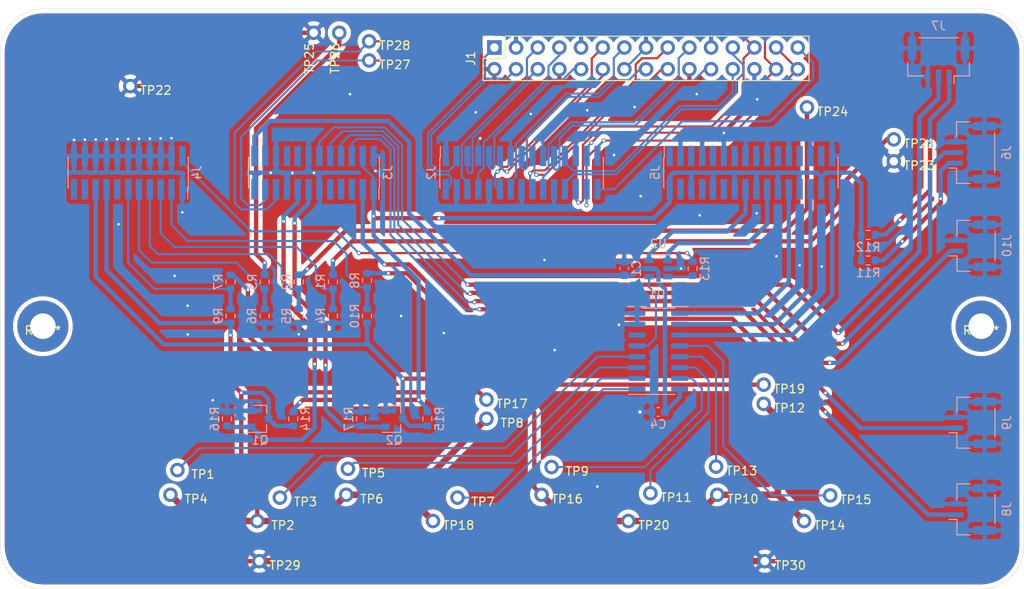
<source format=kicad_pcb>
(kicad_pcb (version 20171130) (host pcbnew 5.1.10-88a1d61d58~90~ubuntu20.04.1)

  (general
    (thickness 1.6)
    (drawings 109)
    (tracks 725)
    (zones 0)
    (modules 65)
    (nets 81)
  )

  (page A4)
  (layers
    (0 F.Cu signal)
    (31 B.Cu signal)
    (32 B.Adhes user)
    (33 F.Adhes user)
    (34 B.Paste user)
    (35 F.Paste user)
    (36 B.SilkS user)
    (37 F.SilkS user)
    (38 B.Mask user)
    (39 F.Mask user)
    (40 Dwgs.User user hide)
    (41 Cmts.User user)
    (42 Eco1.User user)
    (43 Eco2.User user)
    (44 Edge.Cuts user)
    (45 Margin user)
    (46 B.CrtYd user)
    (47 F.CrtYd user)
    (48 B.Fab user)
    (49 F.Fab user)
  )

  (setup
    (last_trace_width 0.254)
    (user_trace_width 0.127)
    (user_trace_width 0.254)
    (user_trace_width 0.508)
    (user_trace_width 0.762)
    (trace_clearance 0.127)
    (zone_clearance 0.508)
    (zone_45_only no)
    (trace_min 0.127)
    (via_size 0.8)
    (via_drill 0.4)
    (via_min_size 0.4)
    (via_min_drill 0.3)
    (user_via 0.5 0.3)
    (uvia_size 0.3)
    (uvia_drill 0.1)
    (uvias_allowed no)
    (uvia_min_size 0.2)
    (uvia_min_drill 0.1)
    (edge_width 0.05)
    (segment_width 0.2)
    (pcb_text_width 0.3)
    (pcb_text_size 1.5 1.5)
    (mod_edge_width 0.12)
    (mod_text_size 1 1)
    (mod_text_width 0.15)
    (pad_size 1.524 1.524)
    (pad_drill 0.762)
    (pad_to_mask_clearance 0)
    (aux_axis_origin 0 0)
    (grid_origin 100 104.199969)
    (visible_elements FFFFFF7F)
    (pcbplotparams
      (layerselection 0x010fc_ffffffff)
      (usegerberextensions false)
      (usegerberattributes true)
      (usegerberadvancedattributes true)
      (creategerberjobfile true)
      (excludeedgelayer true)
      (linewidth 0.100000)
      (plotframeref false)
      (viasonmask false)
      (mode 1)
      (useauxorigin false)
      (hpglpennumber 1)
      (hpglpenspeed 20)
      (hpglpendiameter 15.000000)
      (psnegative false)
      (psa4output false)
      (plotreference true)
      (plotvalue true)
      (plotinvisibletext false)
      (padsonsilk false)
      (subtractmaskfromsilk false)
      (outputformat 1)
      (mirror false)
      (drillshape 1)
      (scaleselection 1)
      (outputdirectory ""))
  )

  (net 0 "")
  (net 1 /+3V3MP)
  (net 2 +12V)
  (net 3 /IIC_SCL)
  (net 4 /IIC_SDA)
  (net 5 GND)
  (net 6 /LVDS7_N)
  (net 7 /LVDS7_P)
  (net 8 /LVDS6_N)
  (net 9 /LVDS6_P)
  (net 10 /LVDS5_N)
  (net 11 /LVDS5_P)
  (net 12 /LVDS4_N)
  (net 13 /LVDS4_P)
  (net 14 /LVDS3_N)
  (net 15 /LVDS3_P)
  (net 16 /LVDS2_N)
  (net 17 /LVDS2_P)
  (net 18 /LVDS1_N)
  (net 19 /LVDS1_P)
  (net 20 /LVDS0_N)
  (net 21 /LVDS0_P)
  (net 22 +5V)
  (net 23 +3V3)
  (net 24 /DAC1)
  (net 25 /DAC0)
  (net 26 /ADC2)
  (net 27 /ADC3)
  (net 28 /ADC4)
  (net 29 /ADC5)
  (net 30 /ADC6)
  (net 31 /ADC7)
  (net 32 /HSADC)
  (net 33 /TP_12V)
  (net 34 /TP_3V3)
  (net 35 /TP_3V3MP)
  (net 36 /MCU_IO3)
  (net 37 /MCU_IO2)
  (net 38 /MCU_IO1)
  (net 39 /MCU_IO0)
  (net 40 /TP_5V_1)
  (net 41 /TP_5V_2)
  (net 42 GND1)
  (net 43 GND2)
  (net 44 /MCU_IO4)
  (net 45 /MCU_IO11)
  (net 46 /MCU_IO10)
  (net 47 /MCU_IO5)
  (net 48 /MCU_IO9)
  (net 49 /MCU_IO8)
  (net 50 /MCU_IO7)
  (net 51 /MCU_IO6)
  (net 52 /TP_IO1)
  (net 53 /TP_IO2)
  (net 54 /TP_IO3)
  (net 55 /TP_IO4)
  (net 56 /TP_IO5)
  (net 57 /TP_IO6)
  (net 58 /TP_IO7)
  (net 59 /TP_IO8)
  (net 60 "Net-(U1-Pad6)")
  (net 61 /IO_MUX)
  (net 62 "Net-(J6-Pad1)")
  (net 63 "Net-(J7-Pad1)")
  (net 64 /FPGA_IO15)
  (net 65 /FPGA_IO14)
  (net 66 /FPGA_IO13)
  (net 67 /FPGA_IO12)
  (net 68 /FPGA_IO11)
  (net 69 /FPGA_IO10)
  (net 70 /FPGA_IO9)
  (net 71 /FPGA_IO8)
  (net 72 /FPGA_IO7)
  (net 73 /FPGA_IO6)
  (net 74 /FPGA_IO5)
  (net 75 /FPGA_IO4)
  (net 76 /FPGA_IO3)
  (net 77 /FPGA_IO2)
  (net 78 /FPGA_IO1)
  (net 79 /FPGA_IO0)
  (net 80 "Net-(R13-Pad1)")

  (net_class Default "This is the default net class."
    (clearance 0.127)
    (trace_width 0.254)
    (via_dia 0.8)
    (via_drill 0.4)
    (uvia_dia 0.3)
    (uvia_drill 0.1)
    (diff_pair_width 0.254)
    (diff_pair_gap 0.127)
    (add_net +12V)
    (add_net +3V3)
    (add_net +5V)
    (add_net /+3V3MP)
    (add_net /ADC2)
    (add_net /ADC3)
    (add_net /ADC4)
    (add_net /ADC5)
    (add_net /ADC6)
    (add_net /ADC7)
    (add_net /DAC0)
    (add_net /DAC1)
    (add_net /FPGA_IO0)
    (add_net /FPGA_IO1)
    (add_net /FPGA_IO10)
    (add_net /FPGA_IO11)
    (add_net /FPGA_IO12)
    (add_net /FPGA_IO13)
    (add_net /FPGA_IO14)
    (add_net /FPGA_IO15)
    (add_net /FPGA_IO2)
    (add_net /FPGA_IO3)
    (add_net /FPGA_IO4)
    (add_net /FPGA_IO5)
    (add_net /FPGA_IO6)
    (add_net /FPGA_IO7)
    (add_net /FPGA_IO8)
    (add_net /FPGA_IO9)
    (add_net /HSADC)
    (add_net /IIC_SCL)
    (add_net /IIC_SDA)
    (add_net /IO_MUX)
    (add_net /LVDS0_N)
    (add_net /LVDS0_P)
    (add_net /LVDS1_N)
    (add_net /LVDS1_P)
    (add_net /LVDS2_N)
    (add_net /LVDS2_P)
    (add_net /LVDS3_N)
    (add_net /LVDS3_P)
    (add_net /LVDS4_N)
    (add_net /LVDS4_P)
    (add_net /LVDS5_N)
    (add_net /LVDS5_P)
    (add_net /LVDS6_N)
    (add_net /LVDS6_P)
    (add_net /LVDS7_N)
    (add_net /LVDS7_P)
    (add_net /MCU_IO0)
    (add_net /MCU_IO1)
    (add_net /MCU_IO10)
    (add_net /MCU_IO11)
    (add_net /MCU_IO2)
    (add_net /MCU_IO3)
    (add_net /MCU_IO4)
    (add_net /MCU_IO5)
    (add_net /MCU_IO6)
    (add_net /MCU_IO7)
    (add_net /MCU_IO8)
    (add_net /MCU_IO9)
    (add_net /TP_12V)
    (add_net /TP_3V3)
    (add_net /TP_3V3MP)
    (add_net /TP_5V_1)
    (add_net /TP_5V_2)
    (add_net /TP_IO1)
    (add_net /TP_IO2)
    (add_net /TP_IO3)
    (add_net /TP_IO4)
    (add_net /TP_IO5)
    (add_net /TP_IO6)
    (add_net /TP_IO7)
    (add_net /TP_IO8)
    (add_net GND)
    (add_net GND1)
    (add_net GND2)
    (add_net "Net-(J6-Pad1)")
    (add_net "Net-(J7-Pad1)")
    (add_net "Net-(R13-Pad1)")
    (add_net "Net-(U1-Pad6)")
  )

  (module Syrostan-Ext-DIO:M3_Screw (layer F.Cu) (tedit 611F66E6) (tstamp 61256AA1)
    (at 210 104.199969)
    (fp_text reference REF** (at 0 0.5) (layer F.SilkS)
      (effects (font (size 1 1) (thickness 0.15)))
    )
    (fp_text value M3_Screw (at 0 -0.5) (layer F.Fab)
      (effects (font (size 1 1) (thickness 0.15)))
    )
    (pad "" thru_hole circle (at 0 0) (size 6 6) (drill 3) (layers *.Cu *.Mask))
  )

  (module Syrostan-Ext-DIO:M3_Screw (layer F.Cu) (tedit 611F66E6) (tstamp 61256A63)
    (at 100 104.199969)
    (fp_text reference REF** (at 0 0.5) (layer F.SilkS)
      (effects (font (size 1 1) (thickness 0.15)))
    )
    (fp_text value M3_Screw (at 0 -0.5) (layer F.Fab)
      (effects (font (size 1 1) (thickness 0.15)))
    )
    (pad "" thru_hole circle (at 0 0) (size 6 6) (drill 3) (layers *.Cu *.Mask))
  )

  (module Connector_PinHeader_1.27mm:PinHeader_2x15_P1.27mm_Vertical_SMD (layer B.Cu) (tedit 59FED6E3) (tstamp 611CB243)
    (at 156.116666 86.199969 270)
    (descr "surface-mounted straight pin header, 2x15, 1.27mm pitch, double rows")
    (tags "Surface mounted pin header SMD 2x15 1.27mm double row")
    (path /6127DBBD)
    (attr smd)
    (fp_text reference J2 (at 0 10.585 270) (layer B.SilkS)
      (effects (font (size 1 1) (thickness 0.15)) (justify mirror))
    )
    (fp_text value EEM (at 0 -10.585 270) (layer B.Fab) hide
      (effects (font (size 1 1) (thickness 0.15)) (justify mirror))
    )
    (fp_line (start 1.705 -9.525) (end -1.705 -9.525) (layer B.Fab) (width 0.1))
    (fp_line (start -1.27 9.525) (end 1.705 9.525) (layer B.Fab) (width 0.1))
    (fp_line (start -1.705 -9.525) (end -1.705 9.09) (layer B.Fab) (width 0.1))
    (fp_line (start -1.705 9.09) (end -1.27 9.525) (layer B.Fab) (width 0.1))
    (fp_line (start 1.705 9.525) (end 1.705 -9.525) (layer B.Fab) (width 0.1))
    (fp_line (start -1.705 9.09) (end -2.75 9.09) (layer B.Fab) (width 0.1))
    (fp_line (start -2.75 9.09) (end -2.75 8.69) (layer B.Fab) (width 0.1))
    (fp_line (start -2.75 8.69) (end -1.705 8.69) (layer B.Fab) (width 0.1))
    (fp_line (start 1.705 9.09) (end 2.75 9.09) (layer B.Fab) (width 0.1))
    (fp_line (start 2.75 9.09) (end 2.75 8.69) (layer B.Fab) (width 0.1))
    (fp_line (start 2.75 8.69) (end 1.705 8.69) (layer B.Fab) (width 0.1))
    (fp_line (start -1.705 7.82) (end -2.75 7.82) (layer B.Fab) (width 0.1))
    (fp_line (start -2.75 7.82) (end -2.75 7.42) (layer B.Fab) (width 0.1))
    (fp_line (start -2.75 7.42) (end -1.705 7.42) (layer B.Fab) (width 0.1))
    (fp_line (start 1.705 7.82) (end 2.75 7.82) (layer B.Fab) (width 0.1))
    (fp_line (start 2.75 7.82) (end 2.75 7.42) (layer B.Fab) (width 0.1))
    (fp_line (start 2.75 7.42) (end 1.705 7.42) (layer B.Fab) (width 0.1))
    (fp_line (start -1.705 6.55) (end -2.75 6.55) (layer B.Fab) (width 0.1))
    (fp_line (start -2.75 6.55) (end -2.75 6.15) (layer B.Fab) (width 0.1))
    (fp_line (start -2.75 6.15) (end -1.705 6.15) (layer B.Fab) (width 0.1))
    (fp_line (start 1.705 6.55) (end 2.75 6.55) (layer B.Fab) (width 0.1))
    (fp_line (start 2.75 6.55) (end 2.75 6.15) (layer B.Fab) (width 0.1))
    (fp_line (start 2.75 6.15) (end 1.705 6.15) (layer B.Fab) (width 0.1))
    (fp_line (start -1.705 5.28) (end -2.75 5.28) (layer B.Fab) (width 0.1))
    (fp_line (start -2.75 5.28) (end -2.75 4.88) (layer B.Fab) (width 0.1))
    (fp_line (start -2.75 4.88) (end -1.705 4.88) (layer B.Fab) (width 0.1))
    (fp_line (start 1.705 5.28) (end 2.75 5.28) (layer B.Fab) (width 0.1))
    (fp_line (start 2.75 5.28) (end 2.75 4.88) (layer B.Fab) (width 0.1))
    (fp_line (start 2.75 4.88) (end 1.705 4.88) (layer B.Fab) (width 0.1))
    (fp_line (start -1.705 4.01) (end -2.75 4.01) (layer B.Fab) (width 0.1))
    (fp_line (start -2.75 4.01) (end -2.75 3.61) (layer B.Fab) (width 0.1))
    (fp_line (start -2.75 3.61) (end -1.705 3.61) (layer B.Fab) (width 0.1))
    (fp_line (start 1.705 4.01) (end 2.75 4.01) (layer B.Fab) (width 0.1))
    (fp_line (start 2.75 4.01) (end 2.75 3.61) (layer B.Fab) (width 0.1))
    (fp_line (start 2.75 3.61) (end 1.705 3.61) (layer B.Fab) (width 0.1))
    (fp_line (start -1.705 2.74) (end -2.75 2.74) (layer B.Fab) (width 0.1))
    (fp_line (start -2.75 2.74) (end -2.75 2.34) (layer B.Fab) (width 0.1))
    (fp_line (start -2.75 2.34) (end -1.705 2.34) (layer B.Fab) (width 0.1))
    (fp_line (start 1.705 2.74) (end 2.75 2.74) (layer B.Fab) (width 0.1))
    (fp_line (start 2.75 2.74) (end 2.75 2.34) (layer B.Fab) (width 0.1))
    (fp_line (start 2.75 2.34) (end 1.705 2.34) (layer B.Fab) (width 0.1))
    (fp_line (start -1.705 1.47) (end -2.75 1.47) (layer B.Fab) (width 0.1))
    (fp_line (start -2.75 1.47) (end -2.75 1.07) (layer B.Fab) (width 0.1))
    (fp_line (start -2.75 1.07) (end -1.705 1.07) (layer B.Fab) (width 0.1))
    (fp_line (start 1.705 1.47) (end 2.75 1.47) (layer B.Fab) (width 0.1))
    (fp_line (start 2.75 1.47) (end 2.75 1.07) (layer B.Fab) (width 0.1))
    (fp_line (start 2.75 1.07) (end 1.705 1.07) (layer B.Fab) (width 0.1))
    (fp_line (start -1.705 0.2) (end -2.75 0.2) (layer B.Fab) (width 0.1))
    (fp_line (start -2.75 0.2) (end -2.75 -0.2) (layer B.Fab) (width 0.1))
    (fp_line (start -2.75 -0.2) (end -1.705 -0.2) (layer B.Fab) (width 0.1))
    (fp_line (start 1.705 0.2) (end 2.75 0.2) (layer B.Fab) (width 0.1))
    (fp_line (start 2.75 0.2) (end 2.75 -0.2) (layer B.Fab) (width 0.1))
    (fp_line (start 2.75 -0.2) (end 1.705 -0.2) (layer B.Fab) (width 0.1))
    (fp_line (start -1.705 -1.07) (end -2.75 -1.07) (layer B.Fab) (width 0.1))
    (fp_line (start -2.75 -1.07) (end -2.75 -1.47) (layer B.Fab) (width 0.1))
    (fp_line (start -2.75 -1.47) (end -1.705 -1.47) (layer B.Fab) (width 0.1))
    (fp_line (start 1.705 -1.07) (end 2.75 -1.07) (layer B.Fab) (width 0.1))
    (fp_line (start 2.75 -1.07) (end 2.75 -1.47) (layer B.Fab) (width 0.1))
    (fp_line (start 2.75 -1.47) (end 1.705 -1.47) (layer B.Fab) (width 0.1))
    (fp_line (start -1.705 -2.34) (end -2.75 -2.34) (layer B.Fab) (width 0.1))
    (fp_line (start -2.75 -2.34) (end -2.75 -2.74) (layer B.Fab) (width 0.1))
    (fp_line (start -2.75 -2.74) (end -1.705 -2.74) (layer B.Fab) (width 0.1))
    (fp_line (start 1.705 -2.34) (end 2.75 -2.34) (layer B.Fab) (width 0.1))
    (fp_line (start 2.75 -2.34) (end 2.75 -2.74) (layer B.Fab) (width 0.1))
    (fp_line (start 2.75 -2.74) (end 1.705 -2.74) (layer B.Fab) (width 0.1))
    (fp_line (start -1.705 -3.61) (end -2.75 -3.61) (layer B.Fab) (width 0.1))
    (fp_line (start -2.75 -3.61) (end -2.75 -4.01) (layer B.Fab) (width 0.1))
    (fp_line (start -2.75 -4.01) (end -1.705 -4.01) (layer B.Fab) (width 0.1))
    (fp_line (start 1.705 -3.61) (end 2.75 -3.61) (layer B.Fab) (width 0.1))
    (fp_line (start 2.75 -3.61) (end 2.75 -4.01) (layer B.Fab) (width 0.1))
    (fp_line (start 2.75 -4.01) (end 1.705 -4.01) (layer B.Fab) (width 0.1))
    (fp_line (start -1.705 -4.88) (end -2.75 -4.88) (layer B.Fab) (width 0.1))
    (fp_line (start -2.75 -4.88) (end -2.75 -5.28) (layer B.Fab) (width 0.1))
    (fp_line (start -2.75 -5.28) (end -1.705 -5.28) (layer B.Fab) (width 0.1))
    (fp_line (start 1.705 -4.88) (end 2.75 -4.88) (layer B.Fab) (width 0.1))
    (fp_line (start 2.75 -4.88) (end 2.75 -5.28) (layer B.Fab) (width 0.1))
    (fp_line (start 2.75 -5.28) (end 1.705 -5.28) (layer B.Fab) (width 0.1))
    (fp_line (start -1.705 -6.15) (end -2.75 -6.15) (layer B.Fab) (width 0.1))
    (fp_line (start -2.75 -6.15) (end -2.75 -6.55) (layer B.Fab) (width 0.1))
    (fp_line (start -2.75 -6.55) (end -1.705 -6.55) (layer B.Fab) (width 0.1))
    (fp_line (start 1.705 -6.15) (end 2.75 -6.15) (layer B.Fab) (width 0.1))
    (fp_line (start 2.75 -6.15) (end 2.75 -6.55) (layer B.Fab) (width 0.1))
    (fp_line (start 2.75 -6.55) (end 1.705 -6.55) (layer B.Fab) (width 0.1))
    (fp_line (start -1.705 -7.42) (end -2.75 -7.42) (layer B.Fab) (width 0.1))
    (fp_line (start -2.75 -7.42) (end -2.75 -7.82) (layer B.Fab) (width 0.1))
    (fp_line (start -2.75 -7.82) (end -1.705 -7.82) (layer B.Fab) (width 0.1))
    (fp_line (start 1.705 -7.42) (end 2.75 -7.42) (layer B.Fab) (width 0.1))
    (fp_line (start 2.75 -7.42) (end 2.75 -7.82) (layer B.Fab) (width 0.1))
    (fp_line (start 2.75 -7.82) (end 1.705 -7.82) (layer B.Fab) (width 0.1))
    (fp_line (start -1.705 -8.69) (end -2.75 -8.69) (layer B.Fab) (width 0.1))
    (fp_line (start -2.75 -8.69) (end -2.75 -9.09) (layer B.Fab) (width 0.1))
    (fp_line (start -2.75 -9.09) (end -1.705 -9.09) (layer B.Fab) (width 0.1))
    (fp_line (start 1.705 -8.69) (end 2.75 -8.69) (layer B.Fab) (width 0.1))
    (fp_line (start 2.75 -8.69) (end 2.75 -9.09) (layer B.Fab) (width 0.1))
    (fp_line (start 2.75 -9.09) (end 1.705 -9.09) (layer B.Fab) (width 0.1))
    (fp_line (start -1.765 9.585) (end 1.765 9.585) (layer B.SilkS) (width 0.12))
    (fp_line (start -1.765 -9.585) (end 1.765 -9.585) (layer B.SilkS) (width 0.12))
    (fp_line (start -3.09 9.52) (end -1.765 9.52) (layer B.SilkS) (width 0.12))
    (fp_line (start -1.765 9.585) (end -1.765 9.52) (layer B.SilkS) (width 0.12))
    (fp_line (start 1.765 9.585) (end 1.765 9.52) (layer B.SilkS) (width 0.12))
    (fp_line (start -1.765 -9.52) (end -1.765 -9.585) (layer B.SilkS) (width 0.12))
    (fp_line (start 1.765 -9.52) (end 1.765 -9.585) (layer B.SilkS) (width 0.12))
    (fp_line (start -4.3 10.05) (end -4.3 -10.05) (layer B.CrtYd) (width 0.05))
    (fp_line (start -4.3 -10.05) (end 4.3 -10.05) (layer B.CrtYd) (width 0.05))
    (fp_line (start 4.3 -10.05) (end 4.3 10.05) (layer B.CrtYd) (width 0.05))
    (fp_line (start 4.3 10.05) (end -4.3 10.05) (layer B.CrtYd) (width 0.05))
    (fp_text user %R (at 0 0) (layer B.Fab) hide
      (effects (font (size 1 1) (thickness 0.15)) (justify mirror))
    )
    (pad 30 smd rect (at 1.95 -8.89 270) (size 2.4 0.74) (layers B.Cu B.Paste B.Mask)
      (net 1 /+3V3MP))
    (pad 29 smd rect (at -1.95 -8.89 270) (size 2.4 0.74) (layers B.Cu B.Paste B.Mask)
      (net 2 +12V))
    (pad 28 smd rect (at 1.95 -7.62 270) (size 2.4 0.74) (layers B.Cu B.Paste B.Mask)
      (net 2 +12V))
    (pad 27 smd rect (at -1.95 -7.62 270) (size 2.4 0.74) (layers B.Cu B.Paste B.Mask)
      (net 3 /IIC_SCL))
    (pad 26 smd rect (at 1.95 -6.35 270) (size 2.4 0.74) (layers B.Cu B.Paste B.Mask)
      (net 4 /IIC_SDA))
    (pad 25 smd rect (at -1.95 -6.35 270) (size 2.4 0.74) (layers B.Cu B.Paste B.Mask)
      (net 5 GND))
    (pad 24 smd rect (at 1.95 -5.08 270) (size 2.4 0.74) (layers B.Cu B.Paste B.Mask)
      (net 6 /LVDS7_N))
    (pad 23 smd rect (at -1.95 -5.08 270) (size 2.4 0.74) (layers B.Cu B.Paste B.Mask)
      (net 7 /LVDS7_P))
    (pad 22 smd rect (at 1.95 -3.81 270) (size 2.4 0.74) (layers B.Cu B.Paste B.Mask)
      (net 5 GND))
    (pad 21 smd rect (at -1.95 -3.81 270) (size 2.4 0.74) (layers B.Cu B.Paste B.Mask)
      (net 8 /LVDS6_N))
    (pad 20 smd rect (at 1.95 -2.54 270) (size 2.4 0.74) (layers B.Cu B.Paste B.Mask)
      (net 9 /LVDS6_P))
    (pad 19 smd rect (at -1.95 -2.54 270) (size 2.4 0.74) (layers B.Cu B.Paste B.Mask)
      (net 5 GND))
    (pad 18 smd rect (at 1.95 -1.27 270) (size 2.4 0.74) (layers B.Cu B.Paste B.Mask)
      (net 10 /LVDS5_N))
    (pad 17 smd rect (at -1.95 -1.27 270) (size 2.4 0.74) (layers B.Cu B.Paste B.Mask)
      (net 11 /LVDS5_P))
    (pad 16 smd rect (at 1.95 0 270) (size 2.4 0.74) (layers B.Cu B.Paste B.Mask)
      (net 5 GND))
    (pad 15 smd rect (at -1.95 0 270) (size 2.4 0.74) (layers B.Cu B.Paste B.Mask)
      (net 12 /LVDS4_N))
    (pad 14 smd rect (at 1.95 1.27 270) (size 2.4 0.74) (layers B.Cu B.Paste B.Mask)
      (net 13 /LVDS4_P))
    (pad 13 smd rect (at -1.95 1.27 270) (size 2.4 0.74) (layers B.Cu B.Paste B.Mask)
      (net 5 GND))
    (pad 12 smd rect (at 1.95 2.54 270) (size 2.4 0.74) (layers B.Cu B.Paste B.Mask)
      (net 14 /LVDS3_N))
    (pad 11 smd rect (at -1.95 2.54 270) (size 2.4 0.74) (layers B.Cu B.Paste B.Mask)
      (net 15 /LVDS3_P))
    (pad 10 smd rect (at 1.95 3.81 270) (size 2.4 0.74) (layers B.Cu B.Paste B.Mask)
      (net 5 GND))
    (pad 9 smd rect (at -1.95 3.81 270) (size 2.4 0.74) (layers B.Cu B.Paste B.Mask)
      (net 16 /LVDS2_N))
    (pad 8 smd rect (at 1.95 5.08 270) (size 2.4 0.74) (layers B.Cu B.Paste B.Mask)
      (net 17 /LVDS2_P))
    (pad 7 smd rect (at -1.95 5.08 270) (size 2.4 0.74) (layers B.Cu B.Paste B.Mask)
      (net 5 GND))
    (pad 6 smd rect (at 1.95 6.35 270) (size 2.4 0.74) (layers B.Cu B.Paste B.Mask)
      (net 18 /LVDS1_N))
    (pad 5 smd rect (at -1.95 6.35 270) (size 2.4 0.74) (layers B.Cu B.Paste B.Mask)
      (net 19 /LVDS1_P))
    (pad 4 smd rect (at 1.95 7.62 270) (size 2.4 0.74) (layers B.Cu B.Paste B.Mask)
      (net 5 GND))
    (pad 3 smd rect (at -1.95 7.62 270) (size 2.4 0.74) (layers B.Cu B.Paste B.Mask)
      (net 20 /LVDS0_N))
    (pad 2 smd rect (at 1.95 8.89 270) (size 2.4 0.74) (layers B.Cu B.Paste B.Mask)
      (net 21 /LVDS0_P))
    (pad 1 smd rect (at -1.95 8.89 270) (size 2.4 0.74) (layers B.Cu B.Paste B.Mask)
      (net 5 GND))
    (model ${KISYS3DMOD}/Connector_PinHeader_1.27mm.3dshapes/PinHeader_2x15_P1.27mm_Vertical_SMD.wrl
      (at (xyz 0 0 0))
      (scale (xyz 1 1 1))
      (rotate (xyz 0 0 0))
    )
  )

  (module Package_TO_SOT_SMD:SOT-23-6 (layer B.Cu) (tedit 5A02FF57) (tstamp 61243799)
    (at 172.16 97.44 180)
    (descr "6-pin SOT-23 package")
    (tags SOT-23-6)
    (path /619D4F47)
    (attr smd)
    (fp_text reference U2 (at 0 2.9) (layer B.SilkS)
      (effects (font (size 1 1) (thickness 0.15)) (justify mirror))
    )
    (fp_text value TS5A3159 (at 0 -2.9) (layer B.Fab)
      (effects (font (size 1 1) (thickness 0.15)) (justify mirror))
    )
    (fp_text user %R (at 0 0 270) (layer B.Fab)
      (effects (font (size 0.5 0.5) (thickness 0.075)) (justify mirror))
    )
    (fp_line (start -0.9 -1.61) (end 0.9 -1.61) (layer B.SilkS) (width 0.12))
    (fp_line (start 0.9 1.61) (end -1.55 1.61) (layer B.SilkS) (width 0.12))
    (fp_line (start 1.9 1.8) (end -1.9 1.8) (layer B.CrtYd) (width 0.05))
    (fp_line (start 1.9 -1.8) (end 1.9 1.8) (layer B.CrtYd) (width 0.05))
    (fp_line (start -1.9 -1.8) (end 1.9 -1.8) (layer B.CrtYd) (width 0.05))
    (fp_line (start -1.9 1.8) (end -1.9 -1.8) (layer B.CrtYd) (width 0.05))
    (fp_line (start -0.9 0.9) (end -0.25 1.55) (layer B.Fab) (width 0.1))
    (fp_line (start 0.9 1.55) (end -0.25 1.55) (layer B.Fab) (width 0.1))
    (fp_line (start -0.9 0.9) (end -0.9 -1.55) (layer B.Fab) (width 0.1))
    (fp_line (start 0.9 -1.55) (end -0.9 -1.55) (layer B.Fab) (width 0.1))
    (fp_line (start 0.9 1.55) (end 0.9 -1.55) (layer B.Fab) (width 0.1))
    (pad 5 smd rect (at 1.1 0 180) (size 1.06 0.65) (layers B.Cu B.Paste B.Mask)
      (net 22 +5V))
    (pad 6 smd rect (at 1.1 0.95 180) (size 1.06 0.65) (layers B.Cu B.Paste B.Mask)
      (net 72 /FPGA_IO7))
    (pad 4 smd rect (at 1.1 -0.95 180) (size 1.06 0.65) (layers B.Cu B.Paste B.Mask)
      (net 61 /IO_MUX))
    (pad 3 smd rect (at -1.1 -0.95 180) (size 1.06 0.65) (layers B.Cu B.Paste B.Mask)
      (net 80 "Net-(R13-Pad1)"))
    (pad 2 smd rect (at -1.1 0 180) (size 1.06 0.65) (layers B.Cu B.Paste B.Mask)
      (net 5 GND))
    (pad 1 smd rect (at -1.1 0.95 180) (size 1.06 0.65) (layers B.Cu B.Paste B.Mask)
      (net 70 /FPGA_IO9))
    (model ${KISYS3DMOD}/Package_TO_SOT_SMD.3dshapes/SOT-23-6.wrl
      (at (xyz 0 0 0))
      (scale (xyz 1 1 1))
      (rotate (xyz 0 0 0))
    )
  )

  (module Resistor_SMD:R_0603_1608Metric (layer B.Cu) (tedit 5F68FEEE) (tstamp 61243651)
    (at 137.3 115.06 270)
    (descr "Resistor SMD 0603 (1608 Metric), square (rectangular) end terminal, IPC_7351 nominal, (Body size source: IPC-SM-782 page 72, https://www.pcb-3d.com/wordpress/wp-content/uploads/ipc-sm-782a_amendment_1_and_2.pdf), generated with kicad-footprint-generator")
    (tags resistor)
    (path /6191D776)
    (attr smd)
    (fp_text reference R17 (at 0 1.43 90) (layer B.SilkS)
      (effects (font (size 1 1) (thickness 0.15)) (justify mirror))
    )
    (fp_text value 10k (at 0 -1.43 90) (layer B.Fab)
      (effects (font (size 1 1) (thickness 0.15)) (justify mirror))
    )
    (fp_text user %R (at 0 0 90) (layer B.Fab)
      (effects (font (size 0.4 0.4) (thickness 0.06)) (justify mirror))
    )
    (fp_line (start -0.8 -0.4125) (end -0.8 0.4125) (layer B.Fab) (width 0.1))
    (fp_line (start -0.8 0.4125) (end 0.8 0.4125) (layer B.Fab) (width 0.1))
    (fp_line (start 0.8 0.4125) (end 0.8 -0.4125) (layer B.Fab) (width 0.1))
    (fp_line (start 0.8 -0.4125) (end -0.8 -0.4125) (layer B.Fab) (width 0.1))
    (fp_line (start -0.237258 0.5225) (end 0.237258 0.5225) (layer B.SilkS) (width 0.12))
    (fp_line (start -0.237258 -0.5225) (end 0.237258 -0.5225) (layer B.SilkS) (width 0.12))
    (fp_line (start -1.48 -0.73) (end -1.48 0.73) (layer B.CrtYd) (width 0.05))
    (fp_line (start -1.48 0.73) (end 1.48 0.73) (layer B.CrtYd) (width 0.05))
    (fp_line (start 1.48 0.73) (end 1.48 -0.73) (layer B.CrtYd) (width 0.05))
    (fp_line (start 1.48 -0.73) (end -1.48 -0.73) (layer B.CrtYd) (width 0.05))
    (pad 2 smd roundrect (at 0.825 0 270) (size 0.8 0.95) (layers B.Cu B.Paste B.Mask) (roundrect_rratio 0.25)
      (net 44 /MCU_IO4))
    (pad 1 smd roundrect (at -0.825 0 270) (size 0.8 0.95) (layers B.Cu B.Paste B.Mask) (roundrect_rratio 0.25)
      (net 5 GND))
    (model ${KISYS3DMOD}/Resistor_SMD.3dshapes/R_0603_1608Metric.wrl
      (at (xyz 0 0 0))
      (scale (xyz 1 1 1))
      (rotate (xyz 0 0 0))
    )
  )

  (module Resistor_SMD:R_0603_1608Metric (layer B.Cu) (tedit 5F68FEEE) (tstamp 61243640)
    (at 121.58 115.06 270)
    (descr "Resistor SMD 0603 (1608 Metric), square (rectangular) end terminal, IPC_7351 nominal, (Body size source: IPC-SM-782 page 72, https://www.pcb-3d.com/wordpress/wp-content/uploads/ipc-sm-782a_amendment_1_and_2.pdf), generated with kicad-footprint-generator")
    (tags resistor)
    (path /61597115)
    (attr smd)
    (fp_text reference R16 (at 0 1.43 90) (layer B.SilkS)
      (effects (font (size 1 1) (thickness 0.15)) (justify mirror))
    )
    (fp_text value 10k (at 0 -1.43 90) (layer B.Fab)
      (effects (font (size 1 1) (thickness 0.15)) (justify mirror))
    )
    (fp_text user %R (at 0 0 90) (layer B.Fab)
      (effects (font (size 0.4 0.4) (thickness 0.06)) (justify mirror))
    )
    (fp_line (start -0.8 -0.4125) (end -0.8 0.4125) (layer B.Fab) (width 0.1))
    (fp_line (start -0.8 0.4125) (end 0.8 0.4125) (layer B.Fab) (width 0.1))
    (fp_line (start 0.8 0.4125) (end 0.8 -0.4125) (layer B.Fab) (width 0.1))
    (fp_line (start 0.8 -0.4125) (end -0.8 -0.4125) (layer B.Fab) (width 0.1))
    (fp_line (start -0.237258 0.5225) (end 0.237258 0.5225) (layer B.SilkS) (width 0.12))
    (fp_line (start -0.237258 -0.5225) (end 0.237258 -0.5225) (layer B.SilkS) (width 0.12))
    (fp_line (start -1.48 -0.73) (end -1.48 0.73) (layer B.CrtYd) (width 0.05))
    (fp_line (start -1.48 0.73) (end 1.48 0.73) (layer B.CrtYd) (width 0.05))
    (fp_line (start 1.48 0.73) (end 1.48 -0.73) (layer B.CrtYd) (width 0.05))
    (fp_line (start 1.48 -0.73) (end -1.48 -0.73) (layer B.CrtYd) (width 0.05))
    (pad 2 smd roundrect (at 0.825 0 270) (size 0.8 0.95) (layers B.Cu B.Paste B.Mask) (roundrect_rratio 0.25)
      (net 47 /MCU_IO5))
    (pad 1 smd roundrect (at -0.825 0 270) (size 0.8 0.95) (layers B.Cu B.Paste B.Mask) (roundrect_rratio 0.25)
      (net 5 GND))
    (model ${KISYS3DMOD}/Resistor_SMD.3dshapes/R_0603_1608Metric.wrl
      (at (xyz 0 0 0))
      (scale (xyz 1 1 1))
      (rotate (xyz 0 0 0))
    )
  )

  (module Resistor_SMD:R_0603_1608Metric (layer B.Cu) (tedit 5F68FEEE) (tstamp 6124362F)
    (at 145.07 115.06 90)
    (descr "Resistor SMD 0603 (1608 Metric), square (rectangular) end terminal, IPC_7351 nominal, (Body size source: IPC-SM-782 page 72, https://www.pcb-3d.com/wordpress/wp-content/uploads/ipc-sm-782a_amendment_1_and_2.pdf), generated with kicad-footprint-generator")
    (tags resistor)
    (path /6191D785)
    (attr smd)
    (fp_text reference R15 (at 0 1.43 90) (layer B.SilkS)
      (effects (font (size 1 1) (thickness 0.15)) (justify mirror))
    )
    (fp_text value 47k (at 0 -1.43 90) (layer B.Fab)
      (effects (font (size 1 1) (thickness 0.15)) (justify mirror))
    )
    (fp_text user %R (at 0 0 90) (layer B.Fab)
      (effects (font (size 0.4 0.4) (thickness 0.06)) (justify mirror))
    )
    (fp_line (start -0.8 -0.4125) (end -0.8 0.4125) (layer B.Fab) (width 0.1))
    (fp_line (start -0.8 0.4125) (end 0.8 0.4125) (layer B.Fab) (width 0.1))
    (fp_line (start 0.8 0.4125) (end 0.8 -0.4125) (layer B.Fab) (width 0.1))
    (fp_line (start 0.8 -0.4125) (end -0.8 -0.4125) (layer B.Fab) (width 0.1))
    (fp_line (start -0.237258 0.5225) (end 0.237258 0.5225) (layer B.SilkS) (width 0.12))
    (fp_line (start -0.237258 -0.5225) (end 0.237258 -0.5225) (layer B.SilkS) (width 0.12))
    (fp_line (start -1.48 -0.73) (end -1.48 0.73) (layer B.CrtYd) (width 0.05))
    (fp_line (start -1.48 0.73) (end 1.48 0.73) (layer B.CrtYd) (width 0.05))
    (fp_line (start 1.48 0.73) (end 1.48 -0.73) (layer B.CrtYd) (width 0.05))
    (fp_line (start 1.48 -0.73) (end -1.48 -0.73) (layer B.CrtYd) (width 0.05))
    (pad 2 smd roundrect (at 0.825 0 90) (size 0.8 0.95) (layers B.Cu B.Paste B.Mask) (roundrect_rratio 0.25)
      (net 23 +3V3))
    (pad 1 smd roundrect (at -0.825 0 90) (size 0.8 0.95) (layers B.Cu B.Paste B.Mask) (roundrect_rratio 0.25)
      (net 43 GND2))
    (model ${KISYS3DMOD}/Resistor_SMD.3dshapes/R_0603_1608Metric.wrl
      (at (xyz 0 0 0))
      (scale (xyz 1 1 1))
      (rotate (xyz 0 0 0))
    )
  )

  (module Resistor_SMD:R_0603_1608Metric (layer B.Cu) (tedit 5F68FEEE) (tstamp 6124361E)
    (at 129.35 115.06 90)
    (descr "Resistor SMD 0603 (1608 Metric), square (rectangular) end terminal, IPC_7351 nominal, (Body size source: IPC-SM-782 page 72, https://www.pcb-3d.com/wordpress/wp-content/uploads/ipc-sm-782a_amendment_1_and_2.pdf), generated with kicad-footprint-generator")
    (tags resistor)
    (path /6167AC4F)
    (attr smd)
    (fp_text reference R14 (at 0 1.43 90) (layer B.SilkS)
      (effects (font (size 1 1) (thickness 0.15)) (justify mirror))
    )
    (fp_text value 47k (at 0 -1.43 90) (layer B.Fab)
      (effects (font (size 1 1) (thickness 0.15)) (justify mirror))
    )
    (fp_text user %R (at 0 0 90) (layer B.Fab)
      (effects (font (size 0.4 0.4) (thickness 0.06)) (justify mirror))
    )
    (fp_line (start -0.8 -0.4125) (end -0.8 0.4125) (layer B.Fab) (width 0.1))
    (fp_line (start -0.8 0.4125) (end 0.8 0.4125) (layer B.Fab) (width 0.1))
    (fp_line (start 0.8 0.4125) (end 0.8 -0.4125) (layer B.Fab) (width 0.1))
    (fp_line (start 0.8 -0.4125) (end -0.8 -0.4125) (layer B.Fab) (width 0.1))
    (fp_line (start -0.237258 0.5225) (end 0.237258 0.5225) (layer B.SilkS) (width 0.12))
    (fp_line (start -0.237258 -0.5225) (end 0.237258 -0.5225) (layer B.SilkS) (width 0.12))
    (fp_line (start -1.48 -0.73) (end -1.48 0.73) (layer B.CrtYd) (width 0.05))
    (fp_line (start -1.48 0.73) (end 1.48 0.73) (layer B.CrtYd) (width 0.05))
    (fp_line (start 1.48 0.73) (end 1.48 -0.73) (layer B.CrtYd) (width 0.05))
    (fp_line (start 1.48 -0.73) (end -1.48 -0.73) (layer B.CrtYd) (width 0.05))
    (pad 2 smd roundrect (at 0.825 0 90) (size 0.8 0.95) (layers B.Cu B.Paste B.Mask) (roundrect_rratio 0.25)
      (net 23 +3V3))
    (pad 1 smd roundrect (at -0.825 0 90) (size 0.8 0.95) (layers B.Cu B.Paste B.Mask) (roundrect_rratio 0.25)
      (net 42 GND1))
    (model ${KISYS3DMOD}/Resistor_SMD.3dshapes/R_0603_1608Metric.wrl
      (at (xyz 0 0 0))
      (scale (xyz 1 1 1))
      (rotate (xyz 0 0 0))
    )
  )

  (module Resistor_SMD:R_0603_1608Metric (layer B.Cu) (tedit 5F68FEEE) (tstamp 6124360D)
    (at 176.17 97.44 90)
    (descr "Resistor SMD 0603 (1608 Metric), square (rectangular) end terminal, IPC_7351 nominal, (Body size source: IPC-SM-782 page 72, https://www.pcb-3d.com/wordpress/wp-content/uploads/ipc-sm-782a_amendment_1_and_2.pdf), generated with kicad-footprint-generator")
    (tags resistor)
    (path /619D4F26)
    (attr smd)
    (fp_text reference R13 (at 0 1.43 90) (layer B.SilkS)
      (effects (font (size 1 1) (thickness 0.15)) (justify mirror))
    )
    (fp_text value 220 (at 0 -1.43 90) (layer B.Fab)
      (effects (font (size 1 1) (thickness 0.15)) (justify mirror))
    )
    (fp_text user %R (at 0 0 90) (layer B.Fab)
      (effects (font (size 0.4 0.4) (thickness 0.06)) (justify mirror))
    )
    (fp_line (start -0.8 -0.4125) (end -0.8 0.4125) (layer B.Fab) (width 0.1))
    (fp_line (start -0.8 0.4125) (end 0.8 0.4125) (layer B.Fab) (width 0.1))
    (fp_line (start 0.8 0.4125) (end 0.8 -0.4125) (layer B.Fab) (width 0.1))
    (fp_line (start 0.8 -0.4125) (end -0.8 -0.4125) (layer B.Fab) (width 0.1))
    (fp_line (start -0.237258 0.5225) (end 0.237258 0.5225) (layer B.SilkS) (width 0.12))
    (fp_line (start -0.237258 -0.5225) (end 0.237258 -0.5225) (layer B.SilkS) (width 0.12))
    (fp_line (start -1.48 -0.73) (end -1.48 0.73) (layer B.CrtYd) (width 0.05))
    (fp_line (start -1.48 0.73) (end 1.48 0.73) (layer B.CrtYd) (width 0.05))
    (fp_line (start 1.48 0.73) (end 1.48 -0.73) (layer B.CrtYd) (width 0.05))
    (fp_line (start 1.48 -0.73) (end -1.48 -0.73) (layer B.CrtYd) (width 0.05))
    (pad 2 smd roundrect (at 0.825 0 90) (size 0.8 0.95) (layers B.Cu B.Paste B.Mask) (roundrect_rratio 0.25)
      (net 32 /HSADC))
    (pad 1 smd roundrect (at -0.825 0 90) (size 0.8 0.95) (layers B.Cu B.Paste B.Mask) (roundrect_rratio 0.25)
      (net 80 "Net-(R13-Pad1)"))
    (model ${KISYS3DMOD}/Resistor_SMD.3dshapes/R_0603_1608Metric.wrl
      (at (xyz 0 0 0))
      (scale (xyz 1 1 1))
      (rotate (xyz 0 0 0))
    )
  )

  (module Package_TO_SOT_SMD:SOT-23 (layer B.Cu) (tedit 5A02FF57) (tstamp 6124347C)
    (at 141.185 115.06)
    (descr "SOT-23, Standard")
    (tags SOT-23)
    (path /6191D76F)
    (attr smd)
    (fp_text reference Q2 (at 0 2.5) (layer B.SilkS)
      (effects (font (size 1 1) (thickness 0.15)) (justify mirror))
    )
    (fp_text value BSS138LT1G (at 0 -2.5) (layer B.Fab)
      (effects (font (size 1 1) (thickness 0.15)) (justify mirror))
    )
    (fp_text user %R (at 0 0 -90) (layer B.Fab)
      (effects (font (size 0.5 0.5) (thickness 0.075)) (justify mirror))
    )
    (fp_line (start -0.7 0.95) (end -0.7 -1.5) (layer B.Fab) (width 0.1))
    (fp_line (start -0.15 1.52) (end 0.7 1.52) (layer B.Fab) (width 0.1))
    (fp_line (start -0.7 0.95) (end -0.15 1.52) (layer B.Fab) (width 0.1))
    (fp_line (start 0.7 1.52) (end 0.7 -1.52) (layer B.Fab) (width 0.1))
    (fp_line (start -0.7 -1.52) (end 0.7 -1.52) (layer B.Fab) (width 0.1))
    (fp_line (start 0.76 -1.58) (end 0.76 -0.65) (layer B.SilkS) (width 0.12))
    (fp_line (start 0.76 1.58) (end 0.76 0.65) (layer B.SilkS) (width 0.12))
    (fp_line (start -1.7 1.75) (end 1.7 1.75) (layer B.CrtYd) (width 0.05))
    (fp_line (start 1.7 1.75) (end 1.7 -1.75) (layer B.CrtYd) (width 0.05))
    (fp_line (start 1.7 -1.75) (end -1.7 -1.75) (layer B.CrtYd) (width 0.05))
    (fp_line (start -1.7 -1.75) (end -1.7 1.75) (layer B.CrtYd) (width 0.05))
    (fp_line (start 0.76 1.58) (end -1.4 1.58) (layer B.SilkS) (width 0.12))
    (fp_line (start 0.76 -1.58) (end -0.7 -1.58) (layer B.SilkS) (width 0.12))
    (pad 3 smd rect (at 1 0) (size 0.9 0.8) (layers B.Cu B.Paste B.Mask)
      (net 43 GND2))
    (pad 2 smd rect (at -1 -0.95) (size 0.9 0.8) (layers B.Cu B.Paste B.Mask)
      (net 5 GND))
    (pad 1 smd rect (at -1 0.95) (size 0.9 0.8) (layers B.Cu B.Paste B.Mask)
      (net 44 /MCU_IO4))
    (model ${KISYS3DMOD}/Package_TO_SOT_SMD.3dshapes/SOT-23.wrl
      (at (xyz 0 0 0))
      (scale (xyz 1 1 1))
      (rotate (xyz 0 0 0))
    )
  )

  (module Package_TO_SOT_SMD:SOT-23 (layer B.Cu) (tedit 5A02FF57) (tstamp 61243467)
    (at 125.465 115.06)
    (descr "SOT-23, Standard")
    (tags SOT-23)
    (path /6138003C)
    (attr smd)
    (fp_text reference Q1 (at 0 2.5) (layer B.SilkS)
      (effects (font (size 1 1) (thickness 0.15)) (justify mirror))
    )
    (fp_text value BSS138LT1G (at 0 -2.5) (layer B.Fab)
      (effects (font (size 1 1) (thickness 0.15)) (justify mirror))
    )
    (fp_text user %R (at 0 0 -90) (layer B.Fab)
      (effects (font (size 0.5 0.5) (thickness 0.075)) (justify mirror))
    )
    (fp_line (start -0.7 0.95) (end -0.7 -1.5) (layer B.Fab) (width 0.1))
    (fp_line (start -0.15 1.52) (end 0.7 1.52) (layer B.Fab) (width 0.1))
    (fp_line (start -0.7 0.95) (end -0.15 1.52) (layer B.Fab) (width 0.1))
    (fp_line (start 0.7 1.52) (end 0.7 -1.52) (layer B.Fab) (width 0.1))
    (fp_line (start -0.7 -1.52) (end 0.7 -1.52) (layer B.Fab) (width 0.1))
    (fp_line (start 0.76 -1.58) (end 0.76 -0.65) (layer B.SilkS) (width 0.12))
    (fp_line (start 0.76 1.58) (end 0.76 0.65) (layer B.SilkS) (width 0.12))
    (fp_line (start -1.7 1.75) (end 1.7 1.75) (layer B.CrtYd) (width 0.05))
    (fp_line (start 1.7 1.75) (end 1.7 -1.75) (layer B.CrtYd) (width 0.05))
    (fp_line (start 1.7 -1.75) (end -1.7 -1.75) (layer B.CrtYd) (width 0.05))
    (fp_line (start -1.7 -1.75) (end -1.7 1.75) (layer B.CrtYd) (width 0.05))
    (fp_line (start 0.76 1.58) (end -1.4 1.58) (layer B.SilkS) (width 0.12))
    (fp_line (start 0.76 -1.58) (end -0.7 -1.58) (layer B.SilkS) (width 0.12))
    (pad 3 smd rect (at 1 0) (size 0.9 0.8) (layers B.Cu B.Paste B.Mask)
      (net 42 GND1))
    (pad 2 smd rect (at -1 -0.95) (size 0.9 0.8) (layers B.Cu B.Paste B.Mask)
      (net 5 GND))
    (pad 1 smd rect (at -1 0.95) (size 0.9 0.8) (layers B.Cu B.Paste B.Mask)
      (net 47 /MCU_IO5))
    (model ${KISYS3DMOD}/Package_TO_SOT_SMD.3dshapes/SOT-23.wrl
      (at (xyz 0 0 0))
      (scale (xyz 1 1 1))
      (rotate (xyz 0 0 0))
    )
  )

  (module Capacitor_SMD:C_0603_1608Metric (layer B.Cu) (tedit 5F68FEEE) (tstamp 61242E78)
    (at 168.15 97.44 90)
    (descr "Capacitor SMD 0603 (1608 Metric), square (rectangular) end terminal, IPC_7351 nominal, (Body size source: IPC-SM-782 page 76, https://www.pcb-3d.com/wordpress/wp-content/uploads/ipc-sm-782a_amendment_1_and_2.pdf), generated with kicad-footprint-generator")
    (tags capacitor)
    (path /619D4F3B)
    (attr smd)
    (fp_text reference C1 (at 0 1.43 90) (layer B.SilkS)
      (effects (font (size 1 1) (thickness 0.15)) (justify mirror))
    )
    (fp_text value 0.1uF (at 0 -1.43 90) (layer B.Fab)
      (effects (font (size 1 1) (thickness 0.15)) (justify mirror))
    )
    (fp_text user %R (at 0 0 90) (layer B.Fab)
      (effects (font (size 0.4 0.4) (thickness 0.06)) (justify mirror))
    )
    (fp_line (start -0.8 -0.4) (end -0.8 0.4) (layer B.Fab) (width 0.1))
    (fp_line (start -0.8 0.4) (end 0.8 0.4) (layer B.Fab) (width 0.1))
    (fp_line (start 0.8 0.4) (end 0.8 -0.4) (layer B.Fab) (width 0.1))
    (fp_line (start 0.8 -0.4) (end -0.8 -0.4) (layer B.Fab) (width 0.1))
    (fp_line (start -0.14058 0.51) (end 0.14058 0.51) (layer B.SilkS) (width 0.12))
    (fp_line (start -0.14058 -0.51) (end 0.14058 -0.51) (layer B.SilkS) (width 0.12))
    (fp_line (start -1.48 -0.73) (end -1.48 0.73) (layer B.CrtYd) (width 0.05))
    (fp_line (start -1.48 0.73) (end 1.48 0.73) (layer B.CrtYd) (width 0.05))
    (fp_line (start 1.48 0.73) (end 1.48 -0.73) (layer B.CrtYd) (width 0.05))
    (fp_line (start 1.48 -0.73) (end -1.48 -0.73) (layer B.CrtYd) (width 0.05))
    (pad 2 smd roundrect (at 0.775 0 90) (size 0.9 0.95) (layers B.Cu B.Paste B.Mask) (roundrect_rratio 0.25)
      (net 5 GND))
    (pad 1 smd roundrect (at -0.775 0 90) (size 0.9 0.95) (layers B.Cu B.Paste B.Mask) (roundrect_rratio 0.25)
      (net 22 +5V))
    (model ${KISYS3DMOD}/Capacitor_SMD.3dshapes/C_0603_1608Metric.wrl
      (at (xyz 0 0 0))
      (scale (xyz 1 1 1))
      (rotate (xyz 0 0 0))
    )
  )

  (module Connector_JST:JST_GH_BM02B-GHS-TBT_1x02-1MP_P1.25mm_Vertical (layer B.Cu) (tedit 5B78AD87) (tstamp 611F1C4D)
    (at 209.02 94.774969 90)
    (descr "JST GH series connector, BM02B-GHS-TBT (http://www.jst-mfg.com/product/pdf/eng/eGH.pdf), generated with kicad-footprint-generator")
    (tags "connector JST GH side entry")
    (path /636DD07C)
    (attr smd)
    (fp_text reference J10 (at 0 4 90) (layer B.SilkS)
      (effects (font (size 1 1) (thickness 0.15)) (justify mirror))
    )
    (fp_text value SW5 (at 0 -4 90) (layer B.Fab) hide
      (effects (font (size 1 1) (thickness 0.15)) (justify mirror))
    )
    (fp_line (start -2.875 -1.75) (end 2.875 -1.75) (layer B.Fab) (width 0.1))
    (fp_line (start -2.985 -0.26) (end -2.985 -1.86) (layer B.SilkS) (width 0.12))
    (fp_line (start -2.985 -1.86) (end -1.185 -1.86) (layer B.SilkS) (width 0.12))
    (fp_line (start -1.185 -1.86) (end -1.185 -2.8) (layer B.SilkS) (width 0.12))
    (fp_line (start 2.985 -0.26) (end 2.985 -1.86) (layer B.SilkS) (width 0.12))
    (fp_line (start 2.985 -1.86) (end 1.185 -1.86) (layer B.SilkS) (width 0.12))
    (fp_line (start -1.715 2.61) (end 1.715 2.61) (layer B.SilkS) (width 0.12))
    (fp_line (start -2.875 2.5) (end 2.875 2.5) (layer B.Fab) (width 0.1))
    (fp_line (start -2.875 -1.75) (end -2.875 2.5) (layer B.Fab) (width 0.1))
    (fp_line (start 2.875 -1.75) (end 2.875 2.5) (layer B.Fab) (width 0.1))
    (fp_line (start -0.875 0.5) (end -0.875 0) (layer B.Fab) (width 0.1))
    (fp_line (start -0.875 0) (end -0.375 0) (layer B.Fab) (width 0.1))
    (fp_line (start -0.375 0) (end -0.375 0.5) (layer B.Fab) (width 0.1))
    (fp_line (start -0.375 0.5) (end -0.875 0.5) (layer B.Fab) (width 0.1))
    (fp_line (start 0.375 0.5) (end 0.375 0) (layer B.Fab) (width 0.1))
    (fp_line (start 0.375 0) (end 0.875 0) (layer B.Fab) (width 0.1))
    (fp_line (start 0.875 0) (end 0.875 0.5) (layer B.Fab) (width 0.1))
    (fp_line (start 0.875 0.5) (end 0.375 0.5) (layer B.Fab) (width 0.1))
    (fp_line (start -3.48 3.3) (end -3.48 -3.3) (layer B.CrtYd) (width 0.05))
    (fp_line (start -3.48 -3.3) (end 3.48 -3.3) (layer B.CrtYd) (width 0.05))
    (fp_line (start 3.48 -3.3) (end 3.48 3.3) (layer B.CrtYd) (width 0.05))
    (fp_line (start 3.48 3.3) (end -3.48 3.3) (layer B.CrtYd) (width 0.05))
    (fp_line (start -1.125 -1.75) (end -0.625 -1.042893) (layer B.Fab) (width 0.1))
    (fp_line (start -0.625 -1.042893) (end -0.125 -1.75) (layer B.Fab) (width 0.1))
    (fp_text user %R (at 0 1.5 90) (layer B.Fab) hide
      (effects (font (size 1 1) (thickness 0.15)) (justify mirror))
    )
    (pad MP smd roundrect (at 2.475 1.4 90) (size 1 2.8) (layers B.Cu B.Paste B.Mask) (roundrect_rratio 0.25)
      (net 5 GND))
    (pad MP smd roundrect (at -2.475 1.4 90) (size 1 2.8) (layers B.Cu B.Paste B.Mask) (roundrect_rratio 0.25)
      (net 5 GND))
    (pad 2 smd roundrect (at 0.625 -1.95 90) (size 0.6 1.7) (layers B.Cu B.Paste B.Mask) (roundrect_rratio 0.25)
      (net 5 GND))
    (pad 1 smd roundrect (at -0.625 -1.95 90) (size 0.6 1.7) (layers B.Cu B.Paste B.Mask) (roundrect_rratio 0.25)
      (net 50 /MCU_IO7))
    (model ${KISYS3DMOD}/Connector_JST.3dshapes/JST_GH_BM02B-GHS-TBT_1x02-1MP_P1.25mm_Vertical.wrl
      (at (xyz 0 0 0))
      (scale (xyz 1 1 1))
      (rotate (xyz 0 0 0))
    )
  )

  (module Connector_JST:JST_GH_BM02B-GHS-TBT_1x02-1MP_P1.25mm_Vertical (layer B.Cu) (tedit 5B78AD87) (tstamp 611F1C2C)
    (at 209.01 115.513334 90)
    (descr "JST GH series connector, BM02B-GHS-TBT (http://www.jst-mfg.com/product/pdf/eng/eGH.pdf), generated with kicad-footprint-generator")
    (tags "connector JST GH side entry")
    (path /636C40FA)
    (attr smd)
    (fp_text reference J9 (at 0 4 90) (layer B.SilkS)
      (effects (font (size 1 1) (thickness 0.15)) (justify mirror))
    )
    (fp_text value SW4 (at 0 -4 90) (layer B.Fab) hide
      (effects (font (size 1 1) (thickness 0.15)) (justify mirror))
    )
    (fp_line (start -2.875 -1.75) (end 2.875 -1.75) (layer B.Fab) (width 0.1))
    (fp_line (start -2.985 -0.26) (end -2.985 -1.86) (layer B.SilkS) (width 0.12))
    (fp_line (start -2.985 -1.86) (end -1.185 -1.86) (layer B.SilkS) (width 0.12))
    (fp_line (start -1.185 -1.86) (end -1.185 -2.8) (layer B.SilkS) (width 0.12))
    (fp_line (start 2.985 -0.26) (end 2.985 -1.86) (layer B.SilkS) (width 0.12))
    (fp_line (start 2.985 -1.86) (end 1.185 -1.86) (layer B.SilkS) (width 0.12))
    (fp_line (start -1.715 2.61) (end 1.715 2.61) (layer B.SilkS) (width 0.12))
    (fp_line (start -2.875 2.5) (end 2.875 2.5) (layer B.Fab) (width 0.1))
    (fp_line (start -2.875 -1.75) (end -2.875 2.5) (layer B.Fab) (width 0.1))
    (fp_line (start 2.875 -1.75) (end 2.875 2.5) (layer B.Fab) (width 0.1))
    (fp_line (start -0.875 0.5) (end -0.875 0) (layer B.Fab) (width 0.1))
    (fp_line (start -0.875 0) (end -0.375 0) (layer B.Fab) (width 0.1))
    (fp_line (start -0.375 0) (end -0.375 0.5) (layer B.Fab) (width 0.1))
    (fp_line (start -0.375 0.5) (end -0.875 0.5) (layer B.Fab) (width 0.1))
    (fp_line (start 0.375 0.5) (end 0.375 0) (layer B.Fab) (width 0.1))
    (fp_line (start 0.375 0) (end 0.875 0) (layer B.Fab) (width 0.1))
    (fp_line (start 0.875 0) (end 0.875 0.5) (layer B.Fab) (width 0.1))
    (fp_line (start 0.875 0.5) (end 0.375 0.5) (layer B.Fab) (width 0.1))
    (fp_line (start -3.48 3.3) (end -3.48 -3.3) (layer B.CrtYd) (width 0.05))
    (fp_line (start -3.48 -3.3) (end 3.48 -3.3) (layer B.CrtYd) (width 0.05))
    (fp_line (start 3.48 -3.3) (end 3.48 3.3) (layer B.CrtYd) (width 0.05))
    (fp_line (start 3.48 3.3) (end -3.48 3.3) (layer B.CrtYd) (width 0.05))
    (fp_line (start -1.125 -1.75) (end -0.625 -1.042893) (layer B.Fab) (width 0.1))
    (fp_line (start -0.625 -1.042893) (end -0.125 -1.75) (layer B.Fab) (width 0.1))
    (fp_text user %R (at 0 1.5 90) (layer B.Fab) hide
      (effects (font (size 1 1) (thickness 0.15)) (justify mirror))
    )
    (pad MP smd roundrect (at 2.475 1.4 90) (size 1 2.8) (layers B.Cu B.Paste B.Mask) (roundrect_rratio 0.25)
      (net 5 GND))
    (pad MP smd roundrect (at -2.475 1.4 90) (size 1 2.8) (layers B.Cu B.Paste B.Mask) (roundrect_rratio 0.25)
      (net 5 GND))
    (pad 2 smd roundrect (at 0.625 -1.95 90) (size 0.6 1.7) (layers B.Cu B.Paste B.Mask) (roundrect_rratio 0.25)
      (net 5 GND))
    (pad 1 smd roundrect (at -0.625 -1.95 90) (size 0.6 1.7) (layers B.Cu B.Paste B.Mask) (roundrect_rratio 0.25)
      (net 51 /MCU_IO6))
    (model ${KISYS3DMOD}/Connector_JST.3dshapes/JST_GH_BM02B-GHS-TBT_1x02-1MP_P1.25mm_Vertical.wrl
      (at (xyz 0 0 0))
      (scale (xyz 1 1 1))
      (rotate (xyz 0 0 0))
    )
  )

  (module Connector_JST:JST_GH_BM02B-GHS-TBT_1x02-1MP_P1.25mm_Vertical (layer B.Cu) (tedit 5B78AD87) (tstamp 611F1C0B)
    (at 209.01 125.67 90)
    (descr "JST GH series connector, BM02B-GHS-TBT (http://www.jst-mfg.com/product/pdf/eng/eGH.pdf), generated with kicad-footprint-generator")
    (tags "connector JST GH side entry")
    (path /635D7408)
    (attr smd)
    (fp_text reference J8 (at 0 4 90) (layer B.SilkS)
      (effects (font (size 1 1) (thickness 0.15)) (justify mirror))
    )
    (fp_text value SW3 (at 0 -4 90) (layer B.Fab) hide
      (effects (font (size 1 1) (thickness 0.15)) (justify mirror))
    )
    (fp_line (start -2.875 -1.75) (end 2.875 -1.75) (layer B.Fab) (width 0.1))
    (fp_line (start -2.985 -0.26) (end -2.985 -1.86) (layer B.SilkS) (width 0.12))
    (fp_line (start -2.985 -1.86) (end -1.185 -1.86) (layer B.SilkS) (width 0.12))
    (fp_line (start -1.185 -1.86) (end -1.185 -2.8) (layer B.SilkS) (width 0.12))
    (fp_line (start 2.985 -0.26) (end 2.985 -1.86) (layer B.SilkS) (width 0.12))
    (fp_line (start 2.985 -1.86) (end 1.185 -1.86) (layer B.SilkS) (width 0.12))
    (fp_line (start -1.715 2.61) (end 1.715 2.61) (layer B.SilkS) (width 0.12))
    (fp_line (start -2.875 2.5) (end 2.875 2.5) (layer B.Fab) (width 0.1))
    (fp_line (start -2.875 -1.75) (end -2.875 2.5) (layer B.Fab) (width 0.1))
    (fp_line (start 2.875 -1.75) (end 2.875 2.5) (layer B.Fab) (width 0.1))
    (fp_line (start -0.875 0.5) (end -0.875 0) (layer B.Fab) (width 0.1))
    (fp_line (start -0.875 0) (end -0.375 0) (layer B.Fab) (width 0.1))
    (fp_line (start -0.375 0) (end -0.375 0.5) (layer B.Fab) (width 0.1))
    (fp_line (start -0.375 0.5) (end -0.875 0.5) (layer B.Fab) (width 0.1))
    (fp_line (start 0.375 0.5) (end 0.375 0) (layer B.Fab) (width 0.1))
    (fp_line (start 0.375 0) (end 0.875 0) (layer B.Fab) (width 0.1))
    (fp_line (start 0.875 0) (end 0.875 0.5) (layer B.Fab) (width 0.1))
    (fp_line (start 0.875 0.5) (end 0.375 0.5) (layer B.Fab) (width 0.1))
    (fp_line (start -3.48 3.3) (end -3.48 -3.3) (layer B.CrtYd) (width 0.05))
    (fp_line (start -3.48 -3.3) (end 3.48 -3.3) (layer B.CrtYd) (width 0.05))
    (fp_line (start 3.48 -3.3) (end 3.48 3.3) (layer B.CrtYd) (width 0.05))
    (fp_line (start 3.48 3.3) (end -3.48 3.3) (layer B.CrtYd) (width 0.05))
    (fp_line (start -1.125 -1.75) (end -0.625 -1.042893) (layer B.Fab) (width 0.1))
    (fp_line (start -0.625 -1.042893) (end -0.125 -1.75) (layer B.Fab) (width 0.1))
    (fp_text user %R (at 0 1.5 90) (layer B.Fab) hide
      (effects (font (size 1 1) (thickness 0.15)) (justify mirror))
    )
    (pad MP smd roundrect (at 2.475 1.4 90) (size 1 2.8) (layers B.Cu B.Paste B.Mask) (roundrect_rratio 0.25)
      (net 5 GND))
    (pad MP smd roundrect (at -2.475 1.4 90) (size 1 2.8) (layers B.Cu B.Paste B.Mask) (roundrect_rratio 0.25)
      (net 5 GND))
    (pad 2 smd roundrect (at 0.625 -1.95 90) (size 0.6 1.7) (layers B.Cu B.Paste B.Mask) (roundrect_rratio 0.25)
      (net 5 GND))
    (pad 1 smd roundrect (at -0.625 -1.95 90) (size 0.6 1.7) (layers B.Cu B.Paste B.Mask) (roundrect_rratio 0.25)
      (net 39 /MCU_IO0))
    (model ${KISYS3DMOD}/Connector_JST.3dshapes/JST_GH_BM02B-GHS-TBT_1x02-1MP_P1.25mm_Vertical.wrl
      (at (xyz 0 0 0))
      (scale (xyz 1 1 1))
      (rotate (xyz 0 0 0))
    )
  )

  (module Connector_JST:JST_GH_BM03B-GHS-TBT_1x03-1MP_P1.25mm_Vertical (layer B.Cu) (tedit 5B78AD87) (tstamp 611F1BEA)
    (at 205 73 180)
    (descr "JST GH series connector, BM03B-GHS-TBT (http://www.jst-mfg.com/product/pdf/eng/eGH.pdf), generated with kicad-footprint-generator")
    (tags "connector JST GH side entry")
    (path /636AACE0)
    (attr smd)
    (fp_text reference J7 (at 0 4) (layer B.SilkS)
      (effects (font (size 1 1) (thickness 0.15)) (justify mirror))
    )
    (fp_text value SW2 (at 0 -4) (layer B.Fab) hide
      (effects (font (size 1 1) (thickness 0.15)) (justify mirror))
    )
    (fp_line (start -3.5 -1.75) (end 3.5 -1.75) (layer B.Fab) (width 0.1))
    (fp_line (start -3.61 -0.26) (end -3.61 -1.86) (layer B.SilkS) (width 0.12))
    (fp_line (start -3.61 -1.86) (end -1.81 -1.86) (layer B.SilkS) (width 0.12))
    (fp_line (start -1.81 -1.86) (end -1.81 -2.8) (layer B.SilkS) (width 0.12))
    (fp_line (start 3.61 -0.26) (end 3.61 -1.86) (layer B.SilkS) (width 0.12))
    (fp_line (start 3.61 -1.86) (end 1.81 -1.86) (layer B.SilkS) (width 0.12))
    (fp_line (start -2.34 2.61) (end 2.34 2.61) (layer B.SilkS) (width 0.12))
    (fp_line (start -3.5 2.5) (end 3.5 2.5) (layer B.Fab) (width 0.1))
    (fp_line (start -3.5 -1.75) (end -3.5 2.5) (layer B.Fab) (width 0.1))
    (fp_line (start 3.5 -1.75) (end 3.5 2.5) (layer B.Fab) (width 0.1))
    (fp_line (start -1.5 0.5) (end -1.5 0) (layer B.Fab) (width 0.1))
    (fp_line (start -1.5 0) (end -1 0) (layer B.Fab) (width 0.1))
    (fp_line (start -1 0) (end -1 0.5) (layer B.Fab) (width 0.1))
    (fp_line (start -1 0.5) (end -1.5 0.5) (layer B.Fab) (width 0.1))
    (fp_line (start -0.25 0.5) (end -0.25 0) (layer B.Fab) (width 0.1))
    (fp_line (start -0.25 0) (end 0.25 0) (layer B.Fab) (width 0.1))
    (fp_line (start 0.25 0) (end 0.25 0.5) (layer B.Fab) (width 0.1))
    (fp_line (start 0.25 0.5) (end -0.25 0.5) (layer B.Fab) (width 0.1))
    (fp_line (start 1 0.5) (end 1 0) (layer B.Fab) (width 0.1))
    (fp_line (start 1 0) (end 1.5 0) (layer B.Fab) (width 0.1))
    (fp_line (start 1.5 0) (end 1.5 0.5) (layer B.Fab) (width 0.1))
    (fp_line (start 1.5 0.5) (end 1 0.5) (layer B.Fab) (width 0.1))
    (fp_line (start -4.1 3.3) (end -4.1 -3.3) (layer B.CrtYd) (width 0.05))
    (fp_line (start -4.1 -3.3) (end 4.1 -3.3) (layer B.CrtYd) (width 0.05))
    (fp_line (start 4.1 -3.3) (end 4.1 3.3) (layer B.CrtYd) (width 0.05))
    (fp_line (start 4.1 3.3) (end -4.1 3.3) (layer B.CrtYd) (width 0.05))
    (fp_line (start -1.75 -1.75) (end -1.25 -1.042893) (layer B.Fab) (width 0.1))
    (fp_line (start -1.25 -1.042893) (end -0.75 -1.75) (layer B.Fab) (width 0.1))
    (fp_text user %R (at 0 1.5) (layer B.Fab) hide
      (effects (font (size 1 1) (thickness 0.15)) (justify mirror))
    )
    (pad MP smd roundrect (at 3.1 1.4 180) (size 1 2.8) (layers B.Cu B.Paste B.Mask) (roundrect_rratio 0.25)
      (net 5 GND))
    (pad MP smd roundrect (at -3.1 1.4 180) (size 1 2.8) (layers B.Cu B.Paste B.Mask) (roundrect_rratio 0.25)
      (net 5 GND))
    (pad 3 smd roundrect (at 1.25 -1.95 180) (size 0.6 1.7) (layers B.Cu B.Paste B.Mask) (roundrect_rratio 0.25)
      (net 5 GND))
    (pad 2 smd roundrect (at 0 -1.95 180) (size 0.6 1.7) (layers B.Cu B.Paste B.Mask) (roundrect_rratio 0.25)
      (net 48 /MCU_IO9))
    (pad 1 smd roundrect (at -1.25 -1.95 180) (size 0.6 1.7) (layers B.Cu B.Paste B.Mask) (roundrect_rratio 0.25)
      (net 63 "Net-(J7-Pad1)"))
    (model ${KISYS3DMOD}/Connector_JST.3dshapes/JST_GH_BM03B-GHS-TBT_1x03-1MP_P1.25mm_Vertical.wrl
      (at (xyz 0 0 0))
      (scale (xyz 1 1 1))
      (rotate (xyz 0 0 0))
    )
  )

  (module Connector_JST:JST_GH_BM03B-GHS-TBT_1x03-1MP_P1.25mm_Vertical (layer B.Cu) (tedit 5B78AD87) (tstamp 611F1BC4)
    (at 208.97 83.85 90)
    (descr "JST GH series connector, BM03B-GHS-TBT (http://www.jst-mfg.com/product/pdf/eng/eGH.pdf), generated with kicad-footprint-generator")
    (tags "connector JST GH side entry")
    (path /635D81CA)
    (attr smd)
    (fp_text reference J6 (at 0 4 90) (layer B.SilkS)
      (effects (font (size 1 1) (thickness 0.15)) (justify mirror))
    )
    (fp_text value SW1 (at 0 -4 90) (layer B.Fab) hide
      (effects (font (size 1 1) (thickness 0.15)) (justify mirror))
    )
    (fp_line (start -3.5 -1.75) (end 3.5 -1.75) (layer B.Fab) (width 0.1))
    (fp_line (start -3.61 -0.26) (end -3.61 -1.86) (layer B.SilkS) (width 0.12))
    (fp_line (start -3.61 -1.86) (end -1.81 -1.86) (layer B.SilkS) (width 0.12))
    (fp_line (start -1.81 -1.86) (end -1.81 -2.8) (layer B.SilkS) (width 0.12))
    (fp_line (start 3.61 -0.26) (end 3.61 -1.86) (layer B.SilkS) (width 0.12))
    (fp_line (start 3.61 -1.86) (end 1.81 -1.86) (layer B.SilkS) (width 0.12))
    (fp_line (start -2.34 2.61) (end 2.34 2.61) (layer B.SilkS) (width 0.12))
    (fp_line (start -3.5 2.5) (end 3.5 2.5) (layer B.Fab) (width 0.1))
    (fp_line (start -3.5 -1.75) (end -3.5 2.5) (layer B.Fab) (width 0.1))
    (fp_line (start 3.5 -1.75) (end 3.5 2.5) (layer B.Fab) (width 0.1))
    (fp_line (start -1.5 0.5) (end -1.5 0) (layer B.Fab) (width 0.1))
    (fp_line (start -1.5 0) (end -1 0) (layer B.Fab) (width 0.1))
    (fp_line (start -1 0) (end -1 0.5) (layer B.Fab) (width 0.1))
    (fp_line (start -1 0.5) (end -1.5 0.5) (layer B.Fab) (width 0.1))
    (fp_line (start -0.25 0.5) (end -0.25 0) (layer B.Fab) (width 0.1))
    (fp_line (start -0.25 0) (end 0.25 0) (layer B.Fab) (width 0.1))
    (fp_line (start 0.25 0) (end 0.25 0.5) (layer B.Fab) (width 0.1))
    (fp_line (start 0.25 0.5) (end -0.25 0.5) (layer B.Fab) (width 0.1))
    (fp_line (start 1 0.5) (end 1 0) (layer B.Fab) (width 0.1))
    (fp_line (start 1 0) (end 1.5 0) (layer B.Fab) (width 0.1))
    (fp_line (start 1.5 0) (end 1.5 0.5) (layer B.Fab) (width 0.1))
    (fp_line (start 1.5 0.5) (end 1 0.5) (layer B.Fab) (width 0.1))
    (fp_line (start -4.1 3.3) (end -4.1 -3.3) (layer B.CrtYd) (width 0.05))
    (fp_line (start -4.1 -3.3) (end 4.1 -3.3) (layer B.CrtYd) (width 0.05))
    (fp_line (start 4.1 -3.3) (end 4.1 3.3) (layer B.CrtYd) (width 0.05))
    (fp_line (start 4.1 3.3) (end -4.1 3.3) (layer B.CrtYd) (width 0.05))
    (fp_line (start -1.75 -1.75) (end -1.25 -1.042893) (layer B.Fab) (width 0.1))
    (fp_line (start -1.25 -1.042893) (end -0.75 -1.75) (layer B.Fab) (width 0.1))
    (fp_text user %R (at 0 1.5 90) (layer B.Fab) hide
      (effects (font (size 1 1) (thickness 0.15)) (justify mirror))
    )
    (pad MP smd roundrect (at 3.1 1.4 90) (size 1 2.8) (layers B.Cu B.Paste B.Mask) (roundrect_rratio 0.25)
      (net 5 GND))
    (pad MP smd roundrect (at -3.1 1.4 90) (size 1 2.8) (layers B.Cu B.Paste B.Mask) (roundrect_rratio 0.25)
      (net 5 GND))
    (pad 3 smd roundrect (at 1.25 -1.95 90) (size 0.6 1.7) (layers B.Cu B.Paste B.Mask) (roundrect_rratio 0.25)
      (net 5 GND))
    (pad 2 smd roundrect (at 0 -1.95 90) (size 0.6 1.7) (layers B.Cu B.Paste B.Mask) (roundrect_rratio 0.25)
      (net 49 /MCU_IO8))
    (pad 1 smd roundrect (at -1.25 -1.95 90) (size 0.6 1.7) (layers B.Cu B.Paste B.Mask) (roundrect_rratio 0.25)
      (net 62 "Net-(J6-Pad1)"))
    (model ${KISYS3DMOD}/Connector_JST.3dshapes/JST_GH_BM03B-GHS-TBT_1x03-1MP_P1.25mm_Vertical.wrl
      (at (xyz 0 0 0))
      (scale (xyz 1 1 1))
      (rotate (xyz 0 0 0))
    )
  )

  (module Connector_PinHeader_1.27mm:PinHeader_2x16_P1.27mm_Vertical_SMD (layer B.Cu) (tedit 59FED6E3) (tstamp 611F1B9E)
    (at 183 86.199969 270)
    (descr "surface-mounted straight pin header, 2x16, 1.27mm pitch, double rows")
    (tags "Surface mounted pin header SMD 2x16 1.27mm double row")
    (path /635CF05C)
    (attr smd)
    (fp_text reference J5 (at 0 11.22 90) (layer B.SilkS)
      (effects (font (size 1 1) (thickness 0.15)) (justify mirror))
    )
    (fp_text value FPGA_IO (at 0 -11.22 90) (layer B.Fab) hide
      (effects (font (size 1 1) (thickness 0.15)) (justify mirror))
    )
    (fp_line (start 1.705 -10.16) (end -1.705 -10.16) (layer B.Fab) (width 0.1))
    (fp_line (start -1.27 10.16) (end 1.705 10.16) (layer B.Fab) (width 0.1))
    (fp_line (start -1.705 -10.16) (end -1.705 9.725) (layer B.Fab) (width 0.1))
    (fp_line (start -1.705 9.725) (end -1.27 10.16) (layer B.Fab) (width 0.1))
    (fp_line (start 1.705 10.16) (end 1.705 -10.16) (layer B.Fab) (width 0.1))
    (fp_line (start -1.705 9.725) (end -2.75 9.725) (layer B.Fab) (width 0.1))
    (fp_line (start -2.75 9.725) (end -2.75 9.325) (layer B.Fab) (width 0.1))
    (fp_line (start -2.75 9.325) (end -1.705 9.325) (layer B.Fab) (width 0.1))
    (fp_line (start 1.705 9.725) (end 2.75 9.725) (layer B.Fab) (width 0.1))
    (fp_line (start 2.75 9.725) (end 2.75 9.325) (layer B.Fab) (width 0.1))
    (fp_line (start 2.75 9.325) (end 1.705 9.325) (layer B.Fab) (width 0.1))
    (fp_line (start -1.705 8.455) (end -2.75 8.455) (layer B.Fab) (width 0.1))
    (fp_line (start -2.75 8.455) (end -2.75 8.055) (layer B.Fab) (width 0.1))
    (fp_line (start -2.75 8.055) (end -1.705 8.055) (layer B.Fab) (width 0.1))
    (fp_line (start 1.705 8.455) (end 2.75 8.455) (layer B.Fab) (width 0.1))
    (fp_line (start 2.75 8.455) (end 2.75 8.055) (layer B.Fab) (width 0.1))
    (fp_line (start 2.75 8.055) (end 1.705 8.055) (layer B.Fab) (width 0.1))
    (fp_line (start -1.705 7.185) (end -2.75 7.185) (layer B.Fab) (width 0.1))
    (fp_line (start -2.75 7.185) (end -2.75 6.785) (layer B.Fab) (width 0.1))
    (fp_line (start -2.75 6.785) (end -1.705 6.785) (layer B.Fab) (width 0.1))
    (fp_line (start 1.705 7.185) (end 2.75 7.185) (layer B.Fab) (width 0.1))
    (fp_line (start 2.75 7.185) (end 2.75 6.785) (layer B.Fab) (width 0.1))
    (fp_line (start 2.75 6.785) (end 1.705 6.785) (layer B.Fab) (width 0.1))
    (fp_line (start -1.705 5.915) (end -2.75 5.915) (layer B.Fab) (width 0.1))
    (fp_line (start -2.75 5.915) (end -2.75 5.515) (layer B.Fab) (width 0.1))
    (fp_line (start -2.75 5.515) (end -1.705 5.515) (layer B.Fab) (width 0.1))
    (fp_line (start 1.705 5.915) (end 2.75 5.915) (layer B.Fab) (width 0.1))
    (fp_line (start 2.75 5.915) (end 2.75 5.515) (layer B.Fab) (width 0.1))
    (fp_line (start 2.75 5.515) (end 1.705 5.515) (layer B.Fab) (width 0.1))
    (fp_line (start -1.705 4.645) (end -2.75 4.645) (layer B.Fab) (width 0.1))
    (fp_line (start -2.75 4.645) (end -2.75 4.245) (layer B.Fab) (width 0.1))
    (fp_line (start -2.75 4.245) (end -1.705 4.245) (layer B.Fab) (width 0.1))
    (fp_line (start 1.705 4.645) (end 2.75 4.645) (layer B.Fab) (width 0.1))
    (fp_line (start 2.75 4.645) (end 2.75 4.245) (layer B.Fab) (width 0.1))
    (fp_line (start 2.75 4.245) (end 1.705 4.245) (layer B.Fab) (width 0.1))
    (fp_line (start -1.705 3.375) (end -2.75 3.375) (layer B.Fab) (width 0.1))
    (fp_line (start -2.75 3.375) (end -2.75 2.975) (layer B.Fab) (width 0.1))
    (fp_line (start -2.75 2.975) (end -1.705 2.975) (layer B.Fab) (width 0.1))
    (fp_line (start 1.705 3.375) (end 2.75 3.375) (layer B.Fab) (width 0.1))
    (fp_line (start 2.75 3.375) (end 2.75 2.975) (layer B.Fab) (width 0.1))
    (fp_line (start 2.75 2.975) (end 1.705 2.975) (layer B.Fab) (width 0.1))
    (fp_line (start -1.705 2.105) (end -2.75 2.105) (layer B.Fab) (width 0.1))
    (fp_line (start -2.75 2.105) (end -2.75 1.705) (layer B.Fab) (width 0.1))
    (fp_line (start -2.75 1.705) (end -1.705 1.705) (layer B.Fab) (width 0.1))
    (fp_line (start 1.705 2.105) (end 2.75 2.105) (layer B.Fab) (width 0.1))
    (fp_line (start 2.75 2.105) (end 2.75 1.705) (layer B.Fab) (width 0.1))
    (fp_line (start 2.75 1.705) (end 1.705 1.705) (layer B.Fab) (width 0.1))
    (fp_line (start -1.705 0.835) (end -2.75 0.835) (layer B.Fab) (width 0.1))
    (fp_line (start -2.75 0.835) (end -2.75 0.435) (layer B.Fab) (width 0.1))
    (fp_line (start -2.75 0.435) (end -1.705 0.435) (layer B.Fab) (width 0.1))
    (fp_line (start 1.705 0.835) (end 2.75 0.835) (layer B.Fab) (width 0.1))
    (fp_line (start 2.75 0.835) (end 2.75 0.435) (layer B.Fab) (width 0.1))
    (fp_line (start 2.75 0.435) (end 1.705 0.435) (layer B.Fab) (width 0.1))
    (fp_line (start -1.705 -0.435) (end -2.75 -0.435) (layer B.Fab) (width 0.1))
    (fp_line (start -2.75 -0.435) (end -2.75 -0.835) (layer B.Fab) (width 0.1))
    (fp_line (start -2.75 -0.835) (end -1.705 -0.835) (layer B.Fab) (width 0.1))
    (fp_line (start 1.705 -0.435) (end 2.75 -0.435) (layer B.Fab) (width 0.1))
    (fp_line (start 2.75 -0.435) (end 2.75 -0.835) (layer B.Fab) (width 0.1))
    (fp_line (start 2.75 -0.835) (end 1.705 -0.835) (layer B.Fab) (width 0.1))
    (fp_line (start -1.705 -1.705) (end -2.75 -1.705) (layer B.Fab) (width 0.1))
    (fp_line (start -2.75 -1.705) (end -2.75 -2.105) (layer B.Fab) (width 0.1))
    (fp_line (start -2.75 -2.105) (end -1.705 -2.105) (layer B.Fab) (width 0.1))
    (fp_line (start 1.705 -1.705) (end 2.75 -1.705) (layer B.Fab) (width 0.1))
    (fp_line (start 2.75 -1.705) (end 2.75 -2.105) (layer B.Fab) (width 0.1))
    (fp_line (start 2.75 -2.105) (end 1.705 -2.105) (layer B.Fab) (width 0.1))
    (fp_line (start -1.705 -2.975) (end -2.75 -2.975) (layer B.Fab) (width 0.1))
    (fp_line (start -2.75 -2.975) (end -2.75 -3.375) (layer B.Fab) (width 0.1))
    (fp_line (start -2.75 -3.375) (end -1.705 -3.375) (layer B.Fab) (width 0.1))
    (fp_line (start 1.705 -2.975) (end 2.75 -2.975) (layer B.Fab) (width 0.1))
    (fp_line (start 2.75 -2.975) (end 2.75 -3.375) (layer B.Fab) (width 0.1))
    (fp_line (start 2.75 -3.375) (end 1.705 -3.375) (layer B.Fab) (width 0.1))
    (fp_line (start -1.705 -4.245) (end -2.75 -4.245) (layer B.Fab) (width 0.1))
    (fp_line (start -2.75 -4.245) (end -2.75 -4.645) (layer B.Fab) (width 0.1))
    (fp_line (start -2.75 -4.645) (end -1.705 -4.645) (layer B.Fab) (width 0.1))
    (fp_line (start 1.705 -4.245) (end 2.75 -4.245) (layer B.Fab) (width 0.1))
    (fp_line (start 2.75 -4.245) (end 2.75 -4.645) (layer B.Fab) (width 0.1))
    (fp_line (start 2.75 -4.645) (end 1.705 -4.645) (layer B.Fab) (width 0.1))
    (fp_line (start -1.705 -5.515) (end -2.75 -5.515) (layer B.Fab) (width 0.1))
    (fp_line (start -2.75 -5.515) (end -2.75 -5.915) (layer B.Fab) (width 0.1))
    (fp_line (start -2.75 -5.915) (end -1.705 -5.915) (layer B.Fab) (width 0.1))
    (fp_line (start 1.705 -5.515) (end 2.75 -5.515) (layer B.Fab) (width 0.1))
    (fp_line (start 2.75 -5.515) (end 2.75 -5.915) (layer B.Fab) (width 0.1))
    (fp_line (start 2.75 -5.915) (end 1.705 -5.915) (layer B.Fab) (width 0.1))
    (fp_line (start -1.705 -6.785) (end -2.75 -6.785) (layer B.Fab) (width 0.1))
    (fp_line (start -2.75 -6.785) (end -2.75 -7.185) (layer B.Fab) (width 0.1))
    (fp_line (start -2.75 -7.185) (end -1.705 -7.185) (layer B.Fab) (width 0.1))
    (fp_line (start 1.705 -6.785) (end 2.75 -6.785) (layer B.Fab) (width 0.1))
    (fp_line (start 2.75 -6.785) (end 2.75 -7.185) (layer B.Fab) (width 0.1))
    (fp_line (start 2.75 -7.185) (end 1.705 -7.185) (layer B.Fab) (width 0.1))
    (fp_line (start -1.705 -8.055) (end -2.75 -8.055) (layer B.Fab) (width 0.1))
    (fp_line (start -2.75 -8.055) (end -2.75 -8.455) (layer B.Fab) (width 0.1))
    (fp_line (start -2.75 -8.455) (end -1.705 -8.455) (layer B.Fab) (width 0.1))
    (fp_line (start 1.705 -8.055) (end 2.75 -8.055) (layer B.Fab) (width 0.1))
    (fp_line (start 2.75 -8.055) (end 2.75 -8.455) (layer B.Fab) (width 0.1))
    (fp_line (start 2.75 -8.455) (end 1.705 -8.455) (layer B.Fab) (width 0.1))
    (fp_line (start -1.705 -9.325) (end -2.75 -9.325) (layer B.Fab) (width 0.1))
    (fp_line (start -2.75 -9.325) (end -2.75 -9.725) (layer B.Fab) (width 0.1))
    (fp_line (start -2.75 -9.725) (end -1.705 -9.725) (layer B.Fab) (width 0.1))
    (fp_line (start 1.705 -9.325) (end 2.75 -9.325) (layer B.Fab) (width 0.1))
    (fp_line (start 2.75 -9.325) (end 2.75 -9.725) (layer B.Fab) (width 0.1))
    (fp_line (start 2.75 -9.725) (end 1.705 -9.725) (layer B.Fab) (width 0.1))
    (fp_line (start -1.765 10.22) (end 1.765 10.22) (layer B.SilkS) (width 0.12))
    (fp_line (start -1.765 -10.22) (end 1.765 -10.22) (layer B.SilkS) (width 0.12))
    (fp_line (start -3.09 10.155) (end -1.765 10.155) (layer B.SilkS) (width 0.12))
    (fp_line (start -1.765 10.22) (end -1.765 10.155) (layer B.SilkS) (width 0.12))
    (fp_line (start 1.765 10.22) (end 1.765 10.155) (layer B.SilkS) (width 0.12))
    (fp_line (start -1.765 -10.155) (end -1.765 -10.22) (layer B.SilkS) (width 0.12))
    (fp_line (start 1.765 -10.155) (end 1.765 -10.22) (layer B.SilkS) (width 0.12))
    (fp_line (start -4.3 10.7) (end -4.3 -10.7) (layer B.CrtYd) (width 0.05))
    (fp_line (start -4.3 -10.7) (end 4.3 -10.7) (layer B.CrtYd) (width 0.05))
    (fp_line (start 4.3 -10.7) (end 4.3 10.7) (layer B.CrtYd) (width 0.05))
    (fp_line (start 4.3 10.7) (end -4.3 10.7) (layer B.CrtYd) (width 0.05))
    (fp_text user %R (at 0 0 180) (layer B.Fab) hide
      (effects (font (size 1 1) (thickness 0.15)) (justify mirror))
    )
    (pad 32 smd rect (at 1.95 -9.525 270) (size 2.4 0.74) (layers B.Cu B.Paste B.Mask)
      (net 64 /FPGA_IO15))
    (pad 31 smd rect (at -1.95 -9.525 270) (size 2.4 0.74) (layers B.Cu B.Paste B.Mask)
      (net 5 GND))
    (pad 30 smd rect (at 1.95 -8.255 270) (size 2.4 0.74) (layers B.Cu B.Paste B.Mask)
      (net 23 +3V3))
    (pad 29 smd rect (at -1.95 -8.255 270) (size 2.4 0.74) (layers B.Cu B.Paste B.Mask)
      (net 65 /FPGA_IO14))
    (pad 28 smd rect (at 1.95 -6.985 270) (size 2.4 0.74) (layers B.Cu B.Paste B.Mask)
      (net 66 /FPGA_IO13))
    (pad 27 smd rect (at -1.95 -6.985 270) (size 2.4 0.74) (layers B.Cu B.Paste B.Mask)
      (net 5 GND))
    (pad 26 smd rect (at 1.95 -5.715 270) (size 2.4 0.74) (layers B.Cu B.Paste B.Mask)
      (net 23 +3V3))
    (pad 25 smd rect (at -1.95 -5.715 270) (size 2.4 0.74) (layers B.Cu B.Paste B.Mask)
      (net 67 /FPGA_IO12))
    (pad 24 smd rect (at 1.95 -4.445 270) (size 2.4 0.74) (layers B.Cu B.Paste B.Mask)
      (net 68 /FPGA_IO11))
    (pad 23 smd rect (at -1.95 -4.445 270) (size 2.4 0.74) (layers B.Cu B.Paste B.Mask)
      (net 5 GND))
    (pad 22 smd rect (at 1.95 -3.175 270) (size 2.4 0.74) (layers B.Cu B.Paste B.Mask)
      (net 23 +3V3))
    (pad 21 smd rect (at -1.95 -3.175 270) (size 2.4 0.74) (layers B.Cu B.Paste B.Mask)
      (net 69 /FPGA_IO10))
    (pad 20 smd rect (at 1.95 -1.905 270) (size 2.4 0.74) (layers B.Cu B.Paste B.Mask)
      (net 70 /FPGA_IO9))
    (pad 19 smd rect (at -1.95 -1.905 270) (size 2.4 0.74) (layers B.Cu B.Paste B.Mask)
      (net 5 GND))
    (pad 18 smd rect (at 1.95 -0.635 270) (size 2.4 0.74) (layers B.Cu B.Paste B.Mask)
      (net 23 +3V3))
    (pad 17 smd rect (at -1.95 -0.635 270) (size 2.4 0.74) (layers B.Cu B.Paste B.Mask)
      (net 71 /FPGA_IO8))
    (pad 16 smd rect (at 1.95 0.635 270) (size 2.4 0.74) (layers B.Cu B.Paste B.Mask)
      (net 72 /FPGA_IO7))
    (pad 15 smd rect (at -1.95 0.635 270) (size 2.4 0.74) (layers B.Cu B.Paste B.Mask)
      (net 5 GND))
    (pad 14 smd rect (at 1.95 1.905 270) (size 2.4 0.74) (layers B.Cu B.Paste B.Mask)
      (net 23 +3V3))
    (pad 13 smd rect (at -1.95 1.905 270) (size 2.4 0.74) (layers B.Cu B.Paste B.Mask)
      (net 73 /FPGA_IO6))
    (pad 12 smd rect (at 1.95 3.175 270) (size 2.4 0.74) (layers B.Cu B.Paste B.Mask)
      (net 74 /FPGA_IO5))
    (pad 11 smd rect (at -1.95 3.175 270) (size 2.4 0.74) (layers B.Cu B.Paste B.Mask)
      (net 5 GND))
    (pad 10 smd rect (at 1.95 4.445 270) (size 2.4 0.74) (layers B.Cu B.Paste B.Mask)
      (net 23 +3V3))
    (pad 9 smd rect (at -1.95 4.445 270) (size 2.4 0.74) (layers B.Cu B.Paste B.Mask)
      (net 75 /FPGA_IO4))
    (pad 8 smd rect (at 1.95 5.715 270) (size 2.4 0.74) (layers B.Cu B.Paste B.Mask)
      (net 76 /FPGA_IO3))
    (pad 7 smd rect (at -1.95 5.715 270) (size 2.4 0.74) (layers B.Cu B.Paste B.Mask)
      (net 5 GND))
    (pad 6 smd rect (at 1.95 6.985 270) (size 2.4 0.74) (layers B.Cu B.Paste B.Mask)
      (net 23 +3V3))
    (pad 5 smd rect (at -1.95 6.985 270) (size 2.4 0.74) (layers B.Cu B.Paste B.Mask)
      (net 77 /FPGA_IO2))
    (pad 4 smd rect (at 1.95 8.255 270) (size 2.4 0.74) (layers B.Cu B.Paste B.Mask)
      (net 78 /FPGA_IO1))
    (pad 3 smd rect (at -1.95 8.255 270) (size 2.4 0.74) (layers B.Cu B.Paste B.Mask)
      (net 5 GND))
    (pad 2 smd rect (at 1.95 9.525 270) (size 2.4 0.74) (layers B.Cu B.Paste B.Mask)
      (net 23 +3V3))
    (pad 1 smd rect (at -1.95 9.525 270) (size 2.4 0.74) (layers B.Cu B.Paste B.Mask)
      (net 79 /FPGA_IO0))
    (model ${KISYS3DMOD}/Connector_PinHeader_1.27mm.3dshapes/PinHeader_2x16_P1.27mm_Vertical_SMD.wrl
      (at (xyz 0 0 0))
      (scale (xyz 1 1 1))
      (rotate (xyz 0 0 0))
    )
  )

  (module Resistor_SMD:R_0603_1608Metric (layer B.Cu) (tedit 5F68FEEE) (tstamp 611E9DC9)
    (at 196.75 93.5)
    (descr "Resistor SMD 0603 (1608 Metric), square (rectangular) end terminal, IPC_7351 nominal, (Body size source: IPC-SM-782 page 72, https://www.pcb-3d.com/wordpress/wp-content/uploads/ipc-sm-782a_amendment_1_and_2.pdf), generated with kicad-footprint-generator")
    (tags resistor)
    (path /63281EC4)
    (attr smd)
    (fp_text reference R12 (at 0 1.43) (layer B.SilkS)
      (effects (font (size 1 1) (thickness 0.15)) (justify mirror))
    )
    (fp_text value 10k (at 0 -1.43) (layer B.Fab) hide
      (effects (font (size 1 1) (thickness 0.15)) (justify mirror))
    )
    (fp_line (start -0.8 -0.4125) (end -0.8 0.4125) (layer B.Fab) (width 0.1))
    (fp_line (start -0.8 0.4125) (end 0.8 0.4125) (layer B.Fab) (width 0.1))
    (fp_line (start 0.8 0.4125) (end 0.8 -0.4125) (layer B.Fab) (width 0.1))
    (fp_line (start 0.8 -0.4125) (end -0.8 -0.4125) (layer B.Fab) (width 0.1))
    (fp_line (start -0.237258 0.5225) (end 0.237258 0.5225) (layer B.SilkS) (width 0.12))
    (fp_line (start -0.237258 -0.5225) (end 0.237258 -0.5225) (layer B.SilkS) (width 0.12))
    (fp_line (start -1.48 -0.73) (end -1.48 0.73) (layer B.CrtYd) (width 0.05))
    (fp_line (start -1.48 0.73) (end 1.48 0.73) (layer B.CrtYd) (width 0.05))
    (fp_line (start 1.48 0.73) (end 1.48 -0.73) (layer B.CrtYd) (width 0.05))
    (fp_line (start 1.48 -0.73) (end -1.48 -0.73) (layer B.CrtYd) (width 0.05))
    (fp_text user %R (at 0 0) (layer B.Fab) hide
      (effects (font (size 0.4 0.4) (thickness 0.06)) (justify mirror))
    )
    (pad 2 smd roundrect (at 0.825 0) (size 0.8 0.95) (layers B.Cu B.Paste B.Mask) (roundrect_rratio 0.25)
      (net 63 "Net-(J7-Pad1)"))
    (pad 1 smd roundrect (at -0.825 0) (size 0.8 0.95) (layers B.Cu B.Paste B.Mask) (roundrect_rratio 0.25)
      (net 23 +3V3))
    (model ${KISYS3DMOD}/Resistor_SMD.3dshapes/R_0603_1608Metric.wrl
      (at (xyz 0 0 0))
      (scale (xyz 1 1 1))
      (rotate (xyz 0 0 0))
    )
  )

  (module Resistor_SMD:R_0603_1608Metric (layer B.Cu) (tedit 5F68FEEE) (tstamp 611E9DB8)
    (at 196.75 96.5)
    (descr "Resistor SMD 0603 (1608 Metric), square (rectangular) end terminal, IPC_7351 nominal, (Body size source: IPC-SM-782 page 72, https://www.pcb-3d.com/wordpress/wp-content/uploads/ipc-sm-782a_amendment_1_and_2.pdf), generated with kicad-footprint-generator")
    (tags resistor)
    (path /632C4040)
    (attr smd)
    (fp_text reference R11 (at 0 1.43) (layer B.SilkS)
      (effects (font (size 1 1) (thickness 0.15)) (justify mirror))
    )
    (fp_text value 10k (at 0 -1.43) (layer B.Fab) hide
      (effects (font (size 1 1) (thickness 0.15)) (justify mirror))
    )
    (fp_line (start -0.8 -0.4125) (end -0.8 0.4125) (layer B.Fab) (width 0.1))
    (fp_line (start -0.8 0.4125) (end 0.8 0.4125) (layer B.Fab) (width 0.1))
    (fp_line (start 0.8 0.4125) (end 0.8 -0.4125) (layer B.Fab) (width 0.1))
    (fp_line (start 0.8 -0.4125) (end -0.8 -0.4125) (layer B.Fab) (width 0.1))
    (fp_line (start -0.237258 0.5225) (end 0.237258 0.5225) (layer B.SilkS) (width 0.12))
    (fp_line (start -0.237258 -0.5225) (end 0.237258 -0.5225) (layer B.SilkS) (width 0.12))
    (fp_line (start -1.48 -0.73) (end -1.48 0.73) (layer B.CrtYd) (width 0.05))
    (fp_line (start -1.48 0.73) (end 1.48 0.73) (layer B.CrtYd) (width 0.05))
    (fp_line (start 1.48 0.73) (end 1.48 -0.73) (layer B.CrtYd) (width 0.05))
    (fp_line (start 1.48 -0.73) (end -1.48 -0.73) (layer B.CrtYd) (width 0.05))
    (fp_text user %R (at 0 0) (layer B.Fab) hide
      (effects (font (size 0.4 0.4) (thickness 0.06)) (justify mirror))
    )
    (pad 2 smd roundrect (at 0.825 0) (size 0.8 0.95) (layers B.Cu B.Paste B.Mask) (roundrect_rratio 0.25)
      (net 62 "Net-(J6-Pad1)"))
    (pad 1 smd roundrect (at -0.825 0) (size 0.8 0.95) (layers B.Cu B.Paste B.Mask) (roundrect_rratio 0.25)
      (net 23 +3V3))
    (model ${KISYS3DMOD}/Resistor_SMD.3dshapes/R_0603_1608Metric.wrl
      (at (xyz 0 0 0))
      (scale (xyz 1 1 1))
      (rotate (xyz 0 0 0))
    )
  )

  (module Package_SO:SOP-16_3.9x9.9mm_P1.27mm (layer B.Cu) (tedit 5F476169) (tstamp 611E5AA8)
    (at 172.149969 107.139969)
    (descr "SOP, 16 Pin (https://www.diodes.com/assets/Datasheets/PAM8403.pdf), generated with kicad-footprint-generator ipc_gullwing_generator.py")
    (tags "SOP SO")
    (path /62FB6D8E)
    (attr smd)
    (fp_text reference U1 (at -0.149969 -6.639969) (layer B.SilkS)
      (effects (font (size 1 1) (thickness 0.15)) (justify mirror))
    )
    (fp_text value SN74CBT3251 (at 0 -5.9) (layer B.Fab) hide
      (effects (font (size 1 1) (thickness 0.15)) (justify mirror))
    )
    (fp_line (start 3.75 5.2) (end -3.75 5.2) (layer B.CrtYd) (width 0.05))
    (fp_line (start 3.75 -5.2) (end 3.75 5.2) (layer B.CrtYd) (width 0.05))
    (fp_line (start -3.75 -5.2) (end 3.75 -5.2) (layer B.CrtYd) (width 0.05))
    (fp_line (start -3.75 5.2) (end -3.75 -5.2) (layer B.CrtYd) (width 0.05))
    (fp_line (start -1.95 3.975) (end -0.975 4.95) (layer B.Fab) (width 0.1))
    (fp_line (start -1.95 -4.95) (end -1.95 3.975) (layer B.Fab) (width 0.1))
    (fp_line (start 1.95 -4.95) (end -1.95 -4.95) (layer B.Fab) (width 0.1))
    (fp_line (start 1.95 4.95) (end 1.95 -4.95) (layer B.Fab) (width 0.1))
    (fp_line (start -0.975 4.95) (end 1.95 4.95) (layer B.Fab) (width 0.1))
    (fp_line (start 0 5.06) (end -3.5 5.06) (layer B.SilkS) (width 0.12))
    (fp_line (start 0 5.06) (end 1.95 5.06) (layer B.SilkS) (width 0.12))
    (fp_line (start 0 -5.06) (end -1.95 -5.06) (layer B.SilkS) (width 0.12))
    (fp_line (start 0 -5.06) (end 1.95 -5.06) (layer B.SilkS) (width 0.12))
    (fp_text user %R (at 0 0) (layer B.Fab) hide
      (effects (font (size 0.98 0.98) (thickness 0.15)) (justify mirror))
    )
    (pad 16 smd roundrect (at 2.5 4.445) (size 2 0.6) (layers B.Cu B.Paste B.Mask) (roundrect_rratio 0.25)
      (net 22 +5V))
    (pad 15 smd roundrect (at 2.5 3.175) (size 2 0.6) (layers B.Cu B.Paste B.Mask) (roundrect_rratio 0.25)
      (net 56 /TP_IO5))
    (pad 14 smd roundrect (at 2.5 1.905) (size 2 0.6) (layers B.Cu B.Paste B.Mask) (roundrect_rratio 0.25)
      (net 57 /TP_IO6))
    (pad 13 smd roundrect (at 2.5 0.635) (size 2 0.6) (layers B.Cu B.Paste B.Mask) (roundrect_rratio 0.25)
      (net 58 /TP_IO7))
    (pad 12 smd roundrect (at 2.5 -0.635) (size 2 0.6) (layers B.Cu B.Paste B.Mask) (roundrect_rratio 0.25)
      (net 59 /TP_IO8))
    (pad 11 smd roundrect (at 2.5 -1.905) (size 2 0.6) (layers B.Cu B.Paste B.Mask) (roundrect_rratio 0.25)
      (net 64 /FPGA_IO15))
    (pad 10 smd roundrect (at 2.5 -3.175) (size 2 0.6) (layers B.Cu B.Paste B.Mask) (roundrect_rratio 0.25)
      (net 66 /FPGA_IO13))
    (pad 9 smd roundrect (at 2.5 -4.445) (size 2 0.6) (layers B.Cu B.Paste B.Mask) (roundrect_rratio 0.25)
      (net 68 /FPGA_IO11))
    (pad 8 smd roundrect (at -2.5 -4.445) (size 2 0.6) (layers B.Cu B.Paste B.Mask) (roundrect_rratio 0.25)
      (net 5 GND))
    (pad 7 smd roundrect (at -2.5 -3.175) (size 2 0.6) (layers B.Cu B.Paste B.Mask) (roundrect_rratio 0.25)
      (net 5 GND))
    (pad 6 smd roundrect (at -2.5 -1.905) (size 2 0.6) (layers B.Cu B.Paste B.Mask) (roundrect_rratio 0.25)
      (net 60 "Net-(U1-Pad6)"))
    (pad 5 smd roundrect (at -2.5 -0.635) (size 2 0.6) (layers B.Cu B.Paste B.Mask) (roundrect_rratio 0.25)
      (net 61 /IO_MUX))
    (pad 4 smd roundrect (at -2.5 0.635) (size 2 0.6) (layers B.Cu B.Paste B.Mask) (roundrect_rratio 0.25)
      (net 52 /TP_IO1))
    (pad 3 smd roundrect (at -2.5 1.905) (size 2 0.6) (layers B.Cu B.Paste B.Mask) (roundrect_rratio 0.25)
      (net 53 /TP_IO2))
    (pad 2 smd roundrect (at -2.5 3.175) (size 2 0.6) (layers B.Cu B.Paste B.Mask) (roundrect_rratio 0.25)
      (net 54 /TP_IO3))
    (pad 1 smd roundrect (at -2.5 4.445) (size 2 0.6) (layers B.Cu B.Paste B.Mask) (roundrect_rratio 0.25)
      (net 55 /TP_IO4))
    (model ${KISYS3DMOD}/Package_SO.3dshapes/SOP-16_3.9x9.9mm_P1.27mm.wrl
      (at (xyz 0 0 0))
      (scale (xyz 1 1 1))
      (rotate (xyz 0 0 0))
    )
  )

  (module Capacitor_SMD:C_0603_1608Metric (layer B.Cu) (tedit 5F68FEEE) (tstamp 611E5507)
    (at 172.149969 114.25 180)
    (descr "Capacitor SMD 0603 (1608 Metric), square (rectangular) end terminal, IPC_7351 nominal, (Body size source: IPC-SM-782 page 76, https://www.pcb-3d.com/wordpress/wp-content/uploads/ipc-sm-782a_amendment_1_and_2.pdf), generated with kicad-footprint-generator")
    (tags capacitor)
    (path /62A02041)
    (attr smd)
    (fp_text reference C4 (at 0.01 -1.44) (layer B.SilkS)
      (effects (font (size 1 1) (thickness 0.15)) (justify mirror))
    )
    (fp_text value 0.1uF (at 0 -1.43) (layer B.Fab) hide
      (effects (font (size 1 1) (thickness 0.15)) (justify mirror))
    )
    (fp_line (start 1.48 -0.73) (end -1.48 -0.73) (layer B.CrtYd) (width 0.05))
    (fp_line (start 1.48 0.73) (end 1.48 -0.73) (layer B.CrtYd) (width 0.05))
    (fp_line (start -1.48 0.73) (end 1.48 0.73) (layer B.CrtYd) (width 0.05))
    (fp_line (start -1.48 -0.73) (end -1.48 0.73) (layer B.CrtYd) (width 0.05))
    (fp_line (start -0.14058 -0.51) (end 0.14058 -0.51) (layer B.SilkS) (width 0.12))
    (fp_line (start -0.14058 0.51) (end 0.14058 0.51) (layer B.SilkS) (width 0.12))
    (fp_line (start 0.8 -0.4) (end -0.8 -0.4) (layer B.Fab) (width 0.1))
    (fp_line (start 0.8 0.4) (end 0.8 -0.4) (layer B.Fab) (width 0.1))
    (fp_line (start -0.8 0.4) (end 0.8 0.4) (layer B.Fab) (width 0.1))
    (fp_line (start -0.8 -0.4) (end -0.8 0.4) (layer B.Fab) (width 0.1))
    (fp_text user %R (at 0 0) (layer B.Fab) hide
      (effects (font (size 0.4 0.4) (thickness 0.06)) (justify mirror))
    )
    (pad 2 smd roundrect (at 0.775 0 180) (size 0.9 0.95) (layers B.Cu B.Paste B.Mask) (roundrect_rratio 0.25)
      (net 5 GND))
    (pad 1 smd roundrect (at -0.775 0 180) (size 0.9 0.95) (layers B.Cu B.Paste B.Mask) (roundrect_rratio 0.25)
      (net 22 +5V))
    (model ${KISYS3DMOD}/Capacitor_SMD.3dshapes/C_0603_1608Metric.wrl
      (at (xyz 0 0 0))
      (scale (xyz 1 1 1))
      (rotate (xyz 0 0 0))
    )
  )

  (module Resistor_SMD:R_0603_1608Metric (layer B.Cu) (tedit 5F68FEEE) (tstamp 611E2F5C)
    (at 138 103 270)
    (descr "Resistor SMD 0603 (1608 Metric), square (rectangular) end terminal, IPC_7351 nominal, (Body size source: IPC-SM-782 page 72, https://www.pcb-3d.com/wordpress/wp-content/uploads/ipc-sm-782a_amendment_1_and_2.pdf), generated with kicad-footprint-generator")
    (tags resistor)
    (path /61D61A71)
    (attr smd)
    (fp_text reference R10 (at 0 1.43 90) (layer B.SilkS)
      (effects (font (size 1 1) (thickness 0.15)) (justify mirror))
    )
    (fp_text value 10k (at 0 -1.43 90) (layer B.Fab) hide
      (effects (font (size 1 1) (thickness 0.15)) (justify mirror))
    )
    (fp_line (start -0.8 -0.4125) (end -0.8 0.4125) (layer B.Fab) (width 0.1))
    (fp_line (start -0.8 0.4125) (end 0.8 0.4125) (layer B.Fab) (width 0.1))
    (fp_line (start 0.8 0.4125) (end 0.8 -0.4125) (layer B.Fab) (width 0.1))
    (fp_line (start 0.8 -0.4125) (end -0.8 -0.4125) (layer B.Fab) (width 0.1))
    (fp_line (start -0.237258 0.5225) (end 0.237258 0.5225) (layer B.SilkS) (width 0.12))
    (fp_line (start -0.237258 -0.5225) (end 0.237258 -0.5225) (layer B.SilkS) (width 0.12))
    (fp_line (start -1.48 -0.73) (end -1.48 0.73) (layer B.CrtYd) (width 0.05))
    (fp_line (start -1.48 0.73) (end 1.48 0.73) (layer B.CrtYd) (width 0.05))
    (fp_line (start 1.48 0.73) (end 1.48 -0.73) (layer B.CrtYd) (width 0.05))
    (fp_line (start 1.48 -0.73) (end -1.48 -0.73) (layer B.CrtYd) (width 0.05))
    (fp_text user %R (at 0 0 90) (layer B.Fab) hide
      (effects (font (size 0.4 0.4) (thickness 0.06)) (justify mirror))
    )
    (pad 2 smd roundrect (at 0.825 0 270) (size 0.8 0.95) (layers B.Cu B.Paste B.Mask) (roundrect_rratio 0.25)
      (net 43 GND2))
    (pad 1 smd roundrect (at -0.825 0 270) (size 0.8 0.95) (layers B.Cu B.Paste B.Mask) (roundrect_rratio 0.25)
      (net 31 /ADC7))
    (model ${KISYS3DMOD}/Resistor_SMD.3dshapes/R_0603_1608Metric.wrl
      (at (xyz 0 0 0))
      (scale (xyz 1 1 1))
      (rotate (xyz 0 0 0))
    )
  )

  (module Resistor_SMD:R_0603_1608Metric (layer B.Cu) (tedit 5F68FEEE) (tstamp 611E2F4B)
    (at 122 103 270)
    (descr "Resistor SMD 0603 (1608 Metric), square (rectangular) end terminal, IPC_7351 nominal, (Body size source: IPC-SM-782 page 72, https://www.pcb-3d.com/wordpress/wp-content/uploads/ipc-sm-782a_amendment_1_and_2.pdf), generated with kicad-footprint-generator")
    (tags resistor)
    (path /61D4E494)
    (attr smd)
    (fp_text reference R9 (at 0 1.43 90) (layer B.SilkS)
      (effects (font (size 1 1) (thickness 0.15)) (justify mirror))
    )
    (fp_text value 10k (at 0 -1.43 90) (layer B.Fab) hide
      (effects (font (size 1 1) (thickness 0.15)) (justify mirror))
    )
    (fp_line (start -0.8 -0.4125) (end -0.8 0.4125) (layer B.Fab) (width 0.1))
    (fp_line (start -0.8 0.4125) (end 0.8 0.4125) (layer B.Fab) (width 0.1))
    (fp_line (start 0.8 0.4125) (end 0.8 -0.4125) (layer B.Fab) (width 0.1))
    (fp_line (start 0.8 -0.4125) (end -0.8 -0.4125) (layer B.Fab) (width 0.1))
    (fp_line (start -0.237258 0.5225) (end 0.237258 0.5225) (layer B.SilkS) (width 0.12))
    (fp_line (start -0.237258 -0.5225) (end 0.237258 -0.5225) (layer B.SilkS) (width 0.12))
    (fp_line (start -1.48 -0.73) (end -1.48 0.73) (layer B.CrtYd) (width 0.05))
    (fp_line (start -1.48 0.73) (end 1.48 0.73) (layer B.CrtYd) (width 0.05))
    (fp_line (start 1.48 0.73) (end 1.48 -0.73) (layer B.CrtYd) (width 0.05))
    (fp_line (start 1.48 -0.73) (end -1.48 -0.73) (layer B.CrtYd) (width 0.05))
    (fp_text user %R (at 0 0 90) (layer B.Fab) hide
      (effects (font (size 0.4 0.4) (thickness 0.06)) (justify mirror))
    )
    (pad 2 smd roundrect (at 0.825 0 270) (size 0.8 0.95) (layers B.Cu B.Paste B.Mask) (roundrect_rratio 0.25)
      (net 42 GND1))
    (pad 1 smd roundrect (at -0.825 0 270) (size 0.8 0.95) (layers B.Cu B.Paste B.Mask) (roundrect_rratio 0.25)
      (net 27 /ADC3))
    (model ${KISYS3DMOD}/Resistor_SMD.3dshapes/R_0603_1608Metric.wrl
      (at (xyz 0 0 0))
      (scale (xyz 1 1 1))
      (rotate (xyz 0 0 0))
    )
  )

  (module Resistor_SMD:R_0603_1608Metric (layer B.Cu) (tedit 5F68FEEE) (tstamp 611E2F3A)
    (at 138 98.825 270)
    (descr "Resistor SMD 0603 (1608 Metric), square (rectangular) end terminal, IPC_7351 nominal, (Body size source: IPC-SM-782 page 72, https://www.pcb-3d.com/wordpress/wp-content/uploads/ipc-sm-782a_amendment_1_and_2.pdf), generated with kicad-footprint-generator")
    (tags resistor)
    (path /61D61A77)
    (attr smd)
    (fp_text reference R8 (at 0 1.43 90) (layer B.SilkS)
      (effects (font (size 1 1) (thickness 0.15)) (justify mirror))
    )
    (fp_text value 10k (at 0 -1.43 90) (layer B.Fab) hide
      (effects (font (size 1 1) (thickness 0.15)) (justify mirror))
    )
    (fp_line (start -0.8 -0.4125) (end -0.8 0.4125) (layer B.Fab) (width 0.1))
    (fp_line (start -0.8 0.4125) (end 0.8 0.4125) (layer B.Fab) (width 0.1))
    (fp_line (start 0.8 0.4125) (end 0.8 -0.4125) (layer B.Fab) (width 0.1))
    (fp_line (start 0.8 -0.4125) (end -0.8 -0.4125) (layer B.Fab) (width 0.1))
    (fp_line (start -0.237258 0.5225) (end 0.237258 0.5225) (layer B.SilkS) (width 0.12))
    (fp_line (start -0.237258 -0.5225) (end 0.237258 -0.5225) (layer B.SilkS) (width 0.12))
    (fp_line (start -1.48 -0.73) (end -1.48 0.73) (layer B.CrtYd) (width 0.05))
    (fp_line (start -1.48 0.73) (end 1.48 0.73) (layer B.CrtYd) (width 0.05))
    (fp_line (start 1.48 0.73) (end 1.48 -0.73) (layer B.CrtYd) (width 0.05))
    (fp_line (start 1.48 -0.73) (end -1.48 -0.73) (layer B.CrtYd) (width 0.05))
    (fp_text user %R (at 0 0 90) (layer B.Fab) hide
      (effects (font (size 0.4 0.4) (thickness 0.06)) (justify mirror))
    )
    (pad 2 smd roundrect (at 0.825 0 270) (size 0.8 0.95) (layers B.Cu B.Paste B.Mask) (roundrect_rratio 0.25)
      (net 31 /ADC7))
    (pad 1 smd roundrect (at -0.825 0 270) (size 0.8 0.95) (layers B.Cu B.Paste B.Mask) (roundrect_rratio 0.25)
      (net 41 /TP_5V_2))
    (model ${KISYS3DMOD}/Resistor_SMD.3dshapes/R_0603_1608Metric.wrl
      (at (xyz 0 0 0))
      (scale (xyz 1 1 1))
      (rotate (xyz 0 0 0))
    )
  )

  (module Resistor_SMD:R_0603_1608Metric (layer B.Cu) (tedit 5F68FEEE) (tstamp 611E2F29)
    (at 122 99 270)
    (descr "Resistor SMD 0603 (1608 Metric), square (rectangular) end terminal, IPC_7351 nominal, (Body size source: IPC-SM-782 page 72, https://www.pcb-3d.com/wordpress/wp-content/uploads/ipc-sm-782a_amendment_1_and_2.pdf), generated with kicad-footprint-generator")
    (tags resistor)
    (path /61D4E49A)
    (attr smd)
    (fp_text reference R7 (at 0 1.43 90) (layer B.SilkS)
      (effects (font (size 1 1) (thickness 0.15)) (justify mirror))
    )
    (fp_text value 10k (at 0 -1.43 90) (layer B.Fab) hide
      (effects (font (size 1 1) (thickness 0.15)) (justify mirror))
    )
    (fp_line (start -0.8 -0.4125) (end -0.8 0.4125) (layer B.Fab) (width 0.1))
    (fp_line (start -0.8 0.4125) (end 0.8 0.4125) (layer B.Fab) (width 0.1))
    (fp_line (start 0.8 0.4125) (end 0.8 -0.4125) (layer B.Fab) (width 0.1))
    (fp_line (start 0.8 -0.4125) (end -0.8 -0.4125) (layer B.Fab) (width 0.1))
    (fp_line (start -0.237258 0.5225) (end 0.237258 0.5225) (layer B.SilkS) (width 0.12))
    (fp_line (start -0.237258 -0.5225) (end 0.237258 -0.5225) (layer B.SilkS) (width 0.12))
    (fp_line (start -1.48 -0.73) (end -1.48 0.73) (layer B.CrtYd) (width 0.05))
    (fp_line (start -1.48 0.73) (end 1.48 0.73) (layer B.CrtYd) (width 0.05))
    (fp_line (start 1.48 0.73) (end 1.48 -0.73) (layer B.CrtYd) (width 0.05))
    (fp_line (start 1.48 -0.73) (end -1.48 -0.73) (layer B.CrtYd) (width 0.05))
    (fp_text user %R (at 0 0 90) (layer B.Fab) hide
      (effects (font (size 0.4 0.4) (thickness 0.06)) (justify mirror))
    )
    (pad 2 smd roundrect (at 0.825 0 270) (size 0.8 0.95) (layers B.Cu B.Paste B.Mask) (roundrect_rratio 0.25)
      (net 27 /ADC3))
    (pad 1 smd roundrect (at -0.825 0 270) (size 0.8 0.95) (layers B.Cu B.Paste B.Mask) (roundrect_rratio 0.25)
      (net 40 /TP_5V_1))
    (model ${KISYS3DMOD}/Resistor_SMD.3dshapes/R_0603_1608Metric.wrl
      (at (xyz 0 0 0))
      (scale (xyz 1 1 1))
      (rotate (xyz 0 0 0))
    )
  )

  (module Resistor_SMD:R_0603_1608Metric (layer B.Cu) (tedit 5F68FEEE) (tstamp 611CB38B)
    (at 126 103 270)
    (descr "Resistor SMD 0603 (1608 Metric), square (rectangular) end terminal, IPC_7351 nominal, (Body size source: IPC-SM-782 page 72, https://www.pcb-3d.com/wordpress/wp-content/uploads/ipc-sm-782a_amendment_1_and_2.pdf), generated with kicad-footprint-generator")
    (tags resistor)
    (path /61B7574E)
    (attr smd)
    (fp_text reference R6 (at -0.01 1.49 270) (layer B.SilkS)
      (effects (font (size 1 1) (thickness 0.15)) (justify mirror))
    )
    (fp_text value 10k (at 0 -1.43 270) (layer B.Fab) hide
      (effects (font (size 1 1) (thickness 0.15)) (justify mirror))
    )
    (fp_line (start -0.8 -0.4125) (end -0.8 0.4125) (layer B.Fab) (width 0.1))
    (fp_line (start -0.8 0.4125) (end 0.8 0.4125) (layer B.Fab) (width 0.1))
    (fp_line (start 0.8 0.4125) (end 0.8 -0.4125) (layer B.Fab) (width 0.1))
    (fp_line (start 0.8 -0.4125) (end -0.8 -0.4125) (layer B.Fab) (width 0.1))
    (fp_line (start -0.237258 0.5225) (end 0.237258 0.5225) (layer B.SilkS) (width 0.12))
    (fp_line (start -0.237258 -0.5225) (end 0.237258 -0.5225) (layer B.SilkS) (width 0.12))
    (fp_line (start -1.48 -0.73) (end -1.48 0.73) (layer B.CrtYd) (width 0.05))
    (fp_line (start -1.48 0.73) (end 1.48 0.73) (layer B.CrtYd) (width 0.05))
    (fp_line (start 1.48 0.73) (end 1.48 -0.73) (layer B.CrtYd) (width 0.05))
    (fp_line (start 1.48 -0.73) (end -1.48 -0.73) (layer B.CrtYd) (width 0.05))
    (fp_text user %R (at 0 0 270) (layer B.Fab) hide
      (effects (font (size 0.4 0.4) (thickness 0.06)) (justify mirror))
    )
    (pad 2 smd roundrect (at 0.825 0 270) (size 0.8 0.95) (layers B.Cu B.Paste B.Mask) (roundrect_rratio 0.25)
      (net 5 GND))
    (pad 1 smd roundrect (at -0.825 0 270) (size 0.8 0.95) (layers B.Cu B.Paste B.Mask) (roundrect_rratio 0.25)
      (net 28 /ADC4))
    (model ${KISYS3DMOD}/Resistor_SMD.3dshapes/R_0603_1608Metric.wrl
      (at (xyz 0 0 0))
      (scale (xyz 1 1 1))
      (rotate (xyz 0 0 0))
    )
  )

  (module Resistor_SMD:R_0603_1608Metric (layer B.Cu) (tedit 5F68FEEE) (tstamp 611CB37A)
    (at 130 103 270)
    (descr "Resistor SMD 0603 (1608 Metric), square (rectangular) end terminal, IPC_7351 nominal, (Body size source: IPC-SM-782 page 72, https://www.pcb-3d.com/wordpress/wp-content/uploads/ipc-sm-782a_amendment_1_and_2.pdf), generated with kicad-footprint-generator")
    (tags resistor)
    (path /61B6B5D2)
    (attr smd)
    (fp_text reference R5 (at 0 1.43 270) (layer B.SilkS)
      (effects (font (size 1 1) (thickness 0.15)) (justify mirror))
    )
    (fp_text value 10k (at 0 -1.43 270) (layer B.Fab) hide
      (effects (font (size 1 1) (thickness 0.15)) (justify mirror))
    )
    (fp_line (start -0.8 -0.4125) (end -0.8 0.4125) (layer B.Fab) (width 0.1))
    (fp_line (start -0.8 0.4125) (end 0.8 0.4125) (layer B.Fab) (width 0.1))
    (fp_line (start 0.8 0.4125) (end 0.8 -0.4125) (layer B.Fab) (width 0.1))
    (fp_line (start 0.8 -0.4125) (end -0.8 -0.4125) (layer B.Fab) (width 0.1))
    (fp_line (start -0.237258 0.5225) (end 0.237258 0.5225) (layer B.SilkS) (width 0.12))
    (fp_line (start -0.237258 -0.5225) (end 0.237258 -0.5225) (layer B.SilkS) (width 0.12))
    (fp_line (start -1.48 -0.73) (end -1.48 0.73) (layer B.CrtYd) (width 0.05))
    (fp_line (start -1.48 0.73) (end 1.48 0.73) (layer B.CrtYd) (width 0.05))
    (fp_line (start 1.48 0.73) (end 1.48 -0.73) (layer B.CrtYd) (width 0.05))
    (fp_line (start 1.48 -0.73) (end -1.48 -0.73) (layer B.CrtYd) (width 0.05))
    (fp_text user %R (at 0 0 270) (layer B.Fab) hide
      (effects (font (size 0.4 0.4) (thickness 0.06)) (justify mirror))
    )
    (pad 2 smd roundrect (at 0.825 0 270) (size 0.8 0.95) (layers B.Cu B.Paste B.Mask) (roundrect_rratio 0.25)
      (net 5 GND))
    (pad 1 smd roundrect (at -0.825 0 270) (size 0.8 0.95) (layers B.Cu B.Paste B.Mask) (roundrect_rratio 0.25)
      (net 29 /ADC5))
    (model ${KISYS3DMOD}/Resistor_SMD.3dshapes/R_0603_1608Metric.wrl
      (at (xyz 0 0 0))
      (scale (xyz 1 1 1))
      (rotate (xyz 0 0 0))
    )
  )

  (module Resistor_SMD:R_0603_1608Metric (layer B.Cu) (tedit 5F68FEEE) (tstamp 611CB369)
    (at 134 103 270)
    (descr "Resistor SMD 0603 (1608 Metric), square (rectangular) end terminal, IPC_7351 nominal, (Body size source: IPC-SM-782 page 72, https://www.pcb-3d.com/wordpress/wp-content/uploads/ipc-sm-782a_amendment_1_and_2.pdf), generated with kicad-footprint-generator")
    (tags resistor)
    (path /619B8BBC)
    (attr smd)
    (fp_text reference R4 (at 0 1.43 270) (layer B.SilkS)
      (effects (font (size 1 1) (thickness 0.15)) (justify mirror))
    )
    (fp_text value 10k (at 0 -1.43 270) (layer B.Fab) hide
      (effects (font (size 1 1) (thickness 0.15)) (justify mirror))
    )
    (fp_line (start -0.8 -0.4125) (end -0.8 0.4125) (layer B.Fab) (width 0.1))
    (fp_line (start -0.8 0.4125) (end 0.8 0.4125) (layer B.Fab) (width 0.1))
    (fp_line (start 0.8 0.4125) (end 0.8 -0.4125) (layer B.Fab) (width 0.1))
    (fp_line (start 0.8 -0.4125) (end -0.8 -0.4125) (layer B.Fab) (width 0.1))
    (fp_line (start -0.237258 0.5225) (end 0.237258 0.5225) (layer B.SilkS) (width 0.12))
    (fp_line (start -0.237258 -0.5225) (end 0.237258 -0.5225) (layer B.SilkS) (width 0.12))
    (fp_line (start -1.48 -0.73) (end -1.48 0.73) (layer B.CrtYd) (width 0.05))
    (fp_line (start -1.48 0.73) (end 1.48 0.73) (layer B.CrtYd) (width 0.05))
    (fp_line (start 1.48 0.73) (end 1.48 -0.73) (layer B.CrtYd) (width 0.05))
    (fp_line (start 1.48 -0.73) (end -1.48 -0.73) (layer B.CrtYd) (width 0.05))
    (fp_text user %R (at 0 0 270) (layer B.Fab) hide
      (effects (font (size 0.4 0.4) (thickness 0.06)) (justify mirror))
    )
    (pad 2 smd roundrect (at 0.825 0 270) (size 0.8 0.95) (layers B.Cu B.Paste B.Mask) (roundrect_rratio 0.25)
      (net 5 GND))
    (pad 1 smd roundrect (at -0.825 0 270) (size 0.8 0.95) (layers B.Cu B.Paste B.Mask) (roundrect_rratio 0.25)
      (net 30 /ADC6))
    (model ${KISYS3DMOD}/Resistor_SMD.3dshapes/R_0603_1608Metric.wrl
      (at (xyz 0 0 0))
      (scale (xyz 1 1 1))
      (rotate (xyz 0 0 0))
    )
  )

  (module Resistor_SMD:R_0603_1608Metric (layer B.Cu) (tedit 5F68FEEE) (tstamp 611CB358)
    (at 126 99 270)
    (descr "Resistor SMD 0603 (1608 Metric), square (rectangular) end terminal, IPC_7351 nominal, (Body size source: IPC-SM-782 page 72, https://www.pcb-3d.com/wordpress/wp-content/uploads/ipc-sm-782a_amendment_1_and_2.pdf), generated with kicad-footprint-generator")
    (tags resistor)
    (path /61B75754)
    (attr smd)
    (fp_text reference R3 (at 0 1.43 270) (layer B.SilkS)
      (effects (font (size 1 1) (thickness 0.15)) (justify mirror))
    )
    (fp_text value 10k (at 0 -1.43 270) (layer B.Fab) hide
      (effects (font (size 1 1) (thickness 0.15)) (justify mirror))
    )
    (fp_line (start -0.8 -0.4125) (end -0.8 0.4125) (layer B.Fab) (width 0.1))
    (fp_line (start -0.8 0.4125) (end 0.8 0.4125) (layer B.Fab) (width 0.1))
    (fp_line (start 0.8 0.4125) (end 0.8 -0.4125) (layer B.Fab) (width 0.1))
    (fp_line (start 0.8 -0.4125) (end -0.8 -0.4125) (layer B.Fab) (width 0.1))
    (fp_line (start -0.237258 0.5225) (end 0.237258 0.5225) (layer B.SilkS) (width 0.12))
    (fp_line (start -0.237258 -0.5225) (end 0.237258 -0.5225) (layer B.SilkS) (width 0.12))
    (fp_line (start -1.48 -0.73) (end -1.48 0.73) (layer B.CrtYd) (width 0.05))
    (fp_line (start -1.48 0.73) (end 1.48 0.73) (layer B.CrtYd) (width 0.05))
    (fp_line (start 1.48 0.73) (end 1.48 -0.73) (layer B.CrtYd) (width 0.05))
    (fp_line (start 1.48 -0.73) (end -1.48 -0.73) (layer B.CrtYd) (width 0.05))
    (fp_text user %R (at 0 0 270) (layer B.Fab) hide
      (effects (font (size 0.4 0.4) (thickness 0.06)) (justify mirror))
    )
    (pad 2 smd roundrect (at 0.825 0 270) (size 0.8 0.95) (layers B.Cu B.Paste B.Mask) (roundrect_rratio 0.25)
      (net 28 /ADC4))
    (pad 1 smd roundrect (at -0.825 0 270) (size 0.8 0.95) (layers B.Cu B.Paste B.Mask) (roundrect_rratio 0.25)
      (net 35 /TP_3V3MP))
    (model ${KISYS3DMOD}/Resistor_SMD.3dshapes/R_0603_1608Metric.wrl
      (at (xyz 0 0 0))
      (scale (xyz 1 1 1))
      (rotate (xyz 0 0 0))
    )
  )

  (module Resistor_SMD:R_0603_1608Metric (layer B.Cu) (tedit 5F68FEEE) (tstamp 611CB347)
    (at 130 99 270)
    (descr "Resistor SMD 0603 (1608 Metric), square (rectangular) end terminal, IPC_7351 nominal, (Body size source: IPC-SM-782 page 72, https://www.pcb-3d.com/wordpress/wp-content/uploads/ipc-sm-782a_amendment_1_and_2.pdf), generated with kicad-footprint-generator")
    (tags resistor)
    (path /61B6B5D8)
    (attr smd)
    (fp_text reference R2 (at 0 1.43 270) (layer B.SilkS)
      (effects (font (size 1 1) (thickness 0.15)) (justify mirror))
    )
    (fp_text value 10k (at 0 -1.43 270) (layer B.Fab) hide
      (effects (font (size 1 1) (thickness 0.15)) (justify mirror))
    )
    (fp_line (start -0.8 -0.4125) (end -0.8 0.4125) (layer B.Fab) (width 0.1))
    (fp_line (start -0.8 0.4125) (end 0.8 0.4125) (layer B.Fab) (width 0.1))
    (fp_line (start 0.8 0.4125) (end 0.8 -0.4125) (layer B.Fab) (width 0.1))
    (fp_line (start 0.8 -0.4125) (end -0.8 -0.4125) (layer B.Fab) (width 0.1))
    (fp_line (start -0.237258 0.5225) (end 0.237258 0.5225) (layer B.SilkS) (width 0.12))
    (fp_line (start -0.237258 -0.5225) (end 0.237258 -0.5225) (layer B.SilkS) (width 0.12))
    (fp_line (start -1.48 -0.73) (end -1.48 0.73) (layer B.CrtYd) (width 0.05))
    (fp_line (start -1.48 0.73) (end 1.48 0.73) (layer B.CrtYd) (width 0.05))
    (fp_line (start 1.48 0.73) (end 1.48 -0.73) (layer B.CrtYd) (width 0.05))
    (fp_line (start 1.48 -0.73) (end -1.48 -0.73) (layer B.CrtYd) (width 0.05))
    (fp_text user %R (at 0 0 270) (layer B.Fab) hide
      (effects (font (size 0.4 0.4) (thickness 0.06)) (justify mirror))
    )
    (pad 2 smd roundrect (at 0.825 0 270) (size 0.8 0.95) (layers B.Cu B.Paste B.Mask) (roundrect_rratio 0.25)
      (net 29 /ADC5))
    (pad 1 smd roundrect (at -0.825 0 270) (size 0.8 0.95) (layers B.Cu B.Paste B.Mask) (roundrect_rratio 0.25)
      (net 34 /TP_3V3))
    (model ${KISYS3DMOD}/Resistor_SMD.3dshapes/R_0603_1608Metric.wrl
      (at (xyz 0 0 0))
      (scale (xyz 1 1 1))
      (rotate (xyz 0 0 0))
    )
  )

  (module Resistor_SMD:R_0603_1608Metric (layer B.Cu) (tedit 5F68FEEE) (tstamp 611CB336)
    (at 134 99 270)
    (descr "Resistor SMD 0603 (1608 Metric), square (rectangular) end terminal, IPC_7351 nominal, (Body size source: IPC-SM-782 page 72, https://www.pcb-3d.com/wordpress/wp-content/uploads/ipc-sm-782a_amendment_1_and_2.pdf), generated with kicad-footprint-generator")
    (tags resistor)
    (path /619CCA40)
    (attr smd)
    (fp_text reference R1 (at 0 1.43 270) (layer B.SilkS)
      (effects (font (size 1 1) (thickness 0.15)) (justify mirror))
    )
    (fp_text value 51k (at 0 -1.43 270) (layer B.Fab) hide
      (effects (font (size 1 1) (thickness 0.15)) (justify mirror))
    )
    (fp_line (start -0.8 -0.4125) (end -0.8 0.4125) (layer B.Fab) (width 0.1))
    (fp_line (start -0.8 0.4125) (end 0.8 0.4125) (layer B.Fab) (width 0.1))
    (fp_line (start 0.8 0.4125) (end 0.8 -0.4125) (layer B.Fab) (width 0.1))
    (fp_line (start 0.8 -0.4125) (end -0.8 -0.4125) (layer B.Fab) (width 0.1))
    (fp_line (start -0.237258 0.5225) (end 0.237258 0.5225) (layer B.SilkS) (width 0.12))
    (fp_line (start -0.237258 -0.5225) (end 0.237258 -0.5225) (layer B.SilkS) (width 0.12))
    (fp_line (start -1.48 -0.73) (end -1.48 0.73) (layer B.CrtYd) (width 0.05))
    (fp_line (start -1.48 0.73) (end 1.48 0.73) (layer B.CrtYd) (width 0.05))
    (fp_line (start 1.48 0.73) (end 1.48 -0.73) (layer B.CrtYd) (width 0.05))
    (fp_line (start 1.48 -0.73) (end -1.48 -0.73) (layer B.CrtYd) (width 0.05))
    (fp_text user %R (at 0 0 270) (layer B.Fab) hide
      (effects (font (size 0.4 0.4) (thickness 0.06)) (justify mirror))
    )
    (pad 2 smd roundrect (at 0.825 0 270) (size 0.8 0.95) (layers B.Cu B.Paste B.Mask) (roundrect_rratio 0.25)
      (net 30 /ADC6))
    (pad 1 smd roundrect (at -0.825 0 270) (size 0.8 0.95) (layers B.Cu B.Paste B.Mask) (roundrect_rratio 0.25)
      (net 33 /TP_12V))
    (model ${KISYS3DMOD}/Resistor_SMD.3dshapes/R_0603_1608Metric.wrl
      (at (xyz 0 0 0))
      (scale (xyz 1 1 1))
      (rotate (xyz 0 0 0))
    )
  )

  (module Connector_PinHeader_1.27mm:PinHeader_2x11_P1.27mm_Vertical_SMD (layer B.Cu) (tedit 59FED6E3) (tstamp 611CB325)
    (at 110 86.199969 90)
    (descr "surface-mounted straight pin header, 2x11, 1.27mm pitch, double rows")
    (tags "Surface mounted pin header SMD 2x11 1.27mm double row")
    (path /613DC56A)
    (attr smd)
    (fp_text reference J4 (at 0 8.045 270) (layer B.SilkS)
      (effects (font (size 1 1) (thickness 0.15)) (justify mirror))
    )
    (fp_text value Analog (at 0 -8.045 270) (layer B.Fab) hide
      (effects (font (size 1 1) (thickness 0.15)) (justify mirror))
    )
    (fp_line (start 1.705 -6.985) (end -1.705 -6.985) (layer B.Fab) (width 0.1))
    (fp_line (start -1.27 6.985) (end 1.705 6.985) (layer B.Fab) (width 0.1))
    (fp_line (start -1.705 -6.985) (end -1.705 6.55) (layer B.Fab) (width 0.1))
    (fp_line (start -1.705 6.55) (end -1.27 6.985) (layer B.Fab) (width 0.1))
    (fp_line (start 1.705 6.985) (end 1.705 -6.985) (layer B.Fab) (width 0.1))
    (fp_line (start -1.705 6.55) (end -2.75 6.55) (layer B.Fab) (width 0.1))
    (fp_line (start -2.75 6.55) (end -2.75 6.15) (layer B.Fab) (width 0.1))
    (fp_line (start -2.75 6.15) (end -1.705 6.15) (layer B.Fab) (width 0.1))
    (fp_line (start 1.705 6.55) (end 2.75 6.55) (layer B.Fab) (width 0.1))
    (fp_line (start 2.75 6.55) (end 2.75 6.15) (layer B.Fab) (width 0.1))
    (fp_line (start 2.75 6.15) (end 1.705 6.15) (layer B.Fab) (width 0.1))
    (fp_line (start -1.705 5.28) (end -2.75 5.28) (layer B.Fab) (width 0.1))
    (fp_line (start -2.75 5.28) (end -2.75 4.88) (layer B.Fab) (width 0.1))
    (fp_line (start -2.75 4.88) (end -1.705 4.88) (layer B.Fab) (width 0.1))
    (fp_line (start 1.705 5.28) (end 2.75 5.28) (layer B.Fab) (width 0.1))
    (fp_line (start 2.75 5.28) (end 2.75 4.88) (layer B.Fab) (width 0.1))
    (fp_line (start 2.75 4.88) (end 1.705 4.88) (layer B.Fab) (width 0.1))
    (fp_line (start -1.705 4.01) (end -2.75 4.01) (layer B.Fab) (width 0.1))
    (fp_line (start -2.75 4.01) (end -2.75 3.61) (layer B.Fab) (width 0.1))
    (fp_line (start -2.75 3.61) (end -1.705 3.61) (layer B.Fab) (width 0.1))
    (fp_line (start 1.705 4.01) (end 2.75 4.01) (layer B.Fab) (width 0.1))
    (fp_line (start 2.75 4.01) (end 2.75 3.61) (layer B.Fab) (width 0.1))
    (fp_line (start 2.75 3.61) (end 1.705 3.61) (layer B.Fab) (width 0.1))
    (fp_line (start -1.705 2.74) (end -2.75 2.74) (layer B.Fab) (width 0.1))
    (fp_line (start -2.75 2.74) (end -2.75 2.34) (layer B.Fab) (width 0.1))
    (fp_line (start -2.75 2.34) (end -1.705 2.34) (layer B.Fab) (width 0.1))
    (fp_line (start 1.705 2.74) (end 2.75 2.74) (layer B.Fab) (width 0.1))
    (fp_line (start 2.75 2.74) (end 2.75 2.34) (layer B.Fab) (width 0.1))
    (fp_line (start 2.75 2.34) (end 1.705 2.34) (layer B.Fab) (width 0.1))
    (fp_line (start -1.705 1.47) (end -2.75 1.47) (layer B.Fab) (width 0.1))
    (fp_line (start -2.75 1.47) (end -2.75 1.07) (layer B.Fab) (width 0.1))
    (fp_line (start -2.75 1.07) (end -1.705 1.07) (layer B.Fab) (width 0.1))
    (fp_line (start 1.705 1.47) (end 2.75 1.47) (layer B.Fab) (width 0.1))
    (fp_line (start 2.75 1.47) (end 2.75 1.07) (layer B.Fab) (width 0.1))
    (fp_line (start 2.75 1.07) (end 1.705 1.07) (layer B.Fab) (width 0.1))
    (fp_line (start -1.705 0.2) (end -2.75 0.2) (layer B.Fab) (width 0.1))
    (fp_line (start -2.75 0.2) (end -2.75 -0.2) (layer B.Fab) (width 0.1))
    (fp_line (start -2.75 -0.2) (end -1.705 -0.2) (layer B.Fab) (width 0.1))
    (fp_line (start 1.705 0.2) (end 2.75 0.2) (layer B.Fab) (width 0.1))
    (fp_line (start 2.75 0.2) (end 2.75 -0.2) (layer B.Fab) (width 0.1))
    (fp_line (start 2.75 -0.2) (end 1.705 -0.2) (layer B.Fab) (width 0.1))
    (fp_line (start -1.705 -1.07) (end -2.75 -1.07) (layer B.Fab) (width 0.1))
    (fp_line (start -2.75 -1.07) (end -2.75 -1.47) (layer B.Fab) (width 0.1))
    (fp_line (start -2.75 -1.47) (end -1.705 -1.47) (layer B.Fab) (width 0.1))
    (fp_line (start 1.705 -1.07) (end 2.75 -1.07) (layer B.Fab) (width 0.1))
    (fp_line (start 2.75 -1.07) (end 2.75 -1.47) (layer B.Fab) (width 0.1))
    (fp_line (start 2.75 -1.47) (end 1.705 -1.47) (layer B.Fab) (width 0.1))
    (fp_line (start -1.705 -2.34) (end -2.75 -2.34) (layer B.Fab) (width 0.1))
    (fp_line (start -2.75 -2.34) (end -2.75 -2.74) (layer B.Fab) (width 0.1))
    (fp_line (start -2.75 -2.74) (end -1.705 -2.74) (layer B.Fab) (width 0.1))
    (fp_line (start 1.705 -2.34) (end 2.75 -2.34) (layer B.Fab) (width 0.1))
    (fp_line (start 2.75 -2.34) (end 2.75 -2.74) (layer B.Fab) (width 0.1))
    (fp_line (start 2.75 -2.74) (end 1.705 -2.74) (layer B.Fab) (width 0.1))
    (fp_line (start -1.705 -3.61) (end -2.75 -3.61) (layer B.Fab) (width 0.1))
    (fp_line (start -2.75 -3.61) (end -2.75 -4.01) (layer B.Fab) (width 0.1))
    (fp_line (start -2.75 -4.01) (end -1.705 -4.01) (layer B.Fab) (width 0.1))
    (fp_line (start 1.705 -3.61) (end 2.75 -3.61) (layer B.Fab) (width 0.1))
    (fp_line (start 2.75 -3.61) (end 2.75 -4.01) (layer B.Fab) (width 0.1))
    (fp_line (start 2.75 -4.01) (end 1.705 -4.01) (layer B.Fab) (width 0.1))
    (fp_line (start -1.705 -4.88) (end -2.75 -4.88) (layer B.Fab) (width 0.1))
    (fp_line (start -2.75 -4.88) (end -2.75 -5.28) (layer B.Fab) (width 0.1))
    (fp_line (start -2.75 -5.28) (end -1.705 -5.28) (layer B.Fab) (width 0.1))
    (fp_line (start 1.705 -4.88) (end 2.75 -4.88) (layer B.Fab) (width 0.1))
    (fp_line (start 2.75 -4.88) (end 2.75 -5.28) (layer B.Fab) (width 0.1))
    (fp_line (start 2.75 -5.28) (end 1.705 -5.28) (layer B.Fab) (width 0.1))
    (fp_line (start -1.705 -6.15) (end -2.75 -6.15) (layer B.Fab) (width 0.1))
    (fp_line (start -2.75 -6.15) (end -2.75 -6.55) (layer B.Fab) (width 0.1))
    (fp_line (start -2.75 -6.55) (end -1.705 -6.55) (layer B.Fab) (width 0.1))
    (fp_line (start 1.705 -6.15) (end 2.75 -6.15) (layer B.Fab) (width 0.1))
    (fp_line (start 2.75 -6.15) (end 2.75 -6.55) (layer B.Fab) (width 0.1))
    (fp_line (start 2.75 -6.55) (end 1.705 -6.55) (layer B.Fab) (width 0.1))
    (fp_line (start -1.765 7.045) (end 1.765 7.045) (layer B.SilkS) (width 0.12))
    (fp_line (start -1.765 -7.045) (end 1.765 -7.045) (layer B.SilkS) (width 0.12))
    (fp_line (start -3.09 6.98) (end -1.765 6.98) (layer B.SilkS) (width 0.12))
    (fp_line (start -1.765 7.045) (end -1.765 6.98) (layer B.SilkS) (width 0.12))
    (fp_line (start 1.765 7.045) (end 1.765 6.98) (layer B.SilkS) (width 0.12))
    (fp_line (start -1.765 -6.98) (end -1.765 -7.045) (layer B.SilkS) (width 0.12))
    (fp_line (start 1.765 -6.98) (end 1.765 -7.045) (layer B.SilkS) (width 0.12))
    (fp_line (start -4.3 7.5) (end -4.3 -7.5) (layer B.CrtYd) (width 0.05))
    (fp_line (start -4.3 -7.5) (end 4.3 -7.5) (layer B.CrtYd) (width 0.05))
    (fp_line (start 4.3 -7.5) (end 4.3 7.5) (layer B.CrtYd) (width 0.05))
    (fp_line (start 4.3 7.5) (end -4.3 7.5) (layer B.CrtYd) (width 0.05))
    (fp_text user %R (at 0 0) (layer B.Fab) hide
      (effects (font (size 1 1) (thickness 0.15)) (justify mirror))
    )
    (pad 22 smd rect (at 1.95 -6.35 90) (size 2.4 0.74) (layers B.Cu B.Paste B.Mask)
      (net 5 GND))
    (pad 21 smd rect (at -1.95 -6.35 90) (size 2.4 0.74) (layers B.Cu B.Paste B.Mask)
      (net 24 /DAC1))
    (pad 20 smd rect (at 1.95 -5.08 90) (size 2.4 0.74) (layers B.Cu B.Paste B.Mask)
      (net 5 GND))
    (pad 19 smd rect (at -1.95 -5.08 90) (size 2.4 0.74) (layers B.Cu B.Paste B.Mask)
      (net 25 /DAC0))
    (pad 18 smd rect (at 1.95 -3.81 90) (size 2.4 0.74) (layers B.Cu B.Paste B.Mask)
      (net 5 GND))
    (pad 17 smd rect (at -1.95 -3.81 90) (size 2.4 0.74) (layers B.Cu B.Paste B.Mask)
      (net 43 GND2))
    (pad 16 smd rect (at 1.95 -2.54 90) (size 2.4 0.74) (layers B.Cu B.Paste B.Mask)
      (net 5 GND))
    (pad 15 smd rect (at -1.95 -2.54 90) (size 2.4 0.74) (layers B.Cu B.Paste B.Mask)
      (net 42 GND1))
    (pad 14 smd rect (at 1.95 -1.27 90) (size 2.4 0.74) (layers B.Cu B.Paste B.Mask)
      (net 5 GND))
    (pad 13 smd rect (at -1.95 -1.27 90) (size 2.4 0.74) (layers B.Cu B.Paste B.Mask)
      (net 26 /ADC2))
    (pad 12 smd rect (at 1.95 0 90) (size 2.4 0.74) (layers B.Cu B.Paste B.Mask)
      (net 5 GND))
    (pad 11 smd rect (at -1.95 0 90) (size 2.4 0.74) (layers B.Cu B.Paste B.Mask)
      (net 27 /ADC3))
    (pad 10 smd rect (at 1.95 1.27 90) (size 2.4 0.74) (layers B.Cu B.Paste B.Mask)
      (net 5 GND))
    (pad 9 smd rect (at -1.95 1.27 90) (size 2.4 0.74) (layers B.Cu B.Paste B.Mask)
      (net 28 /ADC4))
    (pad 8 smd rect (at 1.95 2.54 90) (size 2.4 0.74) (layers B.Cu B.Paste B.Mask)
      (net 5 GND))
    (pad 7 smd rect (at -1.95 2.54 90) (size 2.4 0.74) (layers B.Cu B.Paste B.Mask)
      (net 29 /ADC5))
    (pad 6 smd rect (at 1.95 3.81 90) (size 2.4 0.74) (layers B.Cu B.Paste B.Mask)
      (net 5 GND))
    (pad 5 smd rect (at -1.95 3.81 90) (size 2.4 0.74) (layers B.Cu B.Paste B.Mask)
      (net 30 /ADC6))
    (pad 4 smd rect (at 1.95 5.08 90) (size 2.4 0.74) (layers B.Cu B.Paste B.Mask)
      (net 5 GND))
    (pad 3 smd rect (at -1.95 5.08 90) (size 2.4 0.74) (layers B.Cu B.Paste B.Mask)
      (net 31 /ADC7))
    (pad 2 smd rect (at 1.95 6.35 90) (size 2.4 0.74) (layers B.Cu B.Paste B.Mask)
      (net 32 /HSADC))
    (pad 1 smd rect (at -1.95 6.35 90) (size 2.4 0.74) (layers B.Cu B.Paste B.Mask)
      (net 5 GND))
    (model ${KISYS3DMOD}/Connector_PinHeader_1.27mm.3dshapes/PinHeader_2x11_P1.27mm_Vertical_SMD.wrl
      (at (xyz 0 0 0))
      (scale (xyz 1 1 1))
      (rotate (xyz 0 0 0))
    )
  )

  (module Connector_PinHeader_1.27mm:PinHeader_2x12_P1.27mm_Vertical_SMD (layer B.Cu) (tedit 59FED6E3) (tstamp 611CB2B8)
    (at 131.783333 86.199969 90)
    (descr "surface-mounted straight pin header, 2x12, 1.27mm pitch, double rows")
    (tags "Surface mounted pin header SMD 2x12 1.27mm double row")
    (path /613E8DE2)
    (attr smd)
    (fp_text reference J3 (at 0 8.68 270) (layer B.SilkS)
      (effects (font (size 1 1) (thickness 0.15)) (justify mirror))
    )
    (fp_text value MCU_IO (at 0 -8.68 270) (layer B.Fab) hide
      (effects (font (size 1 1) (thickness 0.15)) (justify mirror))
    )
    (fp_line (start 1.705 -7.62) (end -1.705 -7.62) (layer B.Fab) (width 0.1))
    (fp_line (start -1.27 7.62) (end 1.705 7.62) (layer B.Fab) (width 0.1))
    (fp_line (start -1.705 -7.62) (end -1.705 7.185) (layer B.Fab) (width 0.1))
    (fp_line (start -1.705 7.185) (end -1.27 7.62) (layer B.Fab) (width 0.1))
    (fp_line (start 1.705 7.62) (end 1.705 -7.62) (layer B.Fab) (width 0.1))
    (fp_line (start -1.705 7.185) (end -2.75 7.185) (layer B.Fab) (width 0.1))
    (fp_line (start -2.75 7.185) (end -2.75 6.785) (layer B.Fab) (width 0.1))
    (fp_line (start -2.75 6.785) (end -1.705 6.785) (layer B.Fab) (width 0.1))
    (fp_line (start 1.705 7.185) (end 2.75 7.185) (layer B.Fab) (width 0.1))
    (fp_line (start 2.75 7.185) (end 2.75 6.785) (layer B.Fab) (width 0.1))
    (fp_line (start 2.75 6.785) (end 1.705 6.785) (layer B.Fab) (width 0.1))
    (fp_line (start -1.705 5.915) (end -2.75 5.915) (layer B.Fab) (width 0.1))
    (fp_line (start -2.75 5.915) (end -2.75 5.515) (layer B.Fab) (width 0.1))
    (fp_line (start -2.75 5.515) (end -1.705 5.515) (layer B.Fab) (width 0.1))
    (fp_line (start 1.705 5.915) (end 2.75 5.915) (layer B.Fab) (width 0.1))
    (fp_line (start 2.75 5.915) (end 2.75 5.515) (layer B.Fab) (width 0.1))
    (fp_line (start 2.75 5.515) (end 1.705 5.515) (layer B.Fab) (width 0.1))
    (fp_line (start -1.705 4.645) (end -2.75 4.645) (layer B.Fab) (width 0.1))
    (fp_line (start -2.75 4.645) (end -2.75 4.245) (layer B.Fab) (width 0.1))
    (fp_line (start -2.75 4.245) (end -1.705 4.245) (layer B.Fab) (width 0.1))
    (fp_line (start 1.705 4.645) (end 2.75 4.645) (layer B.Fab) (width 0.1))
    (fp_line (start 2.75 4.645) (end 2.75 4.245) (layer B.Fab) (width 0.1))
    (fp_line (start 2.75 4.245) (end 1.705 4.245) (layer B.Fab) (width 0.1))
    (fp_line (start -1.705 3.375) (end -2.75 3.375) (layer B.Fab) (width 0.1))
    (fp_line (start -2.75 3.375) (end -2.75 2.975) (layer B.Fab) (width 0.1))
    (fp_line (start -2.75 2.975) (end -1.705 2.975) (layer B.Fab) (width 0.1))
    (fp_line (start 1.705 3.375) (end 2.75 3.375) (layer B.Fab) (width 0.1))
    (fp_line (start 2.75 3.375) (end 2.75 2.975) (layer B.Fab) (width 0.1))
    (fp_line (start 2.75 2.975) (end 1.705 2.975) (layer B.Fab) (width 0.1))
    (fp_line (start -1.705 2.105) (end -2.75 2.105) (layer B.Fab) (width 0.1))
    (fp_line (start -2.75 2.105) (end -2.75 1.705) (layer B.Fab) (width 0.1))
    (fp_line (start -2.75 1.705) (end -1.705 1.705) (layer B.Fab) (width 0.1))
    (fp_line (start 1.705 2.105) (end 2.75 2.105) (layer B.Fab) (width 0.1))
    (fp_line (start 2.75 2.105) (end 2.75 1.705) (layer B.Fab) (width 0.1))
    (fp_line (start 2.75 1.705) (end 1.705 1.705) (layer B.Fab) (width 0.1))
    (fp_line (start -1.705 0.835) (end -2.75 0.835) (layer B.Fab) (width 0.1))
    (fp_line (start -2.75 0.835) (end -2.75 0.435) (layer B.Fab) (width 0.1))
    (fp_line (start -2.75 0.435) (end -1.705 0.435) (layer B.Fab) (width 0.1))
    (fp_line (start 1.705 0.835) (end 2.75 0.835) (layer B.Fab) (width 0.1))
    (fp_line (start 2.75 0.835) (end 2.75 0.435) (layer B.Fab) (width 0.1))
    (fp_line (start 2.75 0.435) (end 1.705 0.435) (layer B.Fab) (width 0.1))
    (fp_line (start -1.705 -0.435) (end -2.75 -0.435) (layer B.Fab) (width 0.1))
    (fp_line (start -2.75 -0.435) (end -2.75 -0.835) (layer B.Fab) (width 0.1))
    (fp_line (start -2.75 -0.835) (end -1.705 -0.835) (layer B.Fab) (width 0.1))
    (fp_line (start 1.705 -0.435) (end 2.75 -0.435) (layer B.Fab) (width 0.1))
    (fp_line (start 2.75 -0.435) (end 2.75 -0.835) (layer B.Fab) (width 0.1))
    (fp_line (start 2.75 -0.835) (end 1.705 -0.835) (layer B.Fab) (width 0.1))
    (fp_line (start -1.705 -1.705) (end -2.75 -1.705) (layer B.Fab) (width 0.1))
    (fp_line (start -2.75 -1.705) (end -2.75 -2.105) (layer B.Fab) (width 0.1))
    (fp_line (start -2.75 -2.105) (end -1.705 -2.105) (layer B.Fab) (width 0.1))
    (fp_line (start 1.705 -1.705) (end 2.75 -1.705) (layer B.Fab) (width 0.1))
    (fp_line (start 2.75 -1.705) (end 2.75 -2.105) (layer B.Fab) (width 0.1))
    (fp_line (start 2.75 -2.105) (end 1.705 -2.105) (layer B.Fab) (width 0.1))
    (fp_line (start -1.705 -2.975) (end -2.75 -2.975) (layer B.Fab) (width 0.1))
    (fp_line (start -2.75 -2.975) (end -2.75 -3.375) (layer B.Fab) (width 0.1))
    (fp_line (start -2.75 -3.375) (end -1.705 -3.375) (layer B.Fab) (width 0.1))
    (fp_line (start 1.705 -2.975) (end 2.75 -2.975) (layer B.Fab) (width 0.1))
    (fp_line (start 2.75 -2.975) (end 2.75 -3.375) (layer B.Fab) (width 0.1))
    (fp_line (start 2.75 -3.375) (end 1.705 -3.375) (layer B.Fab) (width 0.1))
    (fp_line (start -1.705 -4.245) (end -2.75 -4.245) (layer B.Fab) (width 0.1))
    (fp_line (start -2.75 -4.245) (end -2.75 -4.645) (layer B.Fab) (width 0.1))
    (fp_line (start -2.75 -4.645) (end -1.705 -4.645) (layer B.Fab) (width 0.1))
    (fp_line (start 1.705 -4.245) (end 2.75 -4.245) (layer B.Fab) (width 0.1))
    (fp_line (start 2.75 -4.245) (end 2.75 -4.645) (layer B.Fab) (width 0.1))
    (fp_line (start 2.75 -4.645) (end 1.705 -4.645) (layer B.Fab) (width 0.1))
    (fp_line (start -1.705 -5.515) (end -2.75 -5.515) (layer B.Fab) (width 0.1))
    (fp_line (start -2.75 -5.515) (end -2.75 -5.915) (layer B.Fab) (width 0.1))
    (fp_line (start -2.75 -5.915) (end -1.705 -5.915) (layer B.Fab) (width 0.1))
    (fp_line (start 1.705 -5.515) (end 2.75 -5.515) (layer B.Fab) (width 0.1))
    (fp_line (start 2.75 -5.515) (end 2.75 -5.915) (layer B.Fab) (width 0.1))
    (fp_line (start 2.75 -5.915) (end 1.705 -5.915) (layer B.Fab) (width 0.1))
    (fp_line (start -1.705 -6.785) (end -2.75 -6.785) (layer B.Fab) (width 0.1))
    (fp_line (start -2.75 -6.785) (end -2.75 -7.185) (layer B.Fab) (width 0.1))
    (fp_line (start -2.75 -7.185) (end -1.705 -7.185) (layer B.Fab) (width 0.1))
    (fp_line (start 1.705 -6.785) (end 2.75 -6.785) (layer B.Fab) (width 0.1))
    (fp_line (start 2.75 -6.785) (end 2.75 -7.185) (layer B.Fab) (width 0.1))
    (fp_line (start 2.75 -7.185) (end 1.705 -7.185) (layer B.Fab) (width 0.1))
    (fp_line (start -1.765 7.68) (end 1.765 7.68) (layer B.SilkS) (width 0.12))
    (fp_line (start -1.765 -7.68) (end 1.765 -7.68) (layer B.SilkS) (width 0.12))
    (fp_line (start -3.09 7.615) (end -1.765 7.615) (layer B.SilkS) (width 0.12))
    (fp_line (start -1.765 7.68) (end -1.765 7.615) (layer B.SilkS) (width 0.12))
    (fp_line (start 1.765 7.68) (end 1.765 7.615) (layer B.SilkS) (width 0.12))
    (fp_line (start -1.765 -7.615) (end -1.765 -7.68) (layer B.SilkS) (width 0.12))
    (fp_line (start 1.765 -7.615) (end 1.765 -7.68) (layer B.SilkS) (width 0.12))
    (fp_line (start -4.3 8.15) (end -4.3 -8.15) (layer B.CrtYd) (width 0.05))
    (fp_line (start -4.3 -8.15) (end 4.3 -8.15) (layer B.CrtYd) (width 0.05))
    (fp_line (start 4.3 -8.15) (end 4.3 8.15) (layer B.CrtYd) (width 0.05))
    (fp_line (start 4.3 8.15) (end -4.3 8.15) (layer B.CrtYd) (width 0.05))
    (fp_text user %R (at 0 0) (layer B.Fab) hide
      (effects (font (size 1 1) (thickness 0.15)) (justify mirror))
    )
    (pad 24 smd rect (at 1.95 -6.985 90) (size 2.4 0.74) (layers B.Cu B.Paste B.Mask)
      (net 22 +5V))
    (pad 23 smd rect (at -1.95 -6.985 90) (size 2.4 0.74) (layers B.Cu B.Paste B.Mask)
      (net 5 GND))
    (pad 22 smd rect (at 1.95 -5.715 90) (size 2.4 0.74) (layers B.Cu B.Paste B.Mask)
      (net 22 +5V))
    (pad 21 smd rect (at -1.95 -5.715 90) (size 2.4 0.74) (layers B.Cu B.Paste B.Mask)
      (net 4 /IIC_SDA))
    (pad 20 smd rect (at 1.95 -4.445 90) (size 2.4 0.74) (layers B.Cu B.Paste B.Mask)
      (net 5 GND))
    (pad 19 smd rect (at -1.95 -4.445 90) (size 2.4 0.74) (layers B.Cu B.Paste B.Mask)
      (net 3 /IIC_SCL))
    (pad 18 smd rect (at 1.95 -3.175 90) (size 2.4 0.74) (layers B.Cu B.Paste B.Mask)
      (net 45 /MCU_IO11))
    (pad 17 smd rect (at -1.95 -3.175 90) (size 2.4 0.74) (layers B.Cu B.Paste B.Mask)
      (net 5 GND))
    (pad 16 smd rect (at 1.95 -1.905 90) (size 2.4 0.74) (layers B.Cu B.Paste B.Mask)
      (net 46 /MCU_IO10))
    (pad 15 smd rect (at -1.95 -1.905 90) (size 2.4 0.74) (layers B.Cu B.Paste B.Mask)
      (net 47 /MCU_IO5))
    (pad 14 smd rect (at 1.95 -0.635 90) (size 2.4 0.74) (layers B.Cu B.Paste B.Mask)
      (net 5 GND))
    (pad 13 smd rect (at -1.95 -0.635 90) (size 2.4 0.74) (layers B.Cu B.Paste B.Mask)
      (net 44 /MCU_IO4))
    (pad 12 smd rect (at 1.95 0.635 90) (size 2.4 0.74) (layers B.Cu B.Paste B.Mask)
      (net 48 /MCU_IO9))
    (pad 11 smd rect (at -1.95 0.635 90) (size 2.4 0.74) (layers B.Cu B.Paste B.Mask)
      (net 5 GND))
    (pad 10 smd rect (at 1.95 1.905 90) (size 2.4 0.74) (layers B.Cu B.Paste B.Mask)
      (net 49 /MCU_IO8))
    (pad 9 smd rect (at -1.95 1.905 90) (size 2.4 0.74) (layers B.Cu B.Paste B.Mask)
      (net 36 /MCU_IO3))
    (pad 8 smd rect (at 1.95 3.175 90) (size 2.4 0.74) (layers B.Cu B.Paste B.Mask)
      (net 50 /MCU_IO7))
    (pad 7 smd rect (at -1.95 3.175 90) (size 2.4 0.74) (layers B.Cu B.Paste B.Mask)
      (net 37 /MCU_IO2))
    (pad 6 smd rect (at 1.95 4.445 90) (size 2.4 0.74) (layers B.Cu B.Paste B.Mask)
      (net 51 /MCU_IO6))
    (pad 5 smd rect (at -1.95 4.445 90) (size 2.4 0.74) (layers B.Cu B.Paste B.Mask)
      (net 38 /MCU_IO1))
    (pad 4 smd rect (at 1.95 5.715 90) (size 2.4 0.74) (layers B.Cu B.Paste B.Mask)
      (net 23 +3V3))
    (pad 3 smd rect (at -1.95 5.715 90) (size 2.4 0.74) (layers B.Cu B.Paste B.Mask)
      (net 39 /MCU_IO0))
    (pad 2 smd rect (at 1.95 6.985 90) (size 2.4 0.74) (layers B.Cu B.Paste B.Mask)
      (net 5 GND))
    (pad 1 smd rect (at -1.95 6.985 90) (size 2.4 0.74) (layers B.Cu B.Paste B.Mask)
      (net 23 +3V3))
    (model ${KISYS3DMOD}/Connector_PinHeader_1.27mm.3dshapes/PinHeader_2x12_P1.27mm_Vertical_SMD.wrl
      (at (xyz 0 0 0))
      (scale (xyz 1 1 1))
      (rotate (xyz 0 0 0))
    )
  )

  (module Connector_PinSocket_2.54mm:PinSocket_2x15_P2.54mm_Vertical (layer F.Cu) (tedit 5A19A42E) (tstamp 611A2FD4)
    (at 152.929972 71.532259 90)
    (descr "Through hole straight socket strip, 2x15, 2.54mm pitch, double cols (from Kicad 4.0.7), script generated")
    (tags "Through hole socket strip THT 2x15 2.54mm double row")
    (path /611DA97D)
    (fp_text reference J1 (at -1.27 -2.77 90) (layer F.SilkS)
      (effects (font (size 1 1) (thickness 0.15)))
    )
    (fp_text value EEM_Pogo (at -1.27 38.33 90) (layer F.Fab)
      (effects (font (size 1 1) (thickness 0.15)))
    )
    (fp_line (start -3.81 -1.27) (end 0.27 -1.27) (layer F.Fab) (width 0.1))
    (fp_line (start 0.27 -1.27) (end 1.27 -0.27) (layer F.Fab) (width 0.1))
    (fp_line (start 1.27 -0.27) (end 1.27 36.83) (layer F.Fab) (width 0.1))
    (fp_line (start 1.27 36.83) (end -3.81 36.83) (layer F.Fab) (width 0.1))
    (fp_line (start -3.81 36.83) (end -3.81 -1.27) (layer F.Fab) (width 0.1))
    (fp_line (start -3.87 -1.33) (end -1.27 -1.33) (layer F.SilkS) (width 0.12))
    (fp_line (start -3.87 -1.33) (end -3.87 36.89) (layer F.SilkS) (width 0.12))
    (fp_line (start -3.87 36.89) (end 1.33 36.89) (layer F.SilkS) (width 0.12))
    (fp_line (start 1.33 1.27) (end 1.33 36.89) (layer F.SilkS) (width 0.12))
    (fp_line (start -1.27 1.27) (end 1.33 1.27) (layer F.SilkS) (width 0.12))
    (fp_line (start -1.27 -1.33) (end -1.27 1.27) (layer F.SilkS) (width 0.12))
    (fp_line (start 1.33 -1.33) (end 1.33 0) (layer F.SilkS) (width 0.12))
    (fp_line (start 0 -1.33) (end 1.33 -1.33) (layer F.SilkS) (width 0.12))
    (fp_line (start -4.34 -1.8) (end 1.76 -1.8) (layer F.CrtYd) (width 0.05))
    (fp_line (start 1.76 -1.8) (end 1.76 37.3) (layer F.CrtYd) (width 0.05))
    (fp_line (start 1.76 37.3) (end -4.34 37.3) (layer F.CrtYd) (width 0.05))
    (fp_line (start -4.34 37.3) (end -4.34 -1.8) (layer F.CrtYd) (width 0.05))
    (fp_text user %R (at -1.27 17.78) (layer F.Fab)
      (effects (font (size 1 1) (thickness 0.15)))
    )
    (pad 30 thru_hole oval (at -2.54 35.56 90) (size 1.7 1.7) (drill 1) (layers *.Cu *.Mask)
      (net 2 +12V))
    (pad 29 thru_hole oval (at 0 35.56 90) (size 1.7 1.7) (drill 1) (layers *.Cu *.Mask)
      (net 1 /+3V3MP))
    (pad 28 thru_hole oval (at -2.54 33.02 90) (size 1.7 1.7) (drill 1) (layers *.Cu *.Mask)
      (net 3 /IIC_SCL))
    (pad 27 thru_hole oval (at 0 33.02 90) (size 1.7 1.7) (drill 1) (layers *.Cu *.Mask)
      (net 2 +12V))
    (pad 26 thru_hole oval (at -2.54 30.48 90) (size 1.7 1.7) (drill 1) (layers *.Cu *.Mask)
      (net 5 GND))
    (pad 25 thru_hole oval (at 0 30.48 90) (size 1.7 1.7) (drill 1) (layers *.Cu *.Mask)
      (net 4 /IIC_SDA))
    (pad 24 thru_hole oval (at -2.54 27.94 90) (size 1.7 1.7) (drill 1) (layers *.Cu *.Mask)
      (net 7 /LVDS7_P))
    (pad 23 thru_hole oval (at 0 27.94 90) (size 1.7 1.7) (drill 1) (layers *.Cu *.Mask)
      (net 6 /LVDS7_N))
    (pad 22 thru_hole oval (at -2.54 25.4 90) (size 1.7 1.7) (drill 1) (layers *.Cu *.Mask)
      (net 8 /LVDS6_N))
    (pad 21 thru_hole oval (at 0 25.4 90) (size 1.7 1.7) (drill 1) (layers *.Cu *.Mask)
      (net 5 GND))
    (pad 20 thru_hole oval (at -2.54 22.86 90) (size 1.7 1.7) (drill 1) (layers *.Cu *.Mask)
      (net 5 GND))
    (pad 19 thru_hole oval (at 0 22.86 90) (size 1.7 1.7) (drill 1) (layers *.Cu *.Mask)
      (net 9 /LVDS6_P))
    (pad 18 thru_hole oval (at -2.54 20.32 90) (size 1.7 1.7) (drill 1) (layers *.Cu *.Mask)
      (net 11 /LVDS5_P))
    (pad 17 thru_hole oval (at 0 20.32 90) (size 1.7 1.7) (drill 1) (layers *.Cu *.Mask)
      (net 10 /LVDS5_N))
    (pad 16 thru_hole oval (at -2.54 17.78 90) (size 1.7 1.7) (drill 1) (layers *.Cu *.Mask)
      (net 12 /LVDS4_N))
    (pad 15 thru_hole oval (at 0 17.78 90) (size 1.7 1.7) (drill 1) (layers *.Cu *.Mask)
      (net 5 GND))
    (pad 14 thru_hole oval (at -2.54 15.24 90) (size 1.7 1.7) (drill 1) (layers *.Cu *.Mask)
      (net 5 GND))
    (pad 13 thru_hole oval (at 0 15.24 90) (size 1.7 1.7) (drill 1) (layers *.Cu *.Mask)
      (net 13 /LVDS4_P))
    (pad 12 thru_hole oval (at -2.54 12.7 90) (size 1.7 1.7) (drill 1) (layers *.Cu *.Mask)
      (net 15 /LVDS3_P))
    (pad 11 thru_hole oval (at 0 12.7 90) (size 1.7 1.7) (drill 1) (layers *.Cu *.Mask)
      (net 14 /LVDS3_N))
    (pad 10 thru_hole oval (at -2.54 10.16 90) (size 1.7 1.7) (drill 1) (layers *.Cu *.Mask)
      (net 16 /LVDS2_N))
    (pad 9 thru_hole oval (at 0 10.16 90) (size 1.7 1.7) (drill 1) (layers *.Cu *.Mask)
      (net 5 GND))
    (pad 8 thru_hole oval (at -2.54 7.62 90) (size 1.7 1.7) (drill 1) (layers *.Cu *.Mask)
      (net 5 GND))
    (pad 7 thru_hole oval (at 0 7.62 90) (size 1.7 1.7) (drill 1) (layers *.Cu *.Mask)
      (net 17 /LVDS2_P))
    (pad 6 thru_hole oval (at -2.54 5.08 90) (size 1.7 1.7) (drill 1) (layers *.Cu *.Mask)
      (net 19 /LVDS1_P))
    (pad 5 thru_hole oval (at 0 5.08 90) (size 1.7 1.7) (drill 1) (layers *.Cu *.Mask)
      (net 18 /LVDS1_N))
    (pad 4 thru_hole oval (at -2.54 2.54 90) (size 1.7 1.7) (drill 1) (layers *.Cu *.Mask)
      (net 20 /LVDS0_N))
    (pad 3 thru_hole oval (at 0 2.54 90) (size 1.7 1.7) (drill 1) (layers *.Cu *.Mask)
      (net 5 GND))
    (pad 2 thru_hole oval (at -2.54 0 90) (size 1.7 1.7) (drill 1) (layers *.Cu *.Mask)
      (net 5 GND))
    (pad 1 thru_hole rect (at 0 0 90) (size 1.7 1.7) (drill 1) (layers *.Cu *.Mask)
      (net 21 /LVDS0_P))
    (model ${KISYS3DMOD}/Connector_PinSocket_2.54mm.3dshapes/PinSocket_2x15_P2.54mm_Vertical.wrl
      (at (xyz 0 0 0))
      (scale (xyz 1 1 1))
      (rotate (xyz 0 0 0))
    )
  )

  (module Syrostan-Ext-DIO:PogoPin (layer F.Cu) (tedit 611E077F) (tstamp 611A306A)
    (at 184.621295 131.744019)
    (path /611F69B4)
    (fp_text reference TP30 (at 3 0.5) (layer F.SilkS)
      (effects (font (size 1 1) (thickness 0.15)))
    )
    (fp_text value TP_Panel (at 0 -0.5) (layer F.Fab)
      (effects (font (size 1 1) (thickness 0.15)))
    )
    (pad 1 thru_hole circle (at 0 0) (size 1.7 1.7) (drill 1) (layers *.Cu *.Mask)
      (net 5 GND))
  )

  (module Syrostan-Ext-DIO:PogoPin (layer F.Cu) (tedit 611E077F) (tstamp 611A3065)
    (at 125.378705 131.744019)
    (path /611F69BA)
    (fp_text reference TP29 (at 3 0.5) (layer F.SilkS)
      (effects (font (size 1 1) (thickness 0.15)))
    )
    (fp_text value TP_Panel (at 0 -0.5) (layer F.Fab)
      (effects (font (size 1 1) (thickness 0.15)))
    )
    (pad 1 thru_hole circle (at 0 0) (size 1.7 1.7) (drill 1) (layers *.Cu *.Mask)
      (net 5 GND))
  )

  (module Syrostan-Ext-DIO:PogoPin (layer F.Cu) (tedit 611E077F) (tstamp 611A3060)
    (at 138.249999 70.799941)
    (path /611A0A16)
    (fp_text reference TP28 (at 3 0.5) (layer F.SilkS)
      (effects (font (size 1 1) (thickness 0.15)))
    )
    (fp_text value TP_SCL (at 0 -0.5) (layer F.Fab)
      (effects (font (size 1 1) (thickness 0.15)))
    )
    (pad 1 thru_hole circle (at 0 0) (size 1.7 1.7) (drill 1) (layers *.Cu *.Mask)
      (net 3 /IIC_SCL))
  )

  (module Syrostan-Ext-DIO:PogoPin (layer F.Cu) (tedit 611E077F) (tstamp 611A305B)
    (at 138.249999 73.049939)
    (path /611A0A1C)
    (fp_text reference TP27 (at 3 0.5) (layer F.SilkS)
      (effects (font (size 1 1) (thickness 0.15)))
    )
    (fp_text value TP_SDA (at 0 -0.5) (layer F.Fab)
      (effects (font (size 1 1) (thickness 0.15)))
    )
    (pad 1 thru_hole circle (at 0 0) (size 1.7 1.7) (drill 1) (layers *.Cu *.Mask)
      (net 4 /IIC_SDA))
  )

  (module Syrostan-Ext-DIO:PogoPin (layer F.Cu) (tedit 611E077F) (tstamp 611A3056)
    (at 134.750001 69.79994 90)
    (path /6119E1A8)
    (fp_text reference TP26 (at -3 -0.5 90) (layer F.SilkS)
      (effects (font (size 1 1) (thickness 0.15)))
    )
    (fp_text value TP_3V3MP (at 0 -0.5 90) (layer F.Fab)
      (effects (font (size 1 1) (thickness 0.15)))
    )
    (pad 1 thru_hole circle (at 0 0 90) (size 1.7 1.7) (drill 1) (layers *.Cu *.Mask)
      (net 35 /TP_3V3MP))
  )

  (module Syrostan-Ext-DIO:PogoPin (layer F.Cu) (tedit 611E077F) (tstamp 611A3051)
    (at 131.749999 69.79994 90)
    (path /6119D5AD)
    (fp_text reference TP25 (at -3 -0.5 90) (layer F.SilkS)
      (effects (font (size 1 1) (thickness 0.15)))
    )
    (fp_text value TP_GND (at 0 -0.5 90) (layer F.Fab)
      (effects (font (size 1 1) (thickness 0.15)))
    )
    (pad 1 thru_hole circle (at 0 0 90) (size 1.7 1.7) (drill 1) (layers *.Cu *.Mask)
      (net 5 GND))
  )

  (module Syrostan-Ext-DIO:PogoPin (layer F.Cu) (tedit 611E077F) (tstamp 611A304C)
    (at 189.575001 78.549941)
    (path /6119E030)
    (fp_text reference TP24 (at 3 0.5) (layer F.SilkS)
      (effects (font (size 1 1) (thickness 0.15)))
    )
    (fp_text value TP_3V3 (at 0 -0.5) (layer F.Fab)
      (effects (font (size 1 1) (thickness 0.15)))
    )
    (pad 1 thru_hole circle (at 0 0) (size 1.7 1.7) (drill 1) (layers *.Cu *.Mask)
      (net 34 /TP_3V3))
  )

  (module Syrostan-Ext-DIO:PogoPin (layer F.Cu) (tedit 611E077F) (tstamp 611A3047)
    (at 199.75 84.869661)
    (path /6119D2CF)
    (fp_text reference TP23 (at 3 0.5) (layer F.SilkS)
      (effects (font (size 1 1) (thickness 0.15)))
    )
    (fp_text value TP_GND (at 0 -0.5) (layer F.Fab)
      (effects (font (size 1 1) (thickness 0.15)))
    )
    (pad 1 thru_hole circle (at 0 0) (size 1.7 1.7) (drill 1) (layers *.Cu *.Mask)
      (net 5 GND))
  )

  (module Syrostan-Ext-DIO:PogoPin (layer F.Cu) (tedit 611E077F) (tstamp 611A3042)
    (at 110.249999 76.049941)
    (path /6119C89C)
    (fp_text reference TP22 (at 3 0.5) (layer F.SilkS)
      (effects (font (size 1 1) (thickness 0.15)))
    )
    (fp_text value TP_GND (at 0 -0.5) (layer F.Fab)
      (effects (font (size 1 1) (thickness 0.15)))
    )
    (pad 1 thru_hole circle (at 0 0) (size 1.7 1.7) (drill 1) (layers *.Cu *.Mask)
      (net 5 GND))
  )

  (module Syrostan-Ext-DIO:PogoPin (layer F.Cu) (tedit 611E077F) (tstamp 611A303D)
    (at 199.75 82.299941)
    (path /6119DB0F)
    (fp_text reference TP21 (at 3 0.5) (layer F.SilkS)
      (effects (font (size 1 1) (thickness 0.15)))
    )
    (fp_text value TP_12V (at 0 -0.5) (layer F.Fab)
      (effects (font (size 1 1) (thickness 0.15)))
    )
    (pad 1 thru_hole circle (at 0 0) (size 1.7 1.7) (drill 1) (layers *.Cu *.Mask)
      (net 33 /TP_12V))
  )

  (module Syrostan-Ext-DIO:PogoPin (layer F.Cu) (tedit 611E077F) (tstamp 611A3038)
    (at 168.632902 127.038843)
    (path /6119D7FE)
    (fp_text reference TP20 (at 3 0.5) (layer F.SilkS)
      (effects (font (size 1 1) (thickness 0.15)))
    )
    (fp_text value TP_GND_2 (at 0 -0.5) (layer F.Fab)
      (effects (font (size 1 1) (thickness 0.15)))
    )
    (pad 1 thru_hole circle (at 0 0) (size 1.7 1.7) (drill 1) (layers *.Cu *.Mask)
      (net 43 GND2))
  )

  (module Syrostan-Ext-DIO:PogoPin (layer F.Cu) (tedit 611E077F) (tstamp 611A3033)
    (at 184.5 111.049939)
    (path /6119EF8C)
    (fp_text reference TP19 (at 3 0.5) (layer F.SilkS)
      (effects (font (size 1 1) (thickness 0.15)))
    )
    (fp_text value TP_5V_2 (at 0 -0.5) (layer F.Fab)
      (effects (font (size 1 1) (thickness 0.15)))
    )
    (pad 1 thru_hole circle (at 0 0) (size 1.7 1.7) (drill 1) (layers *.Cu *.Mask)
      (net 41 /TP_5V_2))
  )

  (module Syrostan-Ext-DIO:PogoPin (layer F.Cu) (tedit 611E077F) (tstamp 611A302E)
    (at 145.732908 127.038843)
    (path /6119D6BD)
    (fp_text reference TP18 (at 3 0.5) (layer F.SilkS)
      (effects (font (size 1 1) (thickness 0.15)))
    )
    (fp_text value TP_GND_1 (at 0 -0.5) (layer F.Fab)
      (effects (font (size 1 1) (thickness 0.15)))
    )
    (pad 1 thru_hole circle (at 0 0) (size 1.7 1.7) (drill 1) (layers *.Cu *.Mask)
      (net 42 GND1))
  )

  (module Syrostan-Ext-DIO:PogoPin (layer F.Cu) (tedit 611E077F) (tstamp 611A3029)
    (at 151.999999 112.799941)
    (path /6119EB32)
    (fp_text reference TP17 (at 3 0.5) (layer F.SilkS)
      (effects (font (size 1 1) (thickness 0.15)))
    )
    (fp_text value TP_5V_1 (at 0 -0.5) (layer F.Fab)
      (effects (font (size 1 1) (thickness 0.15)))
    )
    (pad 1 thru_hole circle (at 0 0) (size 1.7 1.7) (drill 1) (layers *.Cu *.Mask)
      (net 40 /TP_5V_1))
  )

  (module Syrostan-Ext-DIO:PogoPin (layer F.Cu) (tedit 611E077F) (tstamp 611A3024)
    (at 158.460068 123.960013)
    (path /611C6127)
    (fp_text reference TP16 (at 3 0.5) (layer F.SilkS)
      (effects (font (size 1 1) (thickness 0.15)))
    )
    (fp_text value TP_GND_2 (at 0 -0.5) (layer F.Fab)
      (effects (font (size 1 1) (thickness 0.15)))
    )
    (pad 1 thru_hole circle (at 0 0) (size 1.7 1.7) (drill 1) (layers *.Cu *.Mask)
      (net 43 GND2))
  )

  (module Syrostan-Ext-DIO:PogoPin (layer F.Cu) (tedit 611E077F) (tstamp 611A301F)
    (at 192.300131 124.037957)
    (path /611C612D)
    (fp_text reference TP15 (at 3 0.5) (layer F.SilkS)
      (effects (font (size 1 1) (thickness 0.15)))
    )
    (fp_text value TP_IO8 (at 0 -0.5) (layer F.Fab)
      (effects (font (size 1 1) (thickness 0.15)))
    )
    (pad 1 thru_hole circle (at 0 0) (size 1.7 1.7) (drill 1) (layers *.Cu *.Mask)
      (net 59 /TP_IO8))
  )

  (module Syrostan-Ext-DIO:PogoPin (layer F.Cu) (tedit 611E077F) (tstamp 611A301A)
    (at 189.232908 127.038843)
    (path /611C611B)
    (fp_text reference TP14 (at 3 0.5) (layer F.SilkS)
      (effects (font (size 1 1) (thickness 0.15)))
    )
    (fp_text value TP_GND_2 (at 0 -0.5) (layer F.Fab)
      (effects (font (size 1 1) (thickness 0.15)))
    )
    (pad 1 thru_hole circle (at 0 0) (size 1.7 1.7) (drill 1) (layers *.Cu *.Mask)
      (net 43 GND2))
  )

  (module Syrostan-Ext-DIO:PogoPin (layer F.Cu) (tedit 611E077F) (tstamp 611A3015)
    (at 178.914252 120.659661)
    (path /611C6121)
    (fp_text reference TP13 (at 3 0.5) (layer F.SilkS)
      (effects (font (size 1 1) (thickness 0.15)))
    )
    (fp_text value TP_IO7 (at 0 -0.5) (layer F.Fab)
      (effects (font (size 1 1) (thickness 0.15)))
    )
    (pad 1 thru_hole circle (at 0 0) (size 1.7 1.7) (drill 1) (layers *.Cu *.Mask)
      (net 58 /TP_IO7))
  )

  (module Syrostan-Ext-DIO:PogoPin (layer F.Cu) (tedit 611E077F) (tstamp 611A3010)
    (at 184.5 113.29994)
    (path /611C610F)
    (fp_text reference TP12 (at 3 0.5) (layer F.SilkS)
      (effects (font (size 1 1) (thickness 0.15)))
    )
    (fp_text value TP_GND_2 (at 0 -0.5) (layer F.Fab)
      (effects (font (size 1 1) (thickness 0.15)))
    )
    (pad 1 thru_hole circle (at 0 0) (size 1.7 1.7) (drill 1) (layers *.Cu *.Mask)
      (net 43 GND2))
  )

  (module Syrostan-Ext-DIO:PogoPin (layer F.Cu) (tedit 611E077F) (tstamp 611A300B)
    (at 171.218146 123.783997)
    (path /611C6115)
    (fp_text reference TP11 (at 3 0.5) (layer F.SilkS)
      (effects (font (size 1 1) (thickness 0.15)))
    )
    (fp_text value TP_IO6 (at 0 -0.5) (layer F.Fab)
      (effects (font (size 1 1) (thickness 0.15)))
    )
    (pad 1 thru_hole circle (at 0 0) (size 1.7 1.7) (drill 1) (layers *.Cu *.Mask)
      (net 57 /TP_IO6))
  )

  (module Syrostan-Ext-DIO:PogoPin (layer F.Cu) (tedit 611E077F) (tstamp 611A3006)
    (at 179.060001 123.959939)
    (path /611C6103)
    (fp_text reference TP10 (at 3 0.5) (layer F.SilkS)
      (effects (font (size 1 1) (thickness 0.15)))
    )
    (fp_text value TP_GND_2 (at 0 -0.5) (layer F.Fab)
      (effects (font (size 1 1) (thickness 0.15)))
    )
    (pad 1 thru_hole circle (at 0 0) (size 1.7 1.7) (drill 1) (layers *.Cu *.Mask)
      (net 43 GND2))
  )

  (module Syrostan-Ext-DIO:PogoPin (layer F.Cu) (tedit 611E077F) (tstamp 611A3001)
    (at 159.635657 120.710465)
    (path /611C6109)
    (fp_text reference TP9 (at 3 0.5) (layer F.SilkS)
      (effects (font (size 1 1) (thickness 0.15)))
    )
    (fp_text value TP_IO5 (at 0 -0.5) (layer F.Fab)
      (effects (font (size 1 1) (thickness 0.15)))
    )
    (pad 1 thru_hole circle (at 0 0) (size 1.7 1.7) (drill 1) (layers *.Cu *.Mask)
      (net 56 /TP_IO5))
  )

  (module Syrostan-Ext-DIO:PogoPin (layer F.Cu) (tedit 611E077F) (tstamp 611A2FFC)
    (at 151.999999 115.049939)
    (path /611BBCF4)
    (fp_text reference TP8 (at 3 0.5) (layer F.SilkS)
      (effects (font (size 1 1) (thickness 0.15)))
    )
    (fp_text value TP_GND_1 (at 0 -0.5) (layer F.Fab)
      (effects (font (size 1 1) (thickness 0.15)))
    )
    (pad 1 thru_hole circle (at 0 0) (size 1.7 1.7) (drill 1) (layers *.Cu *.Mask)
      (net 42 GND1))
  )

  (module Syrostan-Ext-DIO:PogoPin (layer F.Cu) (tedit 611E077F) (tstamp 611A2FF7)
    (at 148.604056 124.292016)
    (path /611BBCFA)
    (fp_text reference TP7 (at 3 0.5) (layer F.SilkS)
      (effects (font (size 1 1) (thickness 0.15)))
    )
    (fp_text value TP_IO4 (at 0 -0.5) (layer F.Fab)
      (effects (font (size 1 1) (thickness 0.15)))
    )
    (pad 1 thru_hole circle (at 0 0) (size 1.7 1.7) (drill 1) (layers *.Cu *.Mask)
      (net 55 /TP_IO4))
  )

  (module Syrostan-Ext-DIO:PogoPin (layer F.Cu) (tedit 611E077F) (tstamp 611A2FF2)
    (at 135.560057 123.960013)
    (path /611BB7BE)
    (fp_text reference TP6 (at 3 0.5) (layer F.SilkS)
      (effects (font (size 1 1) (thickness 0.15)))
    )
    (fp_text value TP_GND_1 (at 0 -0.5) (layer F.Fab)
      (effects (font (size 1 1) (thickness 0.15)))
    )
    (pad 1 thru_hole circle (at 0 0) (size 1.7 1.7) (drill 1) (layers *.Cu *.Mask)
      (net 42 GND1))
  )

  (module Syrostan-Ext-DIO:PogoPin (layer F.Cu) (tedit 611E077F) (tstamp 611A2FED)
    (at 135.759665 120.913667)
    (path /611BB7C4)
    (fp_text reference TP5 (at 3 0.5) (layer F.SilkS)
      (effects (font (size 1 1) (thickness 0.15)))
    )
    (fp_text value TP_IO3 (at 0 -0.5) (layer F.Fab)
      (effects (font (size 1 1) (thickness 0.15)))
    )
    (pad 1 thru_hole circle (at 0 0) (size 1.7 1.7) (drill 1) (layers *.Cu *.Mask)
      (net 54 /TP_IO3))
  )

  (module Syrostan-Ext-DIO:PogoPin (layer F.Cu) (tedit 611E077F) (tstamp 611A2FE8)
    (at 114.96 123.959939)
    (path /611BB486)
    (fp_text reference TP4 (at 3 0.5) (layer F.SilkS)
      (effects (font (size 1 1) (thickness 0.15)))
    )
    (fp_text value TP_GND_1 (at 0 -0.5) (layer F.Fab)
      (effects (font (size 1 1) (thickness 0.15)))
    )
    (pad 1 thru_hole circle (at 0 0) (size 1.7 1.7) (drill 1) (layers *.Cu *.Mask)
      (net 42 GND1))
  )

  (module Syrostan-Ext-DIO:PogoPin (layer F.Cu) (tedit 611E077F) (tstamp 611A2FE3)
    (at 127.784064 124.292016)
    (path /611BB48C)
    (fp_text reference TP3 (at 3 0.5) (layer F.SilkS)
      (effects (font (size 1 1) (thickness 0.15)))
    )
    (fp_text value TP_IO2 (at 0 -0.5) (layer F.Fab)
      (effects (font (size 1 1) (thickness 0.15)))
    )
    (pad 1 thru_hole circle (at 0 0) (size 1.7 1.7) (drill 1) (layers *.Cu *.Mask)
      (net 53 /TP_IO2))
  )

  (module Syrostan-Ext-DIO:PogoPin (layer F.Cu) (tedit 611E077F) (tstamp 611A2FDE)
    (at 125.132902 127.038843)
    (path /611B9162)
    (fp_text reference TP2 (at 3 0.5) (layer F.SilkS)
      (effects (font (size 1 1) (thickness 0.15)))
    )
    (fp_text value TP_GND_1 (at 0 -0.5) (layer F.Fab)
      (effects (font (size 1 1) (thickness 0.15)))
    )
    (pad 1 thru_hole circle (at 0 0) (size 1.7 1.7) (drill 1) (layers *.Cu *.Mask)
      (net 42 GND1))
  )

  (module Syrostan-Ext-DIO:PogoPin (layer F.Cu) (tedit 611E077F) (tstamp 611A2FD9)
    (at 115.769858 121.066064)
    (path /611B9168)
    (fp_text reference TP1 (at 3 0.5) (layer F.SilkS)
      (effects (font (size 1 1) (thickness 0.15)))
    )
    (fp_text value TP_IO1 (at 0 -0.5) (layer F.Fab)
      (effects (font (size 1 1) (thickness 0.15)))
    )
    (pad 1 thru_hole circle (at 0 0) (size 1.7 1.7) (drill 1) (layers *.Cu *.Mask)
      (net 52 /TP_IO1))
  )

  (dimension 22.472205 (width 0.15) (layer Dwgs.User)
    (gr_text "0.8847 in" (at 142.02616 69.61883 339.145542) (layer Dwgs.User)
      (effects (font (size 1 1) (thickness 0.15)))
    )
    (feature1 (pts (xy 128 138) (xy 152.272129 74.285661)))
    (feature2 (pts (xy 107 130) (xy 131.272129 66.285661)))
    (crossbar (pts (xy 131.063366 66.833664) (xy 152.063366 74.833664)))
    (arrow1a (pts (xy 152.063366 74.833664) (xy 150.801899 74.980637)))
    (arrow1b (pts (xy 152.063366 74.833664) (xy 151.219425 73.884631)))
    (arrow2a (pts (xy 131.063366 66.833664) (xy 131.907307 67.782697)))
    (arrow2b (pts (xy 131.063366 66.833664) (xy 132.324833 66.686691)))
  )
  (dimension 7.28011 (width 0.15) (layer Dwgs.User)
    (gr_text "0.2866 in" (at 117.894873 136.617944 344.0546041) (layer Dwgs.User)
      (effects (font (size 1 1) (thickness 0.15)))
    )
    (feature1 (pts (xy 121 139) (xy 121.198838 138.304067)))
    (feature2 (pts (xy 114 137) (xy 114.198838 136.304067)))
    (crossbar (pts (xy 114.037736 136.867925) (xy 121.037736 138.867925)))
    (arrow1a (pts (xy 121.037736 138.867925) (xy 119.793473 139.122308)))
    (arrow1b (pts (xy 121.037736 138.867925) (xy 120.115678 137.994593)))
    (arrow2a (pts (xy 114.037736 136.867925) (xy 114.959794 137.741257)))
    (arrow2b (pts (xy 114.037736 136.867925) (xy 115.281999 136.613542)))
  )
  (dimension 4.123106 (width 0.15) (layer Dwgs.User)
    (gr_text "0.1623 in" (at 98.584714 138.021178 75.96375653) (layer Dwgs.User)
      (effects (font (size 1 1) (thickness 0.15)))
    )
    (feature1 (pts (xy 94 139) (xy 97.392441 139.84811)))
    (feature2 (pts (xy 95 135) (xy 98.392441 135.84811)))
    (crossbar (pts (xy 97.823529 135.705882) (xy 96.823529 139.705882)))
    (arrow1a (pts (xy 96.823529 139.705882) (xy 96.527835 138.470785)))
    (arrow1b (pts (xy 96.823529 139.705882) (xy 97.665658 138.755241)))
    (arrow2a (pts (xy 97.823529 135.705882) (xy 96.9814 136.656523)))
    (arrow2b (pts (xy 97.823529 135.705882) (xy 98.119223 136.940979)))
  )
  (dimension 0.106301 (width 0.15) (layer Dwgs.User)
    (gr_text "0.0042 in" (at 96.200341 136.120923 48.81407483) (layer Dwgs.User)
      (effects (font (size 1 1) (thickness 0.15)))
    )
    (feature1 (pts (xy 94.93 135.08) (xy 95.628317 135.691028)))
    (feature2 (pts (xy 95 135) (xy 95.698317 135.611028)))
    (crossbar (pts (xy 95.256991 135.224867) (xy 95.186991 135.304867)))
    (arrow1a (pts (xy 95.186991 135.304867) (xy 95.487472 134.070926)))
    (arrow1b (pts (xy 95.186991 135.304867) (xy 96.370125 134.843247)))
    (arrow2a (pts (xy 95.256991 135.224867) (xy 94.073857 135.686487)))
    (arrow2b (pts (xy 95.256991 135.224867) (xy 94.95651 136.458808)))
  )
  (gr_arc (start 210 72) (end 215 72) (angle -90) (layer Edge.Cuts) (width 0.05))
  (gr_arc (start 210 130) (end 210 135) (angle -90) (layer Edge.Cuts) (width 0.05))
  (gr_arc (start 100 130) (end 95 130) (angle -90) (layer Edge.Cuts) (width 0.05))
  (gr_arc (start 100 72) (end 100 67) (angle -90) (layer Edge.Cuts) (width 0.05))
  (dimension 88 (width 0.15) (layer Dwgs.User)
    (gr_text "88.000 mm" (at 86.7 104 270) (layer Dwgs.User)
      (effects (font (size 1 1) (thickness 0.15)))
    )
    (feature1 (pts (xy 95 148) (xy 87.413579 148)))
    (feature2 (pts (xy 95 60) (xy 87.413579 60)))
    (crossbar (pts (xy 88 60) (xy 88 148)))
    (arrow1a (pts (xy 88 148) (xy 87.413579 146.873496)))
    (arrow1b (pts (xy 88 148) (xy 88.586421 146.873496)))
    (arrow2a (pts (xy 88 60) (xy 87.413579 61.126504)))
    (arrow2b (pts (xy 88 60) (xy 88.586421 61.126504)))
  )
  (dimension 120 (width 0.15) (layer Dwgs.User)
    (gr_text "120.000 mm" (at 155 155.3) (layer Dwgs.User)
      (effects (font (size 1 1) (thickness 0.15)))
    )
    (feature1 (pts (xy 215 148) (xy 215 154.586421)))
    (feature2 (pts (xy 95 148) (xy 95 154.586421)))
    (crossbar (pts (xy 95 154) (xy 215 154)))
    (arrow1a (pts (xy 215 154) (xy 213.873496 154.586421)))
    (arrow1b (pts (xy 215 154) (xy 213.873496 153.413579)))
    (arrow2a (pts (xy 95 154) (xy 96.126504 154.586421)))
    (arrow2b (pts (xy 95 154) (xy 96.126504 153.413579)))
  )
  (gr_line (start 95 72) (end 95 130) (layer Edge.Cuts) (width 0.05))
  (gr_line (start 210 67) (end 100 67) (layer Edge.Cuts) (width 0.05))
  (gr_line (start 215 130) (end 215 72) (layer Edge.Cuts) (width 0.05))
  (gr_line (start 100 135) (end 210 135) (layer Edge.Cuts) (width 0.05))
  (gr_text 67*96mm (at 234.81 111.899969) (layer Dwgs.User)
    (effects (font (size 1 1) (thickness 0.15)))
  )
  (gr_line (start 113.135 119.009661) (end 193.950131 119.009661) (layer Dwgs.User) (width 0.2))
  (gr_line (start 193.950131 119.009661) (end 193.950131 128.863843) (layer Dwgs.User) (width 0.2))
  (gr_line (start 193.950131 128.863843) (end 113.135 128.863843) (layer Dwgs.User) (width 0.2))
  (gr_line (start 113.135 128.863843) (end 113.135 119.009661) (layer Dwgs.User) (width 0.2))
  (gr_circle (center 158.009972 71.532259) (end 158.834972 71.532259) (layer Dwgs.User) (width 0.2))
  (gr_circle (center 160.549972 71.532259) (end 161.374972 71.532259) (layer Dwgs.User) (width 0.2))
  (gr_circle (center 125.378705 131.744019) (end 127.378705 131.744019) (layer Dwgs.User) (width 0.2))
  (gr_circle (center 184.621295 131.744019) (end 186.621295 131.744019) (layer Dwgs.User) (width 0.2))
  (gr_circle (center 179.060001 123.959939) (end 179.885001 123.959939) (layer Dwgs.User) (width 0.2))
  (gr_circle (center 125.132902 127.038843) (end 125.957902 127.038843) (layer Dwgs.User) (width 0.2))
  (gr_circle (center 145.732908 127.038843) (end 146.557908 127.038843) (layer Dwgs.User) (width 0.2))
  (gr_circle (center 199.75 84.869661) (end 200.575 84.869661) (layer Dwgs.User) (width 0.2))
  (gr_circle (center 199.75 82.299941) (end 200.575 82.299941) (layer Dwgs.User) (width 0.2))
  (gr_circle (center 175.789972 74.072259) (end 176.614972 74.072259) (layer Dwgs.User) (width 0.2))
  (gr_circle (center 178.329972 74.072259) (end 179.154972 74.072259) (layer Dwgs.User) (width 0.2))
  (gr_line (start 194.417704 75.866253) (end 194.417704 69.738253) (layer Dwgs.User) (width 0.2))
  (gr_circle (center 199.697533 115.450482) (end 202.172533 115.450482) (layer Dwgs.User) (width 0.2))
  (gr_circle (center 109.994949 115.450482) (end 112.469949 115.450482) (layer Dwgs.User) (width 0.2))
  (gr_circle (center 115.769858 121.066064) (end 116.419858 121.066064) (layer Dwgs.User) (width 0.2))
  (gr_circle (center 127.784064 124.292016) (end 128.434064 124.292016) (layer Dwgs.User) (width 0.2))
  (gr_circle (center 112.4 71.39994) (end 114.875 71.39994) (layer Dwgs.User) (width 0.2))
  (gr_circle (center 152.929972 71.532259) (end 153.754972 71.532259) (layer Dwgs.User) (width 0.2))
  (gr_circle (center 155.469972 71.532259) (end 156.294972 71.532259) (layer Dwgs.User) (width 0.2))
  (gr_circle (center 178.914252 120.659661) (end 179.564252 120.659661) (layer Dwgs.User) (width 0.2))
  (gr_circle (center 148.604056 124.292016) (end 149.254056 124.292016) (layer Dwgs.User) (width 0.2))
  (gr_circle (center 112.4 101.399941) (end 114.875 101.399941) (layer Dwgs.User) (width 0.2))
  (gr_circle (center 180.869972 74.072259) (end 181.694972 74.072259) (layer Dwgs.User) (width 0.2))
  (gr_circle (center 183.409972 74.072259) (end 184.234972 74.072259) (layer Dwgs.User) (width 0.2))
  (gr_circle (center 170.709972 74.072259) (end 171.534972 74.072259) (layer Dwgs.User) (width 0.2))
  (gr_circle (center 173.249972 74.072259) (end 174.074972 74.072259) (layer Dwgs.User) (width 0.2))
  (gr_line (start 204.216174 60.399938) (end 105.783826 60.399938) (layer Dwgs.User) (width 0.2))
  (gr_arc (start 204.216174 65.399938) (end 208.43274 62.712826) (angle -57.49165851) (layer Dwgs.User) (width 0.2))
  (gr_line (start 214.216566 71.788698) (end 208.43274 62.712826) (layer Dwgs.User) (width 0.2))
  (gr_circle (center 134.750001 69.79994) (end 135.575001 69.79994) (layer Dwgs.User) (width 0.2))
  (gr_circle (center 152.929972 74.072259) (end 153.754972 74.072259) (layer Dwgs.User) (width 0.2))
  (gr_circle (center 163.089972 71.532259) (end 163.914972 71.532259) (layer Dwgs.User) (width 0.2))
  (gr_circle (center 165.629972 71.532259) (end 166.454972 71.532259) (layer Dwgs.User) (width 0.2))
  (gr_circle (center 173.249972 71.532259) (end 174.074972 71.532259) (layer Dwgs.User) (width 0.2))
  (gr_circle (center 175.789972 71.532259) (end 176.614972 71.532259) (layer Dwgs.User) (width 0.2))
  (gr_circle (center 188.489972 71.532259) (end 189.314972 71.532259) (layer Dwgs.User) (width 0.2))
  (gr_circle (center 168.632902 127.038843) (end 169.457902 127.038843) (layer Dwgs.User) (width 0.2))
  (gr_circle (center 189.232908 127.038843) (end 190.057908 127.038843) (layer Dwgs.User) (width 0.2))
  (gr_arc (start 100 74.47581) (end 95.783434 71.788698) (angle -32.50834149) (layer Dwgs.User) (width 0.2))
  (gr_line (start 101.567259 62.712826) (end 95.783434 71.788698) (layer Dwgs.User) (width 0.2))
  (gr_arc (start 105.783826 65.399938) (end 105.783826 60.399938) (angle -57.49165851) (layer Dwgs.User) (width 0.2))
  (gr_circle (center 100 104.199969) (end 103 104.199969) (layer Dwgs.User) (width 0.2))
  (gr_circle (center 210 104.199969) (end 213 104.199969) (layer Dwgs.User) (width 0.2))
  (gr_line (start 95 74.47581) (end 95 143) (layer Dwgs.User) (width 0.2))
  (gr_circle (center 165.629972 74.072259) (end 166.454972 74.072259) (layer Dwgs.User) (width 0.2))
  (gr_circle (center 168.169972 74.072259) (end 168.994972 74.072259) (layer Dwgs.User) (width 0.2))
  (gr_circle (center 184.5 113.29994) (end 185.325 113.29994) (layer Dwgs.User) (width 0.2))
  (gr_circle (center 184.5 111.049939) (end 185.325 111.049939) (layer Dwgs.User) (width 0.2))
  (gr_circle (center 155.469972 74.072259) (end 156.294972 74.072259) (layer Dwgs.User) (width 0.2))
  (gr_circle (center 158.009972 74.072259) (end 158.834972 74.072259) (layer Dwgs.User) (width 0.2))
  (gr_circle (center 197.4 71.39994) (end 199.875 71.39994) (layer Dwgs.User) (width 0.2))
  (gr_circle (center 151.999999 115.049939) (end 152.824999 115.049939) (layer Dwgs.User) (width 0.2))
  (gr_circle (center 151.999999 112.799941) (end 152.824999 112.799941) (layer Dwgs.User) (width 0.2))
  (gr_line (start 148.417704 77.866253) (end 192.417704 77.866253) (layer Dwgs.User) (width 0.2))
  (gr_arc (start 148.417704 75.866253) (end 146.417704 75.866253) (angle -90) (layer Dwgs.User) (width 0.2))
  (gr_line (start 146.417704 69.738253) (end 146.417704 75.866253) (layer Dwgs.User) (width 0.2))
  (gr_circle (center 183.409972 71.532259) (end 184.234972 71.532259) (layer Dwgs.User) (width 0.2))
  (gr_circle (center 138.249999 73.049939) (end 139.074999 73.049939) (layer Dwgs.User) (width 0.2))
  (gr_circle (center 138.249999 70.799941) (end 139.074999 70.799941) (layer Dwgs.User) (width 0.2))
  (gr_arc (start 148.417704 69.738253) (end 148.417704 67.738253) (angle -90) (layer Dwgs.User) (width 0.2))
  (gr_line (start 192.417704 67.738253) (end 148.417704 67.738253) (layer Dwgs.User) (width 0.2))
  (gr_arc (start 192.417704 69.738253) (end 194.417704 69.738253) (angle -90) (layer Dwgs.User) (width 0.2))
  (gr_circle (center 110.249999 76.049941) (end 111.074999 76.049941) (layer Dwgs.User) (width 0.2))
  (gr_circle (center 131.749999 69.79994) (end 132.574999 69.79994) (layer Dwgs.User) (width 0.2))
  (gr_circle (center 160.549972 74.072259) (end 161.374972 74.072259) (layer Dwgs.User) (width 0.2))
  (gr_circle (center 163.089972 74.072259) (end 163.914972 74.072259) (layer Dwgs.User) (width 0.2))
  (gr_circle (center 197.4 101.399941) (end 199.875 101.399941) (layer Dwgs.User) (width 0.2))
  (gr_circle (center 189.5 78.549941) (end 190.325 78.549941) (layer Dwgs.User) (width 0.2))
  (gr_circle (center 125.378705 131.744019) (end 126.203705 131.744019) (layer Dwgs.User) (width 0.2))
  (gr_circle (center 184.621295 131.744019) (end 185.446295 131.744019) (layer Dwgs.User) (width 0.2))
  (gr_arc (start 210 74.47581) (end 215 74.47581) (angle -32.50834149) (layer Dwgs.User) (width 0.2))
  (gr_line (start 215 143) (end 215 74.47581) (layer Dwgs.User) (width 0.2))
  (gr_arc (start 210 143) (end 210 148) (angle -90) (layer Dwgs.User) (width 0.2))
  (gr_circle (center 168.169972 71.532259) (end 168.994972 71.532259) (layer Dwgs.User) (width 0.2))
  (gr_circle (center 170.709972 71.532259) (end 171.534972 71.532259) (layer Dwgs.User) (width 0.2))
  (gr_circle (center 185.949972 71.532259) (end 186.774972 71.532259) (layer Dwgs.User) (width 0.2))
  (gr_circle (center 185.949972 74.072259) (end 186.774972 74.072259) (layer Dwgs.User) (width 0.2))
  (gr_circle (center 188.489972 74.072259) (end 189.314972 74.072259) (layer Dwgs.User) (width 0.2))
  (gr_circle (center 178.329972 71.532259) (end 179.154972 71.532259) (layer Dwgs.User) (width 0.2))
  (gr_circle (center 180.869972 71.532259) (end 181.694972 71.532259) (layer Dwgs.User) (width 0.2))
  (gr_line (start 100 148) (end 210 148) (layer Dwgs.User) (width 0.2))
  (gr_arc (start 100 143) (end 95 143) (angle -90) (layer Dwgs.User) (width 0.2))
  (gr_arc (start 192.417704 75.866253) (end 192.417704 77.866253) (angle -90) (layer Dwgs.User) (width 0.2))
  (gr_circle (center 171.218146 123.783997) (end 171.868146 123.783997) (layer Dwgs.User) (width 0.2))
  (gr_circle (center 192.300131 124.037957) (end 192.950131 124.037957) (layer Dwgs.User) (width 0.2))
  (gr_circle (center 114.96 123.959939) (end 115.785 123.959939) (layer Dwgs.User) (width 0.2))
  (gr_circle (center 135.560057 123.960013) (end 136.385057 123.960013) (layer Dwgs.User) (width 0.2))
  (gr_circle (center 158.460068 123.960013) (end 159.285068 123.960013) (layer Dwgs.User) (width 0.2))
  (gr_circle (center 159.635657 120.710465) (end 160.285657 120.710465) (layer Dwgs.User) (width 0.2))
  (gr_circle (center 135.759665 120.913667) (end 136.409665 120.913667) (layer Dwgs.User) (width 0.2))

  (segment (start 190.29 75.17) (end 190.29 73.332287) (width 0.254) (layer B.Cu) (net 1))
  (segment (start 185.28 80.18) (end 190.29 75.17) (width 0.254) (layer B.Cu) (net 1))
  (segment (start 174.94 80.18) (end 185.28 80.18) (width 0.254) (layer B.Cu) (net 1))
  (segment (start 190.29 73.332287) (end 188.489972 71.532259) (width 0.254) (layer B.Cu) (net 1))
  (segment (start 166.970031 88.149969) (end 174.94 80.18) (width 0.254) (layer B.Cu) (net 1))
  (segment (start 165.006666 88.149969) (end 166.970031 88.149969) (width 0.254) (layer B.Cu) (net 1))
  (segment (start 163.736666 88.149969) (end 163.736666 90.023334) (width 0.254) (layer B.Cu) (net 2))
  (segment (start 165.006666 84.249969) (end 165.006666 83.183334) (width 0.254) (layer B.Cu) (net 2))
  (segment (start 165.006666 83.183334) (end 165.75 82.44) (width 0.254) (layer B.Cu) (net 2))
  (segment (start 165.75 82.44) (end 165.75 82.44) (width 0.254) (layer B.Cu) (net 2) (tstamp 61255085))
  (via (at 165.75 82.44) (size 0.5) (drill 0.3) (layers F.Cu B.Cu) (net 2))
  (segment (start 163.736666 90.023334) (end 163.736666 90.023334) (width 0.254) (layer B.Cu) (net 2) (tstamp 61255087))
  (via (at 163.736666 90.023334) (size 0.5) (drill 0.3) (layers F.Cu B.Cu) (net 2))
  (segment (start 180.122231 82.44) (end 188.489972 74.072259) (width 0.254) (layer F.Cu) (net 2))
  (segment (start 165.75 82.44) (end 180.122231 82.44) (width 0.254) (layer F.Cu) (net 2))
  (segment (start 185.949972 71.532259) (end 188.489972 74.072259) (width 0.254) (layer F.Cu) (net 2))
  (segment (start 163.736666 84.453334) (end 165.75 82.44) (width 0.254) (layer F.Cu) (net 2))
  (segment (start 163.736666 90.023334) (end 163.736666 84.453334) (width 0.254) (layer F.Cu) (net 2))
  (via (at 157.12 86.27) (size 0.5) (drill 0.3) (layers F.Cu B.Cu) (net 10))
  (via (at 139 86) (size 0.5) (drill 0.3) (layers F.Cu B.Cu) (net 5))
  (segment (start 137.04994 72) (end 138.249999 70.799941) (width 0.254) (layer B.Cu) (net 3))
  (segment (start 132 72) (end 137.04994 72) (width 0.254) (layer B.Cu) (net 3))
  (segment (start 122.5 81.5) (end 132 72) (width 0.254) (layer B.Cu) (net 3))
  (segment (start 122.5 89.75) (end 122.5 81.5) (width 0.254) (layer B.Cu) (net 3))
  (segment (start 123.25 90.5) (end 122.5 89.75) (width 0.254) (layer B.Cu) (net 3))
  (segment (start 126.25 90.5) (end 123.25 90.5) (width 0.254) (layer B.Cu) (net 3))
  (segment (start 127.338333 89.411667) (end 126.25 90.5) (width 0.254) (layer B.Cu) (net 3))
  (segment (start 127.338333 88.149969) (end 127.338333 89.411667) (width 0.254) (layer B.Cu) (net 3))
  (via (at 164.3 82.69) (size 0.5) (drill 0.3) (layers F.Cu B.Cu) (net 3))
  (segment (start 163.736666 83.253334) (end 164.3 82.69) (width 0.254) (layer B.Cu) (net 3))
  (segment (start 163.736666 84.249969) (end 163.736666 83.253334) (width 0.254) (layer B.Cu) (net 3))
  (segment (start 185.949972 74.072259) (end 178.502231 81.52) (width 0.254) (layer F.Cu) (net 3))
  (segment (start 178.502231 81.52) (end 165.47 81.52) (width 0.254) (layer F.Cu) (net 3))
  (segment (start 165.47 81.52) (end 164.3 82.69) (width 0.254) (layer F.Cu) (net 3))
  (segment (start 138.249999 70.799941) (end 146.470059 70.799941) (width 0.254) (layer F.Cu) (net 3))
  (segment (start 146.470059 70.799941) (end 148.54 68.73) (width 0.254) (layer F.Cu) (net 3))
  (segment (start 148.54 68.73) (end 183.16 68.73) (width 0.254) (layer F.Cu) (net 3))
  (segment (start 183.16 68.73) (end 184.65 70.22) (width 0.254) (layer F.Cu) (net 3))
  (segment (start 184.65 72.772287) (end 185.949972 74.072259) (width 0.254) (layer F.Cu) (net 3))
  (segment (start 184.65 70.22) (end 184.65 72.772287) (width 0.254) (layer F.Cu) (net 3))
  (segment (start 132.200061 73.049939) (end 138.249999 73.049939) (width 0.254) (layer B.Cu) (net 4))
  (segment (start 123.25 82) (end 132.200061 73.049939) (width 0.254) (layer B.Cu) (net 4))
  (segment (start 124 90) (end 123.25 89.25) (width 0.254) (layer B.Cu) (net 4))
  (segment (start 125.5 90) (end 124 90) (width 0.254) (layer B.Cu) (net 4))
  (segment (start 126.068333 89.431667) (end 125.5 90) (width 0.254) (layer B.Cu) (net 4))
  (segment (start 123.25 89.25) (end 123.25 82) (width 0.254) (layer B.Cu) (net 4))
  (segment (start 126.068333 88.149969) (end 126.068333 89.431667) (width 0.254) (layer B.Cu) (net 4))
  (via (at 162.8 89.71) (size 0.5) (drill 0.3) (layers F.Cu B.Cu) (net 4))
  (segment (start 162.466666 89.376666) (end 162.8 89.71) (width 0.254) (layer B.Cu) (net 4))
  (segment (start 162.466666 88.149969) (end 162.466666 89.376666) (width 0.254) (layer B.Cu) (net 4))
  (segment (start 138.249999 73.049939) (end 145.920061 73.049939) (width 0.254) (layer F.Cu) (net 4))
  (segment (start 145.920061 73.049939) (end 149.39 69.58) (width 0.254) (layer F.Cu) (net 4))
  (segment (start 181.457713 69.58) (end 183.409972 71.532259) (width 0.254) (layer F.Cu) (net 4))
  (segment (start 149.39 69.58) (end 181.457713 69.58) (width 0.254) (layer F.Cu) (net 4))
  (segment (start 163.05 89.71) (end 162.8 89.71) (width 0.254) (layer F.Cu) (net 4))
  (segment (start 163.31 82.95) (end 163.31 89.45) (width 0.254) (layer F.Cu) (net 4))
  (segment (start 163.31 89.45) (end 163.05 89.71) (width 0.254) (layer F.Cu) (net 4))
  (segment (start 165.47 80.79) (end 163.31 82.95) (width 0.254) (layer F.Cu) (net 4))
  (segment (start 178.41 80.79) (end 165.47 80.79) (width 0.254) (layer F.Cu) (net 4))
  (segment (start 182.14 77.06) (end 178.41 80.79) (width 0.254) (layer F.Cu) (net 4))
  (segment (start 182.14 72.802231) (end 182.14 77.06) (width 0.254) (layer F.Cu) (net 4))
  (segment (start 183.409972 71.532259) (end 182.14 72.802231) (width 0.254) (layer F.Cu) (net 4))
  (segment (start 171.374969 114.25) (end 170 114.25) (width 0.508) (layer B.Cu) (net 5))
  (segment (start 170 114.25) (end 170 114.25) (width 0.508) (layer B.Cu) (net 5) (tstamp 6120E74C))
  (via (at 170 114.25) (size 0.8) (drill 0.4) (layers F.Cu B.Cu) (net 5))
  (segment (start 103.65 84.249969) (end 103.65 82.35) (width 0.254) (layer B.Cu) (net 5))
  (segment (start 104.92 84.249969) (end 104.92 82.33) (width 0.254) (layer B.Cu) (net 5))
  (segment (start 106.19 84.249969) (end 106.19 82.31) (width 0.254) (layer B.Cu) (net 5))
  (segment (start 107.46 84.249969) (end 107.46 82.29) (width 0.254) (layer B.Cu) (net 5))
  (segment (start 108.73 84.249969) (end 108.73 82.27) (width 0.254) (layer B.Cu) (net 5))
  (segment (start 110 84.249969) (end 110 82.25) (width 0.254) (layer B.Cu) (net 5))
  (segment (start 111.27 84.249969) (end 111.27 82.23) (width 0.254) (layer B.Cu) (net 5))
  (segment (start 112.54 84.249969) (end 112.54 82.21) (width 0.254) (layer B.Cu) (net 5))
  (segment (start 113.81 84.249969) (end 113.81 82.19) (width 0.254) (layer B.Cu) (net 5))
  (segment (start 115.08 84.249969) (end 115.08 82.17) (width 0.254) (layer B.Cu) (net 5))
  (segment (start 116.35 88.149969) (end 116.35 90.85) (width 0.254) (layer B.Cu) (net 5))
  (segment (start 116.35 90.85) (end 116.35 90.85) (width 0.254) (layer B.Cu) (net 5) (tstamp 612126E8))
  (via (at 116.35 90.85) (size 0.5) (drill 0.3) (layers F.Cu B.Cu) (net 5))
  (segment (start 115.08 82.17) (end 115.08 82.17) (width 0.254) (layer B.Cu) (net 5) (tstamp 612126EA))
  (via (at 115.08 82.17) (size 0.5) (drill 0.3) (layers F.Cu B.Cu) (net 5))
  (segment (start 113.81 82.19) (end 113.81 82.19) (width 0.254) (layer B.Cu) (net 5) (tstamp 612126EC))
  (via (at 113.81 82.19) (size 0.5) (drill 0.3) (layers F.Cu B.Cu) (net 5))
  (segment (start 112.54 82.21) (end 112.54 82.21) (width 0.254) (layer B.Cu) (net 5) (tstamp 612126EE))
  (via (at 112.54 82.21) (size 0.5) (drill 0.3) (layers F.Cu B.Cu) (net 5))
  (segment (start 111.27 82.23) (end 111.27 82.23) (width 0.254) (layer B.Cu) (net 5) (tstamp 612126F0))
  (via (at 111.27 82.23) (size 0.5) (drill 0.3) (layers F.Cu B.Cu) (net 5))
  (segment (start 110 82.25) (end 110 82.25) (width 0.254) (layer B.Cu) (net 5) (tstamp 612126F2))
  (via (at 110 82.25) (size 0.5) (drill 0.3) (layers F.Cu B.Cu) (net 5))
  (segment (start 108.73 82.27) (end 108.73 82.27) (width 0.254) (layer B.Cu) (net 5) (tstamp 612126F4))
  (via (at 108.73 82.27) (size 0.5) (drill 0.3) (layers F.Cu B.Cu) (net 5))
  (segment (start 107.46 82.29) (end 107.46 82.29) (width 0.254) (layer B.Cu) (net 5) (tstamp 612126F6))
  (via (at 107.46 82.29) (size 0.5) (drill 0.3) (layers F.Cu B.Cu) (net 5))
  (segment (start 106.19 82.31) (end 106.19 82.31) (width 0.254) (layer B.Cu) (net 5) (tstamp 612126F8))
  (via (at 106.19 82.31) (size 0.5) (drill 0.3) (layers F.Cu B.Cu) (net 5))
  (segment (start 104.92 82.33) (end 104.92 82.33) (width 0.254) (layer B.Cu) (net 5) (tstamp 612126FA))
  (via (at 104.92 82.33) (size 0.5) (drill 0.3) (layers F.Cu B.Cu) (net 5))
  (segment (start 103.65 82.35) (end 103.65 82.35) (width 0.254) (layer B.Cu) (net 5) (tstamp 612126FC))
  (via (at 103.65 82.35) (size 0.5) (drill 0.3) (layers F.Cu B.Cu) (net 5))
  (segment (start 167.535031 103.964969) (end 167.535031 103.964969) (width 0.254) (layer B.Cu) (net 5) (tstamp 61230A81))
  (segment (start 127.338333 84.249969) (end 127.338333 85.588333) (width 0.254) (layer B.Cu) (net 5))
  (segment (start 128.608333 86.858333) (end 128.608333 88.149969) (width 0.254) (layer B.Cu) (net 5))
  (segment (start 127.338333 85.588333) (end 128.608333 86.858333) (width 0.254) (layer B.Cu) (net 5))
  (segment (start 124.798333 88.149969) (end 124.798333 86.951667) (width 0.254) (layer B.Cu) (net 5))
  (segment (start 124.798333 86.951667) (end 125.5 86.25) (width 0.254) (layer B.Cu) (net 5))
  (segment (start 126.676666 86.25) (end 126.713333 86.213333) (width 0.254) (layer B.Cu) (net 5))
  (segment (start 125.5 86.25) (end 126.676666 86.25) (width 0.254) (layer B.Cu) (net 5))
  (segment (start 126.713333 86.213333) (end 127.338333 85.588333) (width 0.254) (layer B.Cu) (net 5) (tstamp 612378AE))
  (via (at 126.713333 86.213333) (size 0.5) (drill 0.3) (layers F.Cu B.Cu) (net 5))
  (segment (start 131.148333 84.249969) (end 131.148333 85.601667) (width 0.254) (layer B.Cu) (net 5))
  (segment (start 131.148333 85.601667) (end 130.5 86.25) (width 0.254) (layer B.Cu) (net 5))
  (segment (start 129.216666 86.25) (end 128.608333 86.858333) (width 0.254) (layer B.Cu) (net 5))
  (segment (start 130.5 86.25) (end 129.25 86.25) (width 0.254) (layer B.Cu) (net 5))
  (segment (start 131.796666 86.25) (end 131.773333 86.226667) (width 0.254) (layer B.Cu) (net 5))
  (segment (start 132.418333 86.871667) (end 131.796666 86.25) (width 0.254) (layer B.Cu) (net 5))
  (segment (start 132.418333 88.149969) (end 132.418333 86.871667) (width 0.254) (layer B.Cu) (net 5))
  (segment (start 129.25 86.25) (end 129.216666 86.25) (width 0.254) (layer B.Cu) (net 5) (tstamp 61237AE1))
  (via (at 129.25 86.25) (size 0.5) (drill 0.3) (layers F.Cu B.Cu) (net 5))
  (segment (start 131.773333 86.226667) (end 131.148333 85.601667) (width 0.254) (layer B.Cu) (net 5) (tstamp 61237AE3))
  (via (at 131.773333 86.226667) (size 0.5) (drill 0.3) (layers F.Cu B.Cu) (net 5))
  (segment (start 138.768333 85.768333) (end 139 86) (width 0.254) (layer B.Cu) (net 5))
  (segment (start 138.768333 84.249969) (end 138.768333 85.768333) (width 0.254) (layer B.Cu) (net 5))
  (via (at 160 107) (size 0.5) (drill 0.3) (layers F.Cu B.Cu) (net 5))
  (via (at 165 123) (size 0.5) (drill 0.3) (layers F.Cu B.Cu) (net 5))
  (via (at 142 103) (size 0.5) (drill 0.3) (layers F.Cu B.Cu) (net 5))
  (via (at 136 77) (size 0.5) (drill 0.3) (layers F.Cu B.Cu) (net 5))
  (via (at 186 96) (size 0.5) (drill 0.3) (layers F.Cu B.Cu) (net 5))
  (via (at 147 105) (size 0.5) (drill 0.3) (layers F.Cu B.Cu) (net 5))
  (via (at 115.45 98.3) (size 0.5) (drill 0.3) (layers F.Cu B.Cu) (net 5))
  (via (at 188.7 97.07) (size 0.5) (drill 0.3) (layers F.Cu B.Cu) (net 5))
  (via (at 191.3 97.21) (size 0.5) (drill 0.3) (layers F.Cu B.Cu) (net 5))
  (segment (start 121.705 114.11) (end 121.58 114.235) (width 0.508) (layer B.Cu) (net 5))
  (segment (start 124.465 114.11) (end 121.705 114.11) (width 0.508) (layer B.Cu) (net 5))
  (segment (start 137.425 114.11) (end 137.3 114.235) (width 0.508) (layer B.Cu) (net 5))
  (segment (start 140.185 114.11) (end 137.425 114.11) (width 0.508) (layer B.Cu) (net 5))
  (segment (start 174.649969 112.525) (end 172.924969 114.25) (width 0.508) (layer B.Cu) (net 22))
  (segment (start 174.649969 111.584969) (end 174.649969 112.525) (width 0.508) (layer B.Cu) (net 22))
  (segment (start 124.798333 81.951667) (end 126.25 80.5) (width 0.508) (layer B.Cu) (net 22))
  (segment (start 124.798333 84.249969) (end 124.798333 81.951667) (width 0.508) (layer B.Cu) (net 22))
  (segment (start 126.068333 80.681667) (end 126.25 80.5) (width 0.508) (layer B.Cu) (net 22))
  (segment (start 126.068333 84.249969) (end 126.068333 80.681667) (width 0.508) (layer B.Cu) (net 22))
  (segment (start 137.498333 84.249969) (end 137.498333 85.498333) (width 0.254) (layer B.Cu) (net 23))
  (segment (start 138.768333 86.768333) (end 138.768333 88.149969) (width 0.254) (layer B.Cu) (net 23))
  (segment (start 137.498333 85.498333) (end 138.768333 86.768333) (width 0.254) (layer B.Cu) (net 23))
  (segment (start 195.925 93.5) (end 195.925 96.5) (width 0.508) (layer B.Cu) (net 23))
  (segment (start 122 99.825) (end 122 102.175) (width 0.508) (layer B.Cu) (net 27))
  (segment (start 122 99.825) (end 113.075 99.825) (width 0.254) (layer B.Cu) (net 27))
  (segment (start 110 96.75) (end 110 88.149969) (width 0.254) (layer B.Cu) (net 27))
  (segment (start 113.075 99.825) (end 110 96.75) (width 0.254) (layer B.Cu) (net 27))
  (segment (start 126 99.825) (end 126 102.175) (width 0.508) (layer B.Cu) (net 28))
  (segment (start 130 99.825) (end 130 102.175) (width 0.508) (layer B.Cu) (net 29))
  (segment (start 128 97.25) (end 126.5 95.75) (width 0.254) (layer B.Cu) (net 29))
  (segment (start 128 98.75) (end 128 97.25) (width 0.254) (layer B.Cu) (net 29))
  (segment (start 126.5 95.75) (end 113.5 95.75) (width 0.254) (layer B.Cu) (net 29))
  (segment (start 129.075 99.825) (end 128 98.75) (width 0.254) (layer B.Cu) (net 29))
  (segment (start 130 99.825) (end 129.075 99.825) (width 0.254) (layer B.Cu) (net 29))
  (segment (start 112.54 94.79) (end 113.5 95.75) (width 0.254) (layer B.Cu) (net 29))
  (segment (start 112.54 88.149969) (end 112.54 94.79) (width 0.254) (layer B.Cu) (net 29))
  (segment (start 134 99.825) (end 134 102.175) (width 0.508) (layer B.Cu) (net 30))
  (segment (start 138 99.65) (end 138 102.175) (width 0.508) (layer B.Cu) (net 31))
  (segment (start 134 96.5) (end 134 96.5) (width 0.508) (layer F.Cu) (net 33) (tstamp 61212826))
  (via (at 134 96.5) (size 0.5) (drill 0.3) (layers F.Cu B.Cu) (net 33))
  (segment (start 134 98.175) (end 134 96.5) (width 0.508) (layer B.Cu) (net 33))
  (segment (start 198.950059 82.299941) (end 199.75 82.299941) (width 0.508) (layer F.Cu) (net 33))
  (segment (start 194.25 87) (end 198.950059 82.299941) (width 0.508) (layer F.Cu) (net 33))
  (segment (start 194.25 90) (end 194.25 87) (width 0.508) (layer F.Cu) (net 33))
  (segment (start 190 94.25) (end 194.25 90) (width 0.508) (layer F.Cu) (net 33))
  (segment (start 136.25 94.25) (end 190 94.25) (width 0.508) (layer F.Cu) (net 33))
  (segment (start 134 96.5) (end 136.25 94.25) (width 0.508) (layer F.Cu) (net 33))
  (segment (start 189.575001 78.549941) (end 189.575001 90.424999) (width 0.508) (layer F.Cu) (net 34))
  (segment (start 189.575001 90.424999) (end 187 93) (width 0.508) (layer F.Cu) (net 34))
  (segment (start 187 93) (end 135.75 93) (width 0.508) (layer F.Cu) (net 34))
  (segment (start 135.75 93) (end 135.5 93) (width 0.508) (layer F.Cu) (net 34))
  (segment (start 135.5 93) (end 131 97.5) (width 0.508) (layer F.Cu) (net 34))
  (segment (start 131 97.5) (end 131 97.5) (width 0.508) (layer F.Cu) (net 34) (tstamp 612320D7))
  (via (at 131 97.5) (size 0.5) (drill 0.3) (layers F.Cu B.Cu) (net 34))
  (segment (start 130.325 98.175) (end 131 97.5) (width 0.508) (layer B.Cu) (net 34))
  (segment (start 130 98.175) (end 130.325 98.175) (width 0.508) (layer B.Cu) (net 34))
  (segment (start 126 96.75) (end 126 96.75) (width 0.508) (layer F.Cu) (net 35) (tstamp 61212828))
  (via (at 126 96.75) (size 0.5) (drill 0.3) (layers F.Cu B.Cu) (net 35))
  (segment (start 126 98.175) (end 126 96.75) (width 0.508) (layer B.Cu) (net 35))
  (segment (start 126 103.825) (end 134 103.825) (width 0.508) (layer B.Cu) (net 5))
  (segment (start 110.249999 76.049941) (end 114.549941 76.049941) (width 0.508) (layer F.Cu) (net 5))
  (segment (start 114.549941 76.049941) (end 118.5 80) (width 0.508) (layer F.Cu) (net 5))
  (segment (start 128.70006 69.79994) (end 118.5 80) (width 0.508) (layer F.Cu) (net 5))
  (segment (start 131.749999 69.79994) (end 128.70006 69.79994) (width 0.508) (layer F.Cu) (net 5))
  (segment (start 140.5 98) (end 140.5 98) (width 0.508) (layer F.Cu) (net 41) (tstamp 61210284))
  (via (at 140.5 98) (size 0.5) (drill 0.3) (layers F.Cu B.Cu) (net 41))
  (segment (start 138 98) (end 140.5 98) (width 0.508) (layer B.Cu) (net 41))
  (segment (start 132.481227 127.038843) (end 125.132902 127.038843) (width 0.762) (layer F.Cu) (net 42))
  (segment (start 135.560057 123.960013) (end 132.481227 127.038843) (width 0.762) (layer F.Cu) (net 42))
  (segment (start 142.654078 123.960013) (end 145.732908 127.038843) (width 0.762) (layer F.Cu) (net 42))
  (segment (start 135.560057 123.960013) (end 142.654078 123.960013) (width 0.762) (layer F.Cu) (net 42))
  (segment (start 143.089925 123.960013) (end 142.654078 123.960013) (width 0.762) (layer F.Cu) (net 42))
  (segment (start 151.999999 115.049939) (end 143.089925 123.960013) (width 0.762) (layer F.Cu) (net 42))
  (segment (start 118.038904 127.038843) (end 114.96 123.959939) (width 0.762) (layer F.Cu) (net 42))
  (segment (start 125.132902 127.038843) (end 118.038904 127.038843) (width 0.762) (layer F.Cu) (net 42))
  (segment (start 123.25 112) (end 123.25 112) (width 0.508) (layer F.Cu) (net 42) (tstamp 6120EA83))
  (via (at 123.25 112) (size 0.5) (drill 0.3) (layers F.Cu B.Cu) (net 42))
  (segment (start 123.22 112.03) (end 123.25 112) (width 0.254) (layer B.Cu) (net 42))
  (segment (start 122 110.75) (end 122 105.25) (width 0.508) (layer F.Cu) (net 42))
  (segment (start 123.25 112) (end 122 110.75) (width 0.508) (layer F.Cu) (net 42))
  (segment (start 122 103.825) (end 122 105.25) (width 0.508) (layer B.Cu) (net 42))
  (via (at 122 105.25) (size 0.5) (drill 0.3) (layers F.Cu B.Cu) (net 42))
  (segment (start 123.25 120.5) (end 123.25 112) (width 0.508) (layer F.Cu) (net 42))
  (segment (start 125.132902 122.382902) (end 123.25 120.5) (width 0.508) (layer F.Cu) (net 42))
  (segment (start 125.132902 127.038843) (end 125.132902 122.382902) (width 0.508) (layer F.Cu) (net 42))
  (segment (start 175.981097 127.038843) (end 179.060001 123.959939) (width 0.762) (layer F.Cu) (net 43))
  (segment (start 168.632902 127.038843) (end 175.981097 127.038843) (width 0.762) (layer F.Cu) (net 43))
  (segment (start 186.154004 123.959939) (end 189.232908 127.038843) (width 0.762) (layer F.Cu) (net 43))
  (segment (start 179.060001 123.959939) (end 186.154004 123.959939) (width 0.762) (layer F.Cu) (net 43))
  (segment (start 161.538898 127.038843) (end 158.460068 123.960013) (width 0.762) (layer F.Cu) (net 43))
  (segment (start 168.632902 127.038843) (end 161.538898 127.038843) (width 0.762) (layer F.Cu) (net 43))
  (segment (start 186.154004 114.953944) (end 184.5 113.29994) (width 0.762) (layer F.Cu) (net 43))
  (segment (start 186.154004 123.959939) (end 186.154004 114.953944) (width 0.762) (layer F.Cu) (net 43))
  (via (at 193.75 106.25) (size 0.5) (drill 0.3) (layers F.Cu B.Cu) (net 49))
  (segment (start 193.75 106.25) (end 191 106.25) (width 0.508) (layer F.Cu) (net 49))
  (segment (start 191 106.25) (end 185.05 100.3) (width 0.508) (layer F.Cu) (net 49))
  (segment (start 185.05 100.3) (end 150.18 100.3) (width 0.508) (layer F.Cu) (net 49))
  (segment (start 150.18 100.3) (end 150.08 100.4) (width 0.508) (layer F.Cu) (net 49))
  (segment (start 149.726447 100.4) (end 150.08 100.4) (width 0.254) (layer B.Cu) (net 49))
  (segment (start 141.65802 92.331573) (end 149.726447 100.4) (width 0.254) (layer B.Cu) (net 49))
  (segment (start 141.65802 83.123886) (end 141.65802 92.331573) (width 0.254) (layer B.Cu) (net 49))
  (segment (start 139.876114 81.34198) (end 141.65802 83.123886) (width 0.254) (layer B.Cu) (net 49))
  (segment (start 133.688333 84.249969) (end 133.688333 82.795969) (width 0.254) (layer B.Cu) (net 49))
  (segment (start 135.142322 81.34198) (end 139.876114 81.34198) (width 0.254) (layer B.Cu) (net 49))
  (segment (start 133.688333 82.795969) (end 135.142322 81.34198) (width 0.254) (layer B.Cu) (net 49))
  (via (at 150.08 100.4) (size 0.5) (drill 0.3) (layers F.Cu B.Cu) (net 49))
  (segment (start 207.02 83.85) (end 205.65 83.85) (width 0.508) (layer B.Cu) (net 49))
  (segment (start 205.65 83.85) (end 204 85.5) (width 0.508) (layer B.Cu) (net 49))
  (segment (start 204 85.5) (end 204 96) (width 0.508) (layer B.Cu) (net 49))
  (segment (start 204 96) (end 193.75 106.25) (width 0.508) (layer B.Cu) (net 49))
  (via (at 192.25 108.5) (size 0.5) (drill 0.3) (layers F.Cu B.Cu) (net 50))
  (segment (start 207.06 116.138334) (end 195.861666 116.138334) (width 0.508) (layer B.Cu) (net 51))
  (segment (start 195.861666 116.138334) (end 191.75 112.026668) (width 0.508) (layer B.Cu) (net 51))
  (segment (start 191.75 112.026668) (end 191.75 112.026668) (width 0.508) (layer B.Cu) (net 51) (tstamp 61232D9A))
  (via (at 191.75 112.026668) (size 0.5) (drill 0.3) (layers F.Cu B.Cu) (net 51))
  (segment (start 207.06 126.295) (end 203.795 126.295) (width 0.508) (layer B.Cu) (net 39))
  (segment (start 203.795 126.295) (end 191.75 114.25) (width 0.508) (layer B.Cu) (net 39))
  (segment (start 191.75 114.25) (end 191.75 114.25) (width 0.508) (layer B.Cu) (net 39) (tstamp 61232D9C))
  (via (at 191.75 114.25) (size 0.5) (drill 0.3) (layers F.Cu B.Cu) (net 39))
  (segment (start 199.75 84.869661) (end 196.25 88.369661) (width 0.508) (layer F.Cu) (net 5))
  (segment (start 196.25 128.75) (end 193.255981 131.744019) (width 0.508) (layer F.Cu) (net 5))
  (segment (start 196.25 88.369661) (end 196.25 128.75) (width 0.508) (layer F.Cu) (net 5))
  (segment (start 193.255981 131.744019) (end 184.621295 131.744019) (width 0.508) (layer F.Cu) (net 5))
  (segment (start 125.378705 131.744019) (end 184.621295 131.744019) (width 0.762) (layer F.Cu) (net 5))
  (segment (start 111.5 125.5) (end 117.744019 131.744019) (width 0.508) (layer F.Cu) (net 5))
  (segment (start 117.744019 131.744019) (end 125.378705 131.744019) (width 0.508) (layer F.Cu) (net 5))
  (segment (start 111.5 114.5) (end 111.5 125.5) (width 0.508) (layer F.Cu) (net 5))
  (segment (start 118.5 107.5) (end 111.5 114.5) (width 0.508) (layer F.Cu) (net 5))
  (segment (start 118.5 80) (end 118.5 107.5) (width 0.508) (layer F.Cu) (net 5))
  (via (at 119.91 112.88) (size 0.5) (drill 0.3) (layers F.Cu B.Cu) (net 5))
  (segment (start 121.265 114.235) (end 119.91 112.88) (width 0.508) (layer B.Cu) (net 5))
  (segment (start 121.58 114.235) (end 121.265 114.235) (width 0.508) (layer B.Cu) (net 5))
  (via (at 136.06 114.24) (size 0.5) (drill 0.3) (layers F.Cu B.Cu) (net 5))
  (segment (start 137.3 114.235) (end 136.065 114.235) (width 0.508) (layer B.Cu) (net 5))
  (segment (start 136.065 114.235) (end 136.06 114.24) (width 0.508) (layer B.Cu) (net 5))
  (via (at 130.000002 105.15) (size 0.5) (drill 0.3) (layers F.Cu B.Cu) (net 5))
  (segment (start 130 103.825) (end 130 105.149998) (width 0.508) (layer B.Cu) (net 5))
  (segment (start 130 105.149998) (end 130.000002 105.15) (width 0.508) (layer B.Cu) (net 5))
  (segment (start 168.15 96.665) (end 169.355 96.665) (width 0.508) (layer B.Cu) (net 5))
  (segment (start 169.355 96.665) (end 169.355 96.665) (width 0.508) (layer B.Cu) (net 5) (tstamp 6124A7B7))
  (via (at 169.355 96.665) (size 0.5) (drill 0.3) (layers F.Cu B.Cu) (net 5))
  (segment (start 173.26 97.44) (end 174.81 97.44) (width 0.508) (layer B.Cu) (net 5))
  (segment (start 174.81 97.44) (end 174.81 97.44) (width 0.508) (layer B.Cu) (net 5) (tstamp 6124C3FB))
  (via (at 174.81 97.44) (size 0.5) (drill 0.3) (layers F.Cu B.Cu) (net 5))
  (via (at 167.535031 104.03401) (size 0.5) (drill 0.3) (layers F.Cu B.Cu) (net 5))
  (segment (start 169.649969 103.964969) (end 167.604072 103.964969) (width 0.254) (layer B.Cu) (net 5))
  (segment (start 167.604072 103.964969) (end 167.535031 104.03401) (width 0.254) (layer B.Cu) (net 5))
  (via (at 116.97 101.8) (size 0.5) (drill 0.3) (layers F.Cu B.Cu) (net 5))
  (via (at 116.99 105.17) (size 0.5) (drill 0.3) (layers F.Cu B.Cu) (net 5))
  (via (at 108.87 92.25) (size 0.5) (drill 0.3) (layers F.Cu B.Cu) (net 5))
  (via (at 183.67 90.96) (size 0.5) (drill 0.3) (layers F.Cu B.Cu) (net 5))
  (via (at 158.81 96.42) (size 0.5) (drill 0.3) (layers F.Cu B.Cu) (net 5))
  (via (at 150.74 79.13) (size 0.5) (drill 0.3) (layers F.Cu B.Cu) (net 5))
  (via (at 157.2 79.32) (size 0.5) (drill 0.3) (layers F.Cu B.Cu) (net 5))
  (via (at 163.82 78.89) (size 0.5) (drill 0.3) (layers F.Cu B.Cu) (net 5))
  (via (at 169.36 78.51) (size 0.5) (drill 0.3) (layers F.Cu B.Cu) (net 5))
  (via (at 176.65 76.99) (size 0.5) (drill 0.3) (layers F.Cu B.Cu) (net 5))
  (via (at 166.95 84.14) (size 0.5) (drill 0.3) (layers F.Cu B.Cu) (net 5))
  (via (at 170.08 88.96) (size 0.5) (drill 0.3) (layers F.Cu B.Cu) (net 5))
  (via (at 183.74 77.61) (size 0.5) (drill 0.3) (layers F.Cu B.Cu) (net 5))
  (via (at 179.83 81.54) (size 0.5) (drill 0.3) (layers F.Cu B.Cu) (net 5))
  (segment (start 158.656666 84.249969) (end 158.656666 82.013334) (width 0.254) (layer B.Cu) (net 5))
  (segment (start 161.78 78.89) (end 163.82 78.89) (width 0.254) (layer B.Cu) (net 5))
  (segment (start 158.656666 82.013334) (end 161.78 78.89) (width 0.254) (layer B.Cu) (net 5))
  (segment (start 154.846666 81.673334) (end 157.2 79.32) (width 0.254) (layer B.Cu) (net 5))
  (segment (start 154.846666 84.249969) (end 154.846666 81.673334) (width 0.254) (layer B.Cu) (net 5))
  (via (at 151.26 82.19) (size 0.5) (drill 0.3) (layers F.Cu B.Cu) (net 5))
  (segment (start 151.036666 82.413334) (end 151.26 82.19) (width 0.254) (layer B.Cu) (net 5))
  (segment (start 151.036666 84.249969) (end 151.036666 82.413334) (width 0.254) (layer B.Cu) (net 5))
  (segment (start 168.169972 74.072259) (end 170.709972 71.532259) (width 0.254) (layer B.Cu) (net 5))
  (via (at 177 91.199969) (size 0.5) (drill 0.3) (layers F.Cu B.Cu) (net 5))
  (segment (start 182.09 74.61) (end 182.09 73.55) (width 0.254) (layer B.Cu) (net 6))
  (segment (start 180.869972 72.329972) (end 180.869972 71.532259) (width 0.254) (layer B.Cu) (net 6))
  (segment (start 181.250972 75.449028) (end 182.09 74.61) (width 0.254) (layer B.Cu) (net 6))
  (segment (start 182.09 73.55) (end 180.869972 72.329972) (width 0.254) (layer B.Cu) (net 6))
  (segment (start 181.250972 76.908436) (end 181.250972 75.449028) (width 0.254) (layer B.Cu) (net 6))
  (segment (start 179.398908 78.7605) (end 181.250972 76.908436) (width 0.254) (layer B.Cu) (net 6))
  (segment (start 162.198964 86.390469) (end 167.228939 86.390469) (width 0.254) (layer B.Cu) (net 6))
  (segment (start 161.196666 87.392767) (end 162.198964 86.390469) (width 0.254) (layer B.Cu) (net 6))
  (segment (start 174.858908 78.7605) (end 179.398908 78.7605) (width 0.254) (layer B.Cu) (net 6))
  (segment (start 167.228939 86.390469) (end 174.858908 78.7605) (width 0.254) (layer B.Cu) (net 6))
  (segment (start 161.196666 88.149969) (end 161.196666 87.392767) (width 0.254) (layer B.Cu) (net 6))
  (segment (start 180.869972 74.453259) (end 180.869972 74.072259) (width 0.254) (layer B.Cu) (net 7))
  (segment (start 179.241092 78.3795) (end 180.869972 76.75062) (width 0.254) (layer B.Cu) (net 7))
  (segment (start 174.701092 78.3795) (end 179.241092 78.3795) (width 0.254) (layer B.Cu) (net 7))
  (segment (start 167.071123 86.009469) (end 174.701092 78.3795) (width 0.254) (layer B.Cu) (net 7))
  (segment (start 180.869972 76.75062) (end 180.869972 74.453259) (width 0.254) (layer B.Cu) (net 7))
  (segment (start 161.196666 85.007171) (end 162.198964 86.009469) (width 0.254) (layer B.Cu) (net 7))
  (segment (start 162.198964 86.009469) (end 167.071123 86.009469) (width 0.254) (layer B.Cu) (net 7))
  (segment (start 161.196666 84.249969) (end 161.196666 85.007171) (width 0.254) (layer B.Cu) (net 7))
  (segment (start 159.926666 85.696666) (end 159.926666 84.249969) (width 0.254) (layer B.Cu) (net 8))
  (segment (start 160.33 85.85) (end 160.08 85.85) (width 0.254) (layer B.Cu) (net 8))
  (segment (start 162.06 80.68) (end 160.56 82.18) (width 0.254) (layer B.Cu) (net 8))
  (segment (start 160.56 85.62) (end 160.33 85.85) (width 0.254) (layer B.Cu) (net 8))
  (segment (start 178.329972 74.072259) (end 177.637741 74.072259) (width 0.254) (layer B.Cu) (net 8))
  (segment (start 177.637741 74.072259) (end 176.31 75.4) (width 0.254) (layer B.Cu) (net 8))
  (segment (start 160.08 85.85) (end 159.926666 85.696666) (width 0.254) (layer B.Cu) (net 8))
  (segment (start 176.31 75.4) (end 174.731639 75.4) (width 0.254) (layer B.Cu) (net 8))
  (segment (start 174.731639 75.4) (end 169.451639 80.68) (width 0.254) (layer B.Cu) (net 8))
  (segment (start 160.56 82.18) (end 160.56 85.62) (width 0.254) (layer B.Cu) (net 8))
  (segment (start 169.451639 80.68) (end 162.06 80.68) (width 0.254) (layer B.Cu) (net 8))
  (segment (start 158.656666 86.695969) (end 158.656666 88.149969) (width 0.254) (layer B.Cu) (net 9))
  (segment (start 161.850444 80.298989) (end 159.280666 82.868767) (width 0.254) (layer B.Cu) (net 9))
  (segment (start 159.280666 82.868767) (end 159.280666 86.071969) (width 0.254) (layer B.Cu) (net 9))
  (segment (start 174.54 72.782231) (end 174.54 75.052809) (width 0.254) (layer B.Cu) (net 9))
  (segment (start 175.789972 71.532259) (end 174.54 72.782231) (width 0.254) (layer B.Cu) (net 9))
  (segment (start 174.54 75.052809) (end 169.29382 80.298989) (width 0.254) (layer B.Cu) (net 9))
  (segment (start 169.29382 80.298989) (end 161.850444 80.298989) (width 0.254) (layer B.Cu) (net 9))
  (segment (start 159.280666 86.071969) (end 158.656666 86.695969) (width 0.254) (layer B.Cu) (net 9))
  (segment (start 171.992231 72.79) (end 173.249972 71.532259) (width 0.254) (layer F.Cu) (net 10))
  (segment (start 170.22 72.79) (end 171.992231 72.79) (width 0.254) (layer F.Cu) (net 10))
  (segment (start 169.5 73.51) (end 170.22 72.79) (width 0.254) (layer F.Cu) (net 10))
  (segment (start 169.5 75.282231) (end 169.5 73.51) (width 0.254) (layer F.Cu) (net 10))
  (segment (start 158.842231 85.94) (end 169.5 75.282231) (width 0.254) (layer F.Cu) (net 10))
  (segment (start 157.864001 85.945999) (end 157.444001 85.945999) (width 0.254) (layer F.Cu) (net 10))
  (segment (start 157.444001 85.945999) (end 157.12 86.27) (width 0.254) (layer F.Cu) (net 10))
  (segment (start 157.87 85.94) (end 157.864001 85.945999) (width 0.254) (layer F.Cu) (net 10))
  (segment (start 158.842231 85.94) (end 157.87 85.94) (width 0.254) (layer F.Cu) (net 10))
  (segment (start 157.12 87.883303) (end 157.12 86.27) (width 0.254) (layer B.Cu) (net 10))
  (segment (start 157.386666 88.149969) (end 157.12 87.883303) (width 0.254) (layer B.Cu) (net 10))
  (via (at 157.86 86.45) (size 0.5) (drill 0.3) (layers F.Cu B.Cu) (net 11))
  (segment (start 172.527741 74.072259) (end 173.249972 74.072259) (width 0.254) (layer F.Cu) (net 11))
  (segment (start 171.18 75.42) (end 172.527741 74.072259) (width 0.254) (layer F.Cu) (net 11))
  (segment (start 169.901047 75.42) (end 171.18 75.42) (width 0.254) (layer F.Cu) (net 11))
  (segment (start 158.871047 86.45) (end 169.901047 75.42) (width 0.254) (layer F.Cu) (net 11))
  (segment (start 157.86 86.45) (end 158.871047 86.45) (width 0.254) (layer F.Cu) (net 11))
  (segment (start 157.86 86.44) (end 157.624001 86.204001) (width 0.254) (layer B.Cu) (net 11))
  (segment (start 157.86 86.45) (end 157.86 86.44) (width 0.254) (layer B.Cu) (net 11))
  (segment (start 157.624001 84.487304) (end 157.386666 84.249969) (width 0.254) (layer B.Cu) (net 11))
  (segment (start 157.624001 86.204001) (end 157.624001 84.487304) (width 0.254) (layer B.Cu) (net 11))
  (segment (start 156.24 85.79) (end 156.116666 85.666666) (width 0.254) (layer B.Cu) (net 12))
  (segment (start 156.56 85.79) (end 156.24 85.79) (width 0.254) (layer B.Cu) (net 12))
  (segment (start 156.74 85.61) (end 156.56 85.79) (width 0.254) (layer B.Cu) (net 12))
  (segment (start 161.51 77.31) (end 156.74 82.08) (width 0.254) (layer B.Cu) (net 12))
  (segment (start 156.116666 85.666666) (end 156.116666 84.249969) (width 0.254) (layer B.Cu) (net 12))
  (segment (start 156.74 82.08) (end 156.74 85.61) (width 0.254) (layer B.Cu) (net 12))
  (segment (start 170.709972 74.072259) (end 169.987741 74.072259) (width 0.254) (layer B.Cu) (net 12))
  (segment (start 165.201639 77.31) (end 161.51 77.31) (width 0.254) (layer B.Cu) (net 12))
  (segment (start 169.987741 74.072259) (end 168.7 75.36) (width 0.254) (layer B.Cu) (net 12))
  (segment (start 168.7 75.36) (end 167.151639 75.36) (width 0.254) (layer B.Cu) (net 12))
  (segment (start 167.151639 75.36) (end 165.201639 77.31) (width 0.254) (layer B.Cu) (net 12))
  (segment (start 166.93 72.772231) (end 168.169972 71.532259) (width 0.254) (layer B.Cu) (net 13))
  (segment (start 165.04382 76.928989) (end 166.93 75.042809) (width 0.254) (layer B.Cu) (net 13))
  (segment (start 161.352181 76.928989) (end 165.04382 76.928989) (width 0.254) (layer B.Cu) (net 13))
  (segment (start 155.470667 82.810503) (end 161.352181 76.928989) (width 0.254) (layer B.Cu) (net 13))
  (segment (start 166.93 75.042809) (end 166.93 72.772231) (width 0.254) (layer B.Cu) (net 13))
  (segment (start 154.846666 88.149969) (end 154.846666 87.319969) (width 0.254) (layer B.Cu) (net 13))
  (segment (start 155.470667 86.695968) (end 155.470667 82.810503) (width 0.254) (layer B.Cu) (net 13))
  (segment (start 154.846666 87.319969) (end 155.470667 86.695968) (width 0.254) (layer B.Cu) (net 13))
  (via (at 153.31 86.08) (size 0.5) (drill 0.3) (layers F.Cu B.Cu) (net 14) (tstamp 612538DD))
  (segment (start 153.576666 88.149969) (end 153.329969 88.149969) (width 0.254) (layer B.Cu) (net 14))
  (segment (start 153.329969 88.149969) (end 153 87.82) (width 0.254) (layer B.Cu) (net 14))
  (segment (start 153 87.82) (end 153 86.39) (width 0.254) (layer B.Cu) (net 14))
  (segment (start 153 86.39) (end 153.31 86.08) (width 0.254) (layer B.Cu) (net 14))
  (segment (start 154.43 85.52) (end 164.35 75.6) (width 0.254) (layer F.Cu) (net 14))
  (segment (start 164.35 72.812231) (end 165.629972 71.532259) (width 0.254) (layer F.Cu) (net 14))
  (segment (start 164.35 75.6) (end 164.35 72.812231) (width 0.254) (layer F.Cu) (net 14))
  (segment (start 153.87 85.52) (end 154.43 85.52) (width 0.254) (layer F.Cu) (net 14))
  (segment (start 153.31 86.08) (end 153.87 85.52) (width 0.254) (layer F.Cu) (net 14))
  (segment (start 154.41 86.09) (end 154.41 86.09) (width 0.254) (layer F.Cu) (net 15))
  (segment (start 165.629972 74.870028) (end 165.629972 74.072259) (width 0.254) (layer F.Cu) (net 15))
  (segment (start 154.41 86.09) (end 165.629972 74.870028) (width 0.254) (layer F.Cu) (net 15) (tstamp 61254E6C))
  (via (at 154.41 86.09) (size 0.5) (drill 0.3) (layers F.Cu B.Cu) (net 15))
  (segment (start 153.576666 84.249969) (end 153.576666 85.456666) (width 0.254) (layer B.Cu) (net 15))
  (segment (start 154.21 86.09) (end 154.41 86.09) (width 0.254) (layer B.Cu) (net 15))
  (segment (start 153.576666 85.456666) (end 154.21 86.09) (width 0.254) (layer B.Cu) (net 15))
  (segment (start 152.306666 85.606666) (end 152.306666 84.249969) (width 0.254) (layer B.Cu) (net 16))
  (segment (start 152.72 85.75) (end 152.45 85.75) (width 0.254) (layer B.Cu) (net 16))
  (segment (start 152.92 85.55) (end 152.72 85.75) (width 0.254) (layer B.Cu) (net 16))
  (segment (start 159.601639 75.29) (end 152.92 81.971639) (width 0.254) (layer B.Cu) (net 16))
  (segment (start 160.966153 75.29) (end 159.601639 75.29) (width 0.254) (layer B.Cu) (net 16))
  (segment (start 152.45 85.75) (end 152.306666 85.606666) (width 0.254) (layer B.Cu) (net 16))
  (segment (start 162.183894 74.072259) (end 160.966153 75.29) (width 0.254) (layer B.Cu) (net 16))
  (segment (start 152.92 81.971639) (end 152.92 85.55) (width 0.254) (layer B.Cu) (net 16))
  (segment (start 163.089972 74.072259) (end 162.183894 74.072259) (width 0.254) (layer B.Cu) (net 16))
  (segment (start 151.036666 86.277171) (end 151.036666 88.149969) (width 0.254) (layer B.Cu) (net 17))
  (segment (start 151.660667 82.692156) (end 151.660667 85.65317) (width 0.254) (layer B.Cu) (net 17))
  (segment (start 159.27 75.082823) (end 151.660667 82.692156) (width 0.254) (layer B.Cu) (net 17))
  (segment (start 159.27 73.718309) (end 159.27 75.082823) (width 0.254) (layer B.Cu) (net 17))
  (segment (start 151.660667 85.65317) (end 151.036666 86.277171) (width 0.254) (layer B.Cu) (net 17))
  (segment (start 160.549972 72.438337) (end 159.27 73.718309) (width 0.254) (layer B.Cu) (net 17))
  (segment (start 160.549972 71.532259) (end 160.549972 72.438337) (width 0.254) (layer B.Cu) (net 17))
  (segment (start 156.748989 72.793242) (end 158.009972 71.532259) (width 0.254) (layer B.Cu) (net 18))
  (segment (start 149.11 86.663303) (end 149.11 85.663837) (width 0.254) (layer B.Cu) (net 18))
  (segment (start 149.766666 87.319969) (end 149.11 86.663303) (width 0.254) (layer B.Cu) (net 18))
  (segment (start 156.748989 75.272181) (end 156.748989 72.793242) (width 0.254) (layer B.Cu) (net 18))
  (segment (start 149.120667 82.900503) (end 156.748989 75.272181) (width 0.254) (layer B.Cu) (net 18))
  (segment (start 149.766666 88.149969) (end 149.766666 87.319969) (width 0.254) (layer B.Cu) (net 18))
  (segment (start 149.120667 85.65317) (end 149.120667 82.900503) (width 0.254) (layer B.Cu) (net 18))
  (segment (start 149.11 85.663837) (end 149.120667 85.65317) (width 0.254) (layer B.Cu) (net 18))
  (segment (start 149.97 86.23) (end 149.766666 86.026666) (width 0.254) (layer B.Cu) (net 19))
  (segment (start 150.2 86.23) (end 149.97 86.23) (width 0.254) (layer B.Cu) (net 19))
  (segment (start 150.37 86.06) (end 150.2 86.23) (width 0.254) (layer B.Cu) (net 19))
  (segment (start 149.766666 86.026666) (end 149.766666 84.249969) (width 0.254) (layer B.Cu) (net 19))
  (segment (start 158.009972 74.072259) (end 158.009972 74.080028) (width 0.254) (layer B.Cu) (net 19))
  (segment (start 157.13 74.96) (end 157.13 75.43) (width 0.254) (layer B.Cu) (net 19))
  (segment (start 158.009972 74.080028) (end 157.13 74.96) (width 0.254) (layer B.Cu) (net 19))
  (segment (start 157.13 75.43) (end 150.37 82.19) (width 0.254) (layer B.Cu) (net 19))
  (segment (start 150.37 82.19) (end 150.37 86.06) (width 0.254) (layer B.Cu) (net 19))
  (segment (start 147.57 86.0295) (end 148.496666 85.102834) (width 0.254) (layer B.Cu) (net 20))
  (segment (start 146.288908 86.0295) (end 147.57 86.0295) (width 0.254) (layer B.Cu) (net 20))
  (segment (start 145.5205 85.261092) (end 146.288908 86.0295) (width 0.254) (layer B.Cu) (net 20))
  (segment (start 145.5205 81.751139) (end 145.5205 85.261092) (width 0.254) (layer B.Cu) (net 20))
  (segment (start 152.095379 75.17626) (end 145.5205 81.751139) (width 0.254) (layer B.Cu) (net 20))
  (segment (start 154.365971 75.17626) (end 152.095379 75.17626) (width 0.254) (layer B.Cu) (net 20))
  (segment (start 148.496666 85.102834) (end 148.496666 84.249969) (width 0.254) (layer B.Cu) (net 20))
  (segment (start 155.469972 74.072259) (end 154.365971 75.17626) (width 0.254) (layer B.Cu) (net 20))
  (segment (start 147.83 86.69) (end 147.83 87.546635) (width 0.254) (layer B.Cu) (net 21))
  (segment (start 147.57 86.43) (end 147.83 86.69) (width 0.254) (layer B.Cu) (net 21))
  (segment (start 147.83 87.546635) (end 147.226666 88.149969) (width 0.254) (layer B.Cu) (net 21))
  (segment (start 146.131092 86.4105) (end 147.57 86.4105) (width 0.254) (layer B.Cu) (net 21))
  (segment (start 145.1395 81.593323) (end 145.1395 85.418908) (width 0.254) (layer B.Cu) (net 21))
  (segment (start 151.825971 74.906852) (end 145.1395 81.593323) (width 0.254) (layer B.Cu) (net 21))
  (segment (start 151.825971 72.63626) (end 151.825971 74.906852) (width 0.254) (layer B.Cu) (net 21))
  (segment (start 147.57 86.4105) (end 147.57 86.43) (width 0.254) (layer B.Cu) (net 21))
  (segment (start 145.1395 85.418908) (end 146.131092 86.4105) (width 0.254) (layer B.Cu) (net 21))
  (segment (start 152.929972 71.532259) (end 151.825971 72.63626) (width 0.254) (layer B.Cu) (net 21))
  (segment (start 168.15 98.215) (end 169.175 98.215) (width 0.508) (layer B.Cu) (net 22))
  (segment (start 169.95 97.44) (end 171.06 97.44) (width 0.508) (layer B.Cu) (net 22))
  (segment (start 169.175 98.215) (end 169.95 97.44) (width 0.508) (layer B.Cu) (net 22))
  (segment (start 172.16 97.817798) (end 171.782202 97.44) (width 0.508) (layer B.Cu) (net 22))
  (segment (start 171.76 97.44) (end 171.06 97.44) (width 0.508) (layer B.Cu) (net 22))
  (segment (start 172.16 99.07) (end 172.16 97.817798) (width 0.508) (layer B.Cu) (net 22))
  (segment (start 171.782202 97.44) (end 171.76 97.44) (width 0.508) (layer B.Cu) (net 22))
  (segment (start 172.924969 99.834969) (end 172.16 99.07) (width 0.508) (layer B.Cu) (net 22))
  (segment (start 172.924969 114.25) (end 172.924969 99.834969) (width 0.508) (layer B.Cu) (net 22))
  (segment (start 126.61 80.14) (end 126.25 80.5) (width 0.508) (layer B.Cu) (net 22))
  (segment (start 140.47 80.14) (end 126.61 80.14) (width 0.508) (layer B.Cu) (net 22))
  (segment (start 142.93 82.6) (end 140.47 80.14) (width 0.508) (layer B.Cu) (net 22))
  (segment (start 142.93 90.99) (end 142.93 82.6) (width 0.508) (layer B.Cu) (net 22))
  (segment (start 150.155 98.215) (end 142.93 90.99) (width 0.508) (layer B.Cu) (net 22))
  (segment (start 168.15 98.215) (end 150.155 98.215) (width 0.508) (layer B.Cu) (net 22))
  (segment (start 129.35 114.235) (end 129.35 113.96) (width 0.508) (layer B.Cu) (net 23))
  (segment (start 129.35 113.96) (end 130.15 113.16) (width 0.508) (layer B.Cu) (net 23))
  (segment (start 130.15 113.16) (end 130.15 113.16) (width 0.508) (layer B.Cu) (net 23) (tstamp 61248CCF))
  (via (at 130.15 113.16) (size 0.5) (drill 0.3) (layers F.Cu B.Cu) (net 23))
  (via (at 144.05 112.84) (size 0.5) (drill 0.3) (layers F.Cu B.Cu) (net 23))
  (segment (start 145.07 114.235) (end 145.07 113.86) (width 0.508) (layer B.Cu) (net 23))
  (segment (start 145.07 113.86) (end 144.05 112.84) (width 0.508) (layer B.Cu) (net 23))
  (segment (start 130.15 113.16) (end 130.47 112.84) (width 0.508) (layer F.Cu) (net 23))
  (segment (start 130.47 112.84) (end 144.05 112.84) (width 0.508) (layer F.Cu) (net 23))
  (segment (start 138.768333 88.149969) (end 138.768333 91.301667) (width 0.508) (layer B.Cu) (net 23))
  (segment (start 144.05 98.86) (end 144.05 112.84) (width 0.508) (layer B.Cu) (net 23))
  (segment (start 138.768333 93.578333) (end 144.05 98.86) (width 0.508) (layer B.Cu) (net 23))
  (segment (start 173.475 88.149969) (end 173.475 86.655) (width 0.508) (layer B.Cu) (net 23))
  (segment (start 173.475 86.655) (end 173.93 86.2) (width 0.508) (layer B.Cu) (net 23))
  (segment (start 191.255 86.715) (end 191.255 88.149969) (width 0.508) (layer B.Cu) (net 23))
  (segment (start 190.74 86.2) (end 191.255 86.715) (width 0.508) (layer B.Cu) (net 23))
  (segment (start 176.015 86.305) (end 176.12 86.2) (width 0.508) (layer B.Cu) (net 23))
  (segment (start 176.015 88.149969) (end 176.015 86.305) (width 0.508) (layer B.Cu) (net 23))
  (segment (start 173.93 86.2) (end 176.12 86.2) (width 0.508) (layer B.Cu) (net 23))
  (segment (start 178.555 86.275) (end 178.48 86.2) (width 0.508) (layer B.Cu) (net 23))
  (segment (start 178.555 88.149969) (end 178.555 86.275) (width 0.508) (layer B.Cu) (net 23))
  (segment (start 176.12 86.2) (end 178.48 86.2) (width 0.508) (layer B.Cu) (net 23))
  (segment (start 181.095 86.225) (end 181.12 86.2) (width 0.508) (layer B.Cu) (net 23))
  (segment (start 181.095 88.149969) (end 181.095 86.225) (width 0.508) (layer B.Cu) (net 23))
  (segment (start 178.48 86.2) (end 181.12 86.2) (width 0.508) (layer B.Cu) (net 23))
  (segment (start 183.635 86.265) (end 183.57 86.2) (width 0.508) (layer B.Cu) (net 23))
  (segment (start 183.635 88.149969) (end 183.635 86.265) (width 0.508) (layer B.Cu) (net 23))
  (segment (start 181.12 86.2) (end 183.57 86.2) (width 0.508) (layer B.Cu) (net 23))
  (segment (start 186.175 86.245) (end 186.13 86.2) (width 0.508) (layer B.Cu) (net 23))
  (segment (start 186.175 88.149969) (end 186.175 86.245) (width 0.508) (layer B.Cu) (net 23))
  (segment (start 183.57 86.2) (end 186.13 86.2) (width 0.508) (layer B.Cu) (net 23))
  (segment (start 188.715 86.265) (end 188.78 86.2) (width 0.508) (layer B.Cu) (net 23))
  (segment (start 188.715 88.149969) (end 188.715 86.265) (width 0.508) (layer B.Cu) (net 23))
  (segment (start 188.78 86.2) (end 190.74 86.2) (width 0.508) (layer B.Cu) (net 23))
  (segment (start 186.13 86.2) (end 188.78 86.2) (width 0.508) (layer B.Cu) (net 23))
  (segment (start 191.77 86.2) (end 191.255 86.715) (width 0.508) (layer B.Cu) (net 23))
  (segment (start 194.66 86.2) (end 191.77 86.2) (width 0.508) (layer B.Cu) (net 23))
  (segment (start 195.925 87.465) (end 194.66 86.2) (width 0.508) (layer B.Cu) (net 23))
  (segment (start 195.925 93.5) (end 195.925 87.465) (width 0.508) (layer B.Cu) (net 23))
  (segment (start 146.43 91.54) (end 146.43 91.54) (width 0.508) (layer B.Cu) (net 23) (tstamp 612559AE))
  (via (at 146.43 91.54) (size 0.5) (drill 0.3) (layers F.Cu B.Cu) (net 23))
  (segment (start 138.768333 91.301667) (end 138.768333 93.578333) (width 0.508) (layer B.Cu) (net 23) (tstamp 612559B0))
  (via (at 138.768333 91.301667) (size 0.5) (drill 0.3) (layers F.Cu B.Cu) (net 23))
  (segment (start 139.006666 91.54) (end 138.768333 91.301667) (width 0.508) (layer F.Cu) (net 23))
  (segment (start 146.43 91.54) (end 139.006666 91.54) (width 0.508) (layer F.Cu) (net 23))
  (segment (start 173.475 89.664969) (end 171.599969 91.54) (width 0.508) (layer B.Cu) (net 23))
  (segment (start 171.599969 91.54) (end 146.43 91.54) (width 0.508) (layer B.Cu) (net 23))
  (segment (start 173.475 88.149969) (end 173.475 89.664969) (width 0.508) (layer B.Cu) (net 23))
  (segment (start 111.27 95.269969) (end 111.27 88.149969) (width 0.254) (layer B.Cu) (net 28))
  (segment (start 112.750031 96.75) (end 111.27 95.269969) (width 0.254) (layer B.Cu) (net 28))
  (segment (start 122.7 96.75) (end 112.750031 96.75) (width 0.254) (layer B.Cu) (net 28))
  (segment (start 125.775 99.825) (end 122.7 96.75) (width 0.254) (layer B.Cu) (net 28))
  (segment (start 126 99.825) (end 125.775 99.825) (width 0.254) (layer B.Cu) (net 28))
  (segment (start 113.81 93.31) (end 113.81 88.149969) (width 0.254) (layer B.Cu) (net 30))
  (segment (start 115.42 94.92) (end 113.81 93.31) (width 0.254) (layer B.Cu) (net 30))
  (segment (start 129.75 94.92) (end 115.42 94.92) (width 0.254) (layer B.Cu) (net 30))
  (segment (start 132 97.17) (end 129.75 94.92) (width 0.254) (layer B.Cu) (net 30))
  (segment (start 132 99) (end 132 97.17) (width 0.254) (layer B.Cu) (net 30))
  (segment (start 132.825 99.825) (end 132 99) (width 0.254) (layer B.Cu) (net 30))
  (segment (start 134 99.825) (end 132.825 99.825) (width 0.254) (layer B.Cu) (net 30))
  (segment (start
... [292384 chars truncated]
</source>
